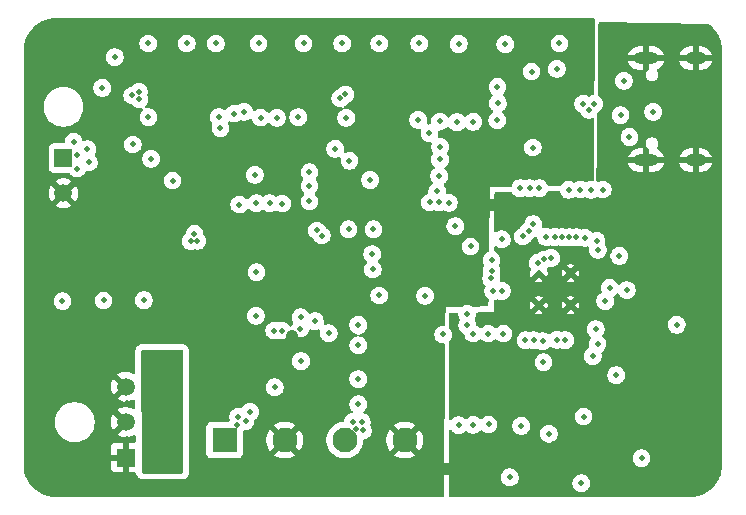
<source format=gbr>
%TF.GenerationSoftware,KiCad,Pcbnew,8.99.0-3334-g98ae574c78*%
%TF.CreationDate,2024-12-15T17:17:25-05:00*%
%TF.ProjectId,SmartPowerBoard,536d6172-7450-46f7-9765-72426f617264,rev?*%
%TF.SameCoordinates,Original*%
%TF.FileFunction,Copper,L2,Inr*%
%TF.FilePolarity,Positive*%
%FSLAX46Y46*%
G04 Gerber Fmt 4.6, Leading zero omitted, Abs format (unit mm)*
G04 Created by KiCad (PCBNEW 8.99.0-3334-g98ae574c78) date 2024-12-15 17:17:25*
%MOMM*%
%LPD*%
G01*
G04 APERTURE LIST*
%TA.AperFunction,ComponentPad*%
%ADD10R,1.520000X1.520000*%
%TD*%
%TA.AperFunction,ComponentPad*%
%ADD11C,1.520000*%
%TD*%
%TA.AperFunction,ComponentPad*%
%ADD12R,2.100000X2.100000*%
%TD*%
%TA.AperFunction,ComponentPad*%
%ADD13C,2.100000*%
%TD*%
%TA.AperFunction,HeatsinkPad*%
%ADD14C,0.500000*%
%TD*%
%TA.AperFunction,ComponentPad*%
%ADD15O,2.100000X1.000000*%
%TD*%
%TA.AperFunction,ComponentPad*%
%ADD16O,1.800000X1.000000*%
%TD*%
%TA.AperFunction,ViaPad*%
%ADD17C,0.500000*%
%TD*%
%TA.AperFunction,Conductor*%
%ADD18C,1.000000*%
%TD*%
G04 APERTURE END LIST*
D10*
%TO.N,GND*%
%TO.C,J6*%
X142375000Y-105675000D03*
D11*
X142375000Y-102675000D03*
X142375000Y-99675000D03*
%TO.N,/Connectors/12V_{OUT}*%
X145375000Y-105675000D03*
X145375000Y-102675000D03*
X145375000Y-99675000D03*
%TD*%
D12*
%TO.N,/Connectors/3.3V_{OUT}*%
%TO.C,J7*%
X150760000Y-104200000D03*
D13*
%TO.N,GND*%
X155840000Y-104200000D03*
%TO.N,/Connectors/5V_{OUT}*%
X160920000Y-104200000D03*
%TO.N,GND*%
X166000000Y-104200000D03*
%TD*%
D10*
%TO.N,/12V_{IN}*%
%TO.C,J1*%
X137110352Y-80300000D03*
D11*
%TO.N,GND*%
X137110352Y-83299999D03*
%TD*%
D14*
%TO.N,GND*%
%TO.C,U6*%
X177350000Y-90075000D03*
X177350000Y-92775000D03*
X180050000Y-90075000D03*
X180050000Y-92775000D03*
%TD*%
D15*
%TO.N,GND*%
%TO.C,J2*%
X186448750Y-80492500D03*
D16*
X190628750Y-80492500D03*
D15*
X186448750Y-71852500D03*
D16*
X190628750Y-71852500D03*
%TD*%
D17*
%TO.N,GND*%
X179250000Y-97875000D03*
X190700000Y-95550000D03*
X189130000Y-95710000D03*
X183800000Y-79475000D03*
X160960000Y-73360000D03*
X142400000Y-106825000D03*
X158425000Y-104150000D03*
X160775000Y-81850000D03*
X189100000Y-98490000D03*
X164390000Y-105190000D03*
X158350000Y-105180000D03*
X181850000Y-98450000D03*
X144170000Y-83280000D03*
X181740000Y-84680000D03*
X176050000Y-98900000D03*
X137225000Y-72775000D03*
X138425000Y-72775000D03*
X166300000Y-74250000D03*
X168975000Y-92875000D03*
X154380000Y-73160000D03*
X178150000Y-99325000D03*
X173820000Y-85840000D03*
X134360000Y-73590000D03*
X156500000Y-95400000D03*
X140325000Y-106300000D03*
X134360000Y-74690000D03*
X165400000Y-101250000D03*
X151160000Y-73180000D03*
X165825000Y-80725000D03*
X134510000Y-84180000D03*
X187550000Y-105700000D03*
X143475000Y-73250000D03*
X154340000Y-105500000D03*
X184150000Y-95550000D03*
X190700000Y-97700000D03*
X142500000Y-98050000D03*
X190273750Y-77132500D03*
X174000000Y-94200000D03*
X134425000Y-78325000D03*
X190750000Y-88500000D03*
X190700000Y-91400000D03*
X165120000Y-79140000D03*
X149400000Y-82050000D03*
X134510000Y-81210000D03*
X190700000Y-96600000D03*
X184300000Y-79150000D03*
X140325000Y-103850000D03*
X148190000Y-74180000D03*
X183750000Y-83425000D03*
X175825000Y-78825000D03*
X142525000Y-101075000D03*
X190700000Y-92450000D03*
X174150000Y-84250000D03*
X158250000Y-102675000D03*
X189200000Y-92350000D03*
X142475000Y-104125000D03*
X183660000Y-87070000D03*
X175850000Y-105600000D03*
X167750000Y-101200000D03*
X146765000Y-77770000D03*
X134490000Y-80240000D03*
X169000000Y-91825000D03*
X180800000Y-105900000D03*
X161400000Y-78950000D03*
X190250000Y-104500000D03*
X148320000Y-79130000D03*
X134475000Y-79205000D03*
X147130000Y-73260000D03*
X140275000Y-101775000D03*
X189160000Y-88900000D03*
X155700000Y-96750000D03*
X183375000Y-75600000D03*
X164840000Y-86870000D03*
X157450000Y-89900000D03*
X136125000Y-72775000D03*
X184998750Y-81807500D03*
X190750000Y-87450000D03*
X180325000Y-74650000D03*
X190273750Y-74982500D03*
X188990000Y-84010000D03*
X190750000Y-89600000D03*
X134475000Y-82175000D03*
X140300000Y-100575000D03*
X183875000Y-80950000D03*
X172830000Y-84250000D03*
X178875000Y-84575000D03*
X177710000Y-94060000D03*
X165175000Y-106000000D03*
X170400000Y-106650000D03*
X134360000Y-72390000D03*
X157250000Y-105540000D03*
X167700000Y-80750000D03*
X143110000Y-107310000D03*
X163634663Y-77806885D03*
X144570000Y-78710000D03*
X140300000Y-105050000D03*
X177970000Y-83730000D03*
X150520000Y-81150000D03*
X134425000Y-76025000D03*
X140250000Y-99425000D03*
X140225000Y-102750000D03*
X163800000Y-105825000D03*
X152130000Y-93650000D03*
X170150000Y-72775000D03*
X164680000Y-102460000D03*
X166450000Y-101300000D03*
X176040000Y-74910000D03*
X184170000Y-87620000D03*
X190273750Y-76032500D03*
X189160000Y-87440000D03*
X182920000Y-77340000D03*
X190700000Y-93550000D03*
X165000000Y-91680000D03*
X150650000Y-83275000D03*
X177850000Y-84550000D03*
X164850000Y-73380000D03*
X134490000Y-83210000D03*
X134425000Y-77225000D03*
X168050000Y-106550000D03*
%TO.N,/OLED Display/RES#*%
X189025000Y-94425000D03*
X137025000Y-92425000D03*
%TO.N,/Buck Converter 5V/SW*%
X170430000Y-77280000D03*
X173850000Y-74290000D03*
X171810000Y-77240000D03*
X161050000Y-76900000D03*
X173890000Y-75670000D03*
X168980000Y-77220000D03*
X173830000Y-77120000D03*
X167150000Y-77075000D03*
%TO.N,/MCU/1.1V*%
X177975000Y-87000000D03*
X180525000Y-87025000D03*
X179575000Y-95725000D03*
%TO.N,/Buck Converter 3.3V/SW*%
X153800000Y-76890000D03*
X152400000Y-76400000D03*
X150275000Y-76850000D03*
X144300000Y-76850000D03*
X155180000Y-76900000D03*
X156990000Y-76850000D03*
X151575000Y-76550000D03*
%TO.N,/MCU/USB_P*%
X184273750Y-76682500D03*
X180873750Y-82982500D03*
%TO.N,/MCU/USB_M*%
X182773750Y-82982500D03*
X187048750Y-76407500D03*
%TO.N,/Buck Converter 5V/EN*%
X163075000Y-82175000D03*
X174225000Y-91575000D03*
%TO.N,/Buck Converter 5V/V_{CC}*%
X168100000Y-78225000D03*
X160125000Y-79525000D03*
%TO.N,/MCU/QSPI_CS*%
X174350000Y-95175000D03*
X176000000Y-86950000D03*
%TO.N,/Buck Converter 3.3V/EN*%
X146350000Y-82225000D03*
X173325000Y-90500000D03*
%TO.N,/MCU/CRIT*%
X176225000Y-95750000D03*
X157200000Y-93800000D03*
%TO.N,/MCU/WARN*%
X176925000Y-95750000D03*
X157175000Y-94750000D03*
%TO.N,/MCU/SDA*%
X173350000Y-89850000D03*
X182180000Y-94800000D03*
X155600000Y-94925000D03*
X183350000Y-91300000D03*
%TO.N,/MCU/SCL*%
X154950000Y-94925000D03*
X173350000Y-88950000D03*
X182360000Y-88080000D03*
X184800000Y-91500000D03*
%TO.N,Net-(U6-USB_DP)*%
X179325000Y-87025000D03*
X179873750Y-83007500D03*
%TO.N,Net-(U6-USB_DM)*%
X181798750Y-83007500D03*
X179925000Y-87025000D03*
%TO.N,/MCU/QSPI_SD1*%
X173070000Y-95175000D03*
X176500155Y-86456031D03*
%TO.N,/MCU/QSPI_SD3*%
X173100000Y-102875000D03*
X178400000Y-88775000D03*
%TO.N,/MCU/QSPI_SCLK*%
X171800000Y-102900000D03*
X177775000Y-88900000D03*
%TO.N,/MCU/QSPI_SD2*%
X171795000Y-95175000D03*
X176875000Y-85925000D03*
%TO.N,/MCU/QSPI_SD0*%
X170575000Y-102925000D03*
X177250000Y-89200000D03*
%TO.N,/Connectors/12V_{OUT}*%
X146750000Y-105725000D03*
X146025000Y-101050000D03*
X146725000Y-102550000D03*
X145825000Y-104200000D03*
X145000000Y-97300000D03*
X144925000Y-104250000D03*
X144825000Y-101075000D03*
X146625000Y-99175000D03*
X146725000Y-103600000D03*
X146775000Y-98425000D03*
X146000000Y-98500000D03*
X146750000Y-106600000D03*
X146750000Y-104900000D03*
X145900000Y-97250000D03*
X146725000Y-101725000D03*
%TO.N,/Connectors/5V_{OUT}*%
X162072500Y-96160000D03*
X161620000Y-102650000D03*
X162072500Y-99030000D03*
X162460000Y-103370000D03*
X161885000Y-103235000D03*
X162380000Y-102680000D03*
X162072500Y-94450000D03*
X162072500Y-101160000D03*
%TO.N,/Connectors/3.3V_{OUT}*%
X151842500Y-102882500D03*
X159577500Y-95147500D03*
X157222500Y-97502500D03*
X158550000Y-86450000D03*
X151910000Y-102220000D03*
X154997500Y-99727500D03*
X152530000Y-102590000D03*
X158975000Y-86875000D03*
X152912500Y-101812500D03*
%TO.N,/Inner Buck Converter 4V/SW*%
X171575000Y-87800000D03*
X167725000Y-91975000D03*
%TO.N,/Inner Buck Converter 4V/4V_{CC}*%
X163250000Y-88450000D03*
X169250000Y-95250000D03*
X163850000Y-91950000D03*
X181150000Y-102200000D03*
%TO.N,/MCU/USB_BOOT*%
X171300000Y-93500000D03*
X143925000Y-92350000D03*
%TO.N,/MCU/RUN*%
X174900000Y-107350000D03*
X182325000Y-96050000D03*
X140500000Y-92375000D03*
X178200000Y-103650000D03*
%TO.N,/Buck Converter 5V/5V_{OUT}*%
X185023750Y-78532500D03*
X169725000Y-84100000D03*
X168930000Y-81840000D03*
X161250000Y-86350000D03*
X184547500Y-73772500D03*
X168900000Y-84075000D03*
X168125000Y-84075000D03*
X163300000Y-89750000D03*
X168750000Y-83125000D03*
X168990000Y-80430000D03*
X169000000Y-79370000D03*
X163350000Y-86350000D03*
X170290000Y-86080000D03*
%TO.N,/12V_{IN}*%
X147875000Y-87350000D03*
X174520000Y-70680000D03*
X143540000Y-75350000D03*
X137970000Y-78920000D03*
X160550000Y-75250000D03*
X157440000Y-70610000D03*
X179100000Y-70610000D03*
X163850000Y-70610000D03*
X160975000Y-74925000D03*
X138250000Y-80050000D03*
X142940000Y-75020000D03*
X153630000Y-70610000D03*
X150020000Y-70610000D03*
X148450000Y-87325000D03*
X140400000Y-74380000D03*
X182050000Y-75725000D03*
X148200000Y-86725000D03*
X141450000Y-71770000D03*
X147540000Y-70610000D03*
X160700000Y-70610000D03*
X161325000Y-80550000D03*
X144290000Y-70610000D03*
X167230000Y-70610000D03*
X138260000Y-81210000D03*
X139250000Y-80680000D03*
X181125000Y-75725000D03*
X170570000Y-70660000D03*
X181600000Y-76225000D03*
X176740000Y-72990000D03*
X139140000Y-79580000D03*
X143500000Y-74700000D03*
X144525000Y-80375000D03*
%TO.N,/Buck Converter 3.3V/3.3V_{OUT}*%
X157940000Y-82660000D03*
X153425000Y-84150000D03*
X157940000Y-81520000D03*
X153310000Y-81740000D03*
X157940000Y-83980000D03*
X154575000Y-84150000D03*
X152000000Y-84250000D03*
X155625000Y-84175000D03*
%TO.N,/Buck Converter 3.3V/V_{CC}*%
X142980000Y-79160000D03*
X150400000Y-77775000D03*
%TO.N,/MCU/3.3V_{CC}*%
X176850000Y-79425000D03*
X176575000Y-82875000D03*
X177750000Y-97600000D03*
X178725000Y-87000000D03*
X178900000Y-95700000D03*
X171300000Y-94475000D03*
X182975000Y-92425000D03*
X158400000Y-94125000D03*
X182250000Y-87325000D03*
X153400000Y-93675000D03*
X181925000Y-97075000D03*
X175775000Y-82875000D03*
X175875000Y-103000000D03*
X181250000Y-87075000D03*
X173500000Y-91575000D03*
X184175000Y-88600000D03*
X174225000Y-87200000D03*
X153450000Y-89975000D03*
X178880000Y-72770000D03*
X177400000Y-82875000D03*
%TO.N,Net-(Q1-Pad1)*%
X186050000Y-105725000D03*
X183900000Y-98700000D03*
%TO.N,/MCU/GPIO15*%
X180950000Y-107850000D03*
X177690000Y-95820000D03*
%TD*%
D18*
%TO.N,GND*%
X155700000Y-96750000D02*
X156500000Y-95950000D01*
X168150000Y-106650000D02*
X168050000Y-106550000D01*
X170400000Y-106650000D02*
X168150000Y-106650000D01*
X150300000Y-81150000D02*
X150520000Y-81150000D01*
X149400000Y-82050000D02*
X150300000Y-81150000D01*
X142800000Y-86000000D02*
X142850000Y-86050000D01*
X165850000Y-80750000D02*
X165825000Y-80725000D01*
X156500000Y-95950000D02*
X156500000Y-95400000D01*
X172830000Y-84250000D02*
X174150000Y-84250000D01*
X167700000Y-80750000D02*
X165850000Y-80750000D01*
%TD*%
%TA.AperFunction,Conductor*%
%TO.N,GND*%
G36*
X191646515Y-68925734D02*
G01*
X191665571Y-68931561D01*
X191685484Y-68932476D01*
X191710407Y-68945271D01*
X191713328Y-68946165D01*
X191716882Y-68948596D01*
X191867430Y-69055416D01*
X191878302Y-69064085D01*
X192093642Y-69256524D01*
X192103475Y-69266357D01*
X192295914Y-69481697D01*
X192304584Y-69492569D01*
X192471702Y-69728100D01*
X192479100Y-69739874D01*
X192618797Y-69992637D01*
X192624830Y-70005165D01*
X192735346Y-70271975D01*
X192739939Y-70285100D01*
X192819890Y-70562615D01*
X192822984Y-70576172D01*
X192871359Y-70860885D01*
X192872916Y-70874703D01*
X192889305Y-71166527D01*
X192889500Y-71173480D01*
X192889500Y-106296519D01*
X192889305Y-106303472D01*
X192872916Y-106595296D01*
X192871359Y-106609114D01*
X192822984Y-106893827D01*
X192819890Y-106907384D01*
X192739939Y-107184899D01*
X192735346Y-107198024D01*
X192624830Y-107464834D01*
X192618797Y-107477362D01*
X192479100Y-107730125D01*
X192471702Y-107741899D01*
X192304584Y-107977430D01*
X192295914Y-107988302D01*
X192103475Y-108203642D01*
X192093642Y-108213475D01*
X191878302Y-108405914D01*
X191867430Y-108414584D01*
X191631899Y-108581702D01*
X191620125Y-108589100D01*
X191367362Y-108728797D01*
X191354834Y-108734830D01*
X191088024Y-108845346D01*
X191074899Y-108849939D01*
X190797384Y-108929890D01*
X190783827Y-108932984D01*
X190499114Y-108981359D01*
X190485296Y-108982916D01*
X190193472Y-108999305D01*
X190186519Y-108999500D01*
X169874000Y-108999500D01*
X169806961Y-108979815D01*
X169761206Y-108927011D01*
X169750000Y-108875500D01*
X169750000Y-107423920D01*
X174149499Y-107423920D01*
X174178340Y-107568907D01*
X174178343Y-107568917D01*
X174234912Y-107705488D01*
X174234919Y-107705501D01*
X174317048Y-107828415D01*
X174317051Y-107828419D01*
X174421580Y-107932948D01*
X174421584Y-107932951D01*
X174544498Y-108015080D01*
X174544511Y-108015087D01*
X174681082Y-108071656D01*
X174681087Y-108071658D01*
X174681091Y-108071658D01*
X174681092Y-108071659D01*
X174826079Y-108100500D01*
X174826082Y-108100500D01*
X174973920Y-108100500D01*
X175071462Y-108081096D01*
X175118913Y-108071658D01*
X175255495Y-108015084D01*
X175378416Y-107932951D01*
X175387447Y-107923920D01*
X180199499Y-107923920D01*
X180228340Y-108068907D01*
X180228343Y-108068917D01*
X180284912Y-108205488D01*
X180284919Y-108205501D01*
X180367048Y-108328415D01*
X180367051Y-108328419D01*
X180471580Y-108432948D01*
X180471584Y-108432951D01*
X180594498Y-108515080D01*
X180594511Y-108515087D01*
X180731082Y-108571656D01*
X180731087Y-108571658D01*
X180731091Y-108571658D01*
X180731092Y-108571659D01*
X180876079Y-108600500D01*
X180876082Y-108600500D01*
X181023920Y-108600500D01*
X181121462Y-108581096D01*
X181168913Y-108571658D01*
X181305495Y-108515084D01*
X181428416Y-108432951D01*
X181532951Y-108328416D01*
X181615084Y-108205495D01*
X181671658Y-108068913D01*
X181687693Y-107988302D01*
X181700500Y-107923920D01*
X181700500Y-107776079D01*
X181671659Y-107631092D01*
X181671658Y-107631091D01*
X181671658Y-107631087D01*
X181671656Y-107631082D01*
X181615087Y-107494511D01*
X181615080Y-107494498D01*
X181532951Y-107371584D01*
X181532948Y-107371580D01*
X181428419Y-107267051D01*
X181428415Y-107267048D01*
X181305501Y-107184919D01*
X181305488Y-107184912D01*
X181168917Y-107128343D01*
X181168907Y-107128340D01*
X181023920Y-107099500D01*
X181023918Y-107099500D01*
X180876082Y-107099500D01*
X180876080Y-107099500D01*
X180731092Y-107128340D01*
X180731082Y-107128343D01*
X180594511Y-107184912D01*
X180594498Y-107184919D01*
X180471584Y-107267048D01*
X180471580Y-107267051D01*
X180367051Y-107371580D01*
X180367048Y-107371584D01*
X180284919Y-107494498D01*
X180284912Y-107494511D01*
X180228343Y-107631082D01*
X180228340Y-107631092D01*
X180199500Y-107776079D01*
X180199500Y-107776082D01*
X180199500Y-107923918D01*
X180199500Y-107923920D01*
X180199499Y-107923920D01*
X175387447Y-107923920D01*
X175482951Y-107828416D01*
X175565084Y-107705495D01*
X175621658Y-107568913D01*
X175636459Y-107494505D01*
X175650500Y-107423920D01*
X175650500Y-107276079D01*
X175621659Y-107131092D01*
X175621658Y-107131091D01*
X175621658Y-107131087D01*
X175608574Y-107099500D01*
X175565087Y-106994511D01*
X175565080Y-106994498D01*
X175482951Y-106871584D01*
X175482948Y-106871580D01*
X175378419Y-106767051D01*
X175378415Y-106767048D01*
X175255501Y-106684919D01*
X175255488Y-106684912D01*
X175118917Y-106628343D01*
X175118907Y-106628340D01*
X174973920Y-106599500D01*
X174973918Y-106599500D01*
X174826082Y-106599500D01*
X174826080Y-106599500D01*
X174681092Y-106628340D01*
X174681082Y-106628343D01*
X174544511Y-106684912D01*
X174544498Y-106684919D01*
X174421584Y-106767048D01*
X174421580Y-106767051D01*
X174317051Y-106871580D01*
X174317048Y-106871584D01*
X174234919Y-106994498D01*
X174234912Y-106994511D01*
X174178343Y-107131082D01*
X174178340Y-107131092D01*
X174149500Y-107276079D01*
X174149500Y-107276082D01*
X174149500Y-107423918D01*
X174149500Y-107423920D01*
X174149499Y-107423920D01*
X169750000Y-107423920D01*
X169750000Y-105798920D01*
X185299499Y-105798920D01*
X185328340Y-105943907D01*
X185328343Y-105943917D01*
X185384912Y-106080488D01*
X185384919Y-106080501D01*
X185467048Y-106203415D01*
X185467051Y-106203419D01*
X185571580Y-106307948D01*
X185571584Y-106307951D01*
X185694498Y-106390080D01*
X185694511Y-106390087D01*
X185831082Y-106446656D01*
X185831087Y-106446658D01*
X185831091Y-106446658D01*
X185831092Y-106446659D01*
X185976079Y-106475500D01*
X185976082Y-106475500D01*
X186123920Y-106475500D01*
X186221462Y-106456096D01*
X186268913Y-106446658D01*
X186405495Y-106390084D01*
X186528416Y-106307951D01*
X186632951Y-106203416D01*
X186715084Y-106080495D01*
X186771658Y-105943913D01*
X186800500Y-105798918D01*
X186800500Y-105651082D01*
X186800500Y-105651079D01*
X186771659Y-105506092D01*
X186771658Y-105506091D01*
X186771658Y-105506087D01*
X186771656Y-105506082D01*
X186715087Y-105369511D01*
X186715080Y-105369498D01*
X186632951Y-105246584D01*
X186632948Y-105246580D01*
X186528419Y-105142051D01*
X186528415Y-105142048D01*
X186405501Y-105059919D01*
X186405488Y-105059912D01*
X186268917Y-105003343D01*
X186268907Y-105003340D01*
X186123920Y-104974500D01*
X186123918Y-104974500D01*
X185976082Y-104974500D01*
X185976080Y-104974500D01*
X185831092Y-105003340D01*
X185831082Y-105003343D01*
X185694511Y-105059912D01*
X185694498Y-105059919D01*
X185571584Y-105142048D01*
X185571580Y-105142051D01*
X185467051Y-105246580D01*
X185467048Y-105246584D01*
X185384919Y-105369498D01*
X185384912Y-105369511D01*
X185328343Y-105506082D01*
X185328340Y-105506092D01*
X185299500Y-105651079D01*
X185299500Y-105651082D01*
X185299500Y-105798918D01*
X185299500Y-105798920D01*
X185299499Y-105798920D01*
X169750000Y-105798920D01*
X169750000Y-103449937D01*
X169769685Y-103382898D01*
X169822489Y-103337143D01*
X169891647Y-103327199D01*
X169955203Y-103356224D01*
X169977103Y-103381048D01*
X169992047Y-103403414D01*
X169992051Y-103403419D01*
X170096580Y-103507948D01*
X170096584Y-103507951D01*
X170219498Y-103590080D01*
X170219511Y-103590087D01*
X170356082Y-103646656D01*
X170356087Y-103646658D01*
X170356091Y-103646658D01*
X170356092Y-103646659D01*
X170501079Y-103675500D01*
X170501082Y-103675500D01*
X170648920Y-103675500D01*
X170774598Y-103650500D01*
X170793913Y-103646658D01*
X170930495Y-103590084D01*
X171053416Y-103507951D01*
X171079058Y-103482309D01*
X171112319Y-103449049D01*
X171173642Y-103415564D01*
X171243334Y-103420548D01*
X171287681Y-103449049D01*
X171321580Y-103482948D01*
X171321584Y-103482951D01*
X171444498Y-103565080D01*
X171444511Y-103565087D01*
X171581082Y-103621656D01*
X171581087Y-103621658D01*
X171581091Y-103621658D01*
X171581092Y-103621659D01*
X171726079Y-103650500D01*
X171726082Y-103650500D01*
X171873920Y-103650500D01*
X171999598Y-103625500D01*
X172018913Y-103621658D01*
X172155495Y-103565084D01*
X172278416Y-103482951D01*
X172312318Y-103449049D01*
X172374819Y-103386549D01*
X172436142Y-103353064D01*
X172505834Y-103358048D01*
X172550181Y-103386549D01*
X172621580Y-103457948D01*
X172621584Y-103457951D01*
X172744498Y-103540080D01*
X172744511Y-103540087D01*
X172847988Y-103582948D01*
X172881087Y-103596658D01*
X172881091Y-103596658D01*
X172881092Y-103596659D01*
X173026079Y-103625500D01*
X173026082Y-103625500D01*
X173173920Y-103625500D01*
X173271462Y-103606096D01*
X173318913Y-103596658D01*
X173455495Y-103540084D01*
X173578416Y-103457951D01*
X173682951Y-103353416D01*
X173765084Y-103230495D01*
X173821658Y-103093913D01*
X173825635Y-103073920D01*
X175124499Y-103073920D01*
X175153340Y-103218907D01*
X175153343Y-103218917D01*
X175209912Y-103355488D01*
X175209919Y-103355501D01*
X175292048Y-103478415D01*
X175292051Y-103478419D01*
X175396580Y-103582948D01*
X175396584Y-103582951D01*
X175519498Y-103665080D01*
X175519511Y-103665087D01*
X175656082Y-103721656D01*
X175656087Y-103721658D01*
X175656091Y-103721658D01*
X175656092Y-103721659D01*
X175801079Y-103750500D01*
X175801082Y-103750500D01*
X175948920Y-103750500D01*
X176082541Y-103723920D01*
X177449499Y-103723920D01*
X177478340Y-103868907D01*
X177478343Y-103868917D01*
X177534912Y-104005488D01*
X177534919Y-104005501D01*
X177617048Y-104128415D01*
X177617051Y-104128419D01*
X177721580Y-104232948D01*
X177721584Y-104232951D01*
X177844498Y-104315080D01*
X177844511Y-104315087D01*
X177981082Y-104371656D01*
X177981087Y-104371658D01*
X177981091Y-104371658D01*
X177981092Y-104371659D01*
X178126079Y-104400500D01*
X178126082Y-104400500D01*
X178273920Y-104400500D01*
X178371462Y-104381096D01*
X178418913Y-104371658D01*
X178555495Y-104315084D01*
X178678416Y-104232951D01*
X178782951Y-104128416D01*
X178865084Y-104005495D01*
X178921658Y-103868913D01*
X178931096Y-103821462D01*
X178950500Y-103723920D01*
X178950500Y-103576079D01*
X178921659Y-103431092D01*
X178921658Y-103431091D01*
X178921658Y-103431087D01*
X178910196Y-103403416D01*
X178865087Y-103294511D01*
X178865080Y-103294498D01*
X178782951Y-103171584D01*
X178782948Y-103171580D01*
X178678419Y-103067051D01*
X178678415Y-103067048D01*
X178555501Y-102984919D01*
X178555488Y-102984912D01*
X178418917Y-102928343D01*
X178418907Y-102928340D01*
X178273920Y-102899500D01*
X178273918Y-102899500D01*
X178126082Y-102899500D01*
X178126080Y-102899500D01*
X177981092Y-102928340D01*
X177981082Y-102928343D01*
X177844511Y-102984912D01*
X177844498Y-102984919D01*
X177721584Y-103067048D01*
X177721580Y-103067051D01*
X177617051Y-103171580D01*
X177617048Y-103171584D01*
X177534919Y-103294498D01*
X177534912Y-103294511D01*
X177478343Y-103431082D01*
X177478340Y-103431092D01*
X177449500Y-103576079D01*
X177449500Y-103576082D01*
X177449500Y-103723918D01*
X177449500Y-103723920D01*
X177449499Y-103723920D01*
X176082541Y-103723920D01*
X176082551Y-103723918D01*
X176093913Y-103721658D01*
X176199547Y-103677902D01*
X176230488Y-103665087D01*
X176230488Y-103665086D01*
X176230495Y-103665084D01*
X176353416Y-103582951D01*
X176396287Y-103540080D01*
X176454059Y-103482309D01*
X176457948Y-103478419D01*
X176457951Y-103478416D01*
X176540084Y-103355495D01*
X176596658Y-103218913D01*
X176625500Y-103073918D01*
X176625500Y-102926082D01*
X176625500Y-102926079D01*
X176596659Y-102781092D01*
X176596658Y-102781091D01*
X176596658Y-102781087D01*
X176554132Y-102678419D01*
X176540087Y-102644511D01*
X176540080Y-102644498D01*
X176457951Y-102521584D01*
X176457948Y-102521580D01*
X176353419Y-102417051D01*
X176353415Y-102417048D01*
X176230501Y-102334919D01*
X176230488Y-102334912D01*
X176093917Y-102278343D01*
X176093907Y-102278340D01*
X176071686Y-102273920D01*
X180399499Y-102273920D01*
X180428340Y-102418907D01*
X180428343Y-102418917D01*
X180484912Y-102555488D01*
X180484919Y-102555501D01*
X180567048Y-102678415D01*
X180567051Y-102678419D01*
X180671580Y-102782948D01*
X180671584Y-102782951D01*
X180794498Y-102865080D01*
X180794511Y-102865087D01*
X180931082Y-102921656D01*
X180931087Y-102921658D01*
X180931091Y-102921658D01*
X180931092Y-102921659D01*
X181076079Y-102950500D01*
X181076082Y-102950500D01*
X181223920Y-102950500D01*
X181335321Y-102928340D01*
X181368913Y-102921658D01*
X181505495Y-102865084D01*
X181628416Y-102782951D01*
X181732951Y-102678416D01*
X181815084Y-102555495D01*
X181871658Y-102418913D01*
X181888366Y-102334919D01*
X181900500Y-102273920D01*
X181900500Y-102126079D01*
X181871659Y-101981092D01*
X181871658Y-101981091D01*
X181871658Y-101981087D01*
X181871656Y-101981082D01*
X181815087Y-101844511D01*
X181815080Y-101844498D01*
X181732951Y-101721584D01*
X181732948Y-101721580D01*
X181628419Y-101617051D01*
X181628415Y-101617048D01*
X181505501Y-101534919D01*
X181505488Y-101534912D01*
X181368917Y-101478343D01*
X181368907Y-101478340D01*
X181223920Y-101449500D01*
X181223918Y-101449500D01*
X181076082Y-101449500D01*
X181076080Y-101449500D01*
X180931092Y-101478340D01*
X180931082Y-101478343D01*
X180794511Y-101534912D01*
X180794498Y-101534919D01*
X180671584Y-101617048D01*
X180671580Y-101617051D01*
X180567051Y-101721580D01*
X180567048Y-101721584D01*
X180484919Y-101844498D01*
X180484912Y-101844511D01*
X180428343Y-101981082D01*
X180428340Y-101981092D01*
X180399500Y-102126079D01*
X180399500Y-102126082D01*
X180399500Y-102273918D01*
X180399500Y-102273920D01*
X180399499Y-102273920D01*
X176071686Y-102273920D01*
X175948920Y-102249500D01*
X175948918Y-102249500D01*
X175801082Y-102249500D01*
X175801080Y-102249500D01*
X175656092Y-102278340D01*
X175656082Y-102278343D01*
X175519511Y-102334912D01*
X175519498Y-102334919D01*
X175396584Y-102417048D01*
X175396580Y-102417051D01*
X175292051Y-102521580D01*
X175292048Y-102521584D01*
X175209919Y-102644498D01*
X175209912Y-102644511D01*
X175153343Y-102781082D01*
X175153340Y-102781092D01*
X175124500Y-102926079D01*
X175124500Y-102926082D01*
X175124500Y-103073918D01*
X175124500Y-103073920D01*
X175124499Y-103073920D01*
X173825635Y-103073920D01*
X173843339Y-102984919D01*
X173850500Y-102948920D01*
X173850500Y-102801079D01*
X173821659Y-102656092D01*
X173821658Y-102656091D01*
X173821658Y-102656087D01*
X173779989Y-102555488D01*
X173765087Y-102519511D01*
X173765080Y-102519498D01*
X173682951Y-102396584D01*
X173682948Y-102396580D01*
X173578419Y-102292051D01*
X173578415Y-102292048D01*
X173475215Y-102223092D01*
X173455500Y-102209919D01*
X173455488Y-102209912D01*
X173318917Y-102153343D01*
X173318907Y-102153340D01*
X173173920Y-102124500D01*
X173173918Y-102124500D01*
X173026082Y-102124500D01*
X173026080Y-102124500D01*
X172881092Y-102153340D01*
X172881082Y-102153343D01*
X172744511Y-102209912D01*
X172744498Y-102209919D01*
X172621584Y-102292048D01*
X172621580Y-102292051D01*
X172525181Y-102388451D01*
X172463858Y-102421936D01*
X172394166Y-102416952D01*
X172349819Y-102388451D01*
X172278419Y-102317051D01*
X172278415Y-102317048D01*
X172155501Y-102234919D01*
X172155488Y-102234912D01*
X172018917Y-102178343D01*
X172018907Y-102178340D01*
X171873920Y-102149500D01*
X171873918Y-102149500D01*
X171726082Y-102149500D01*
X171726080Y-102149500D01*
X171581092Y-102178340D01*
X171581082Y-102178343D01*
X171444511Y-102234912D01*
X171444498Y-102234919D01*
X171321584Y-102317048D01*
X171262680Y-102375952D01*
X171201356Y-102409436D01*
X171131665Y-102404451D01*
X171087317Y-102375950D01*
X171053419Y-102342051D01*
X171053415Y-102342048D01*
X170930501Y-102259919D01*
X170930488Y-102259912D01*
X170793917Y-102203343D01*
X170793907Y-102203340D01*
X170648920Y-102174500D01*
X170648918Y-102174500D01*
X170501082Y-102174500D01*
X170501080Y-102174500D01*
X170356092Y-102203340D01*
X170356082Y-102203343D01*
X170219511Y-102259912D01*
X170219498Y-102259919D01*
X170096584Y-102342048D01*
X170096580Y-102342051D01*
X169992051Y-102446580D01*
X169992048Y-102446584D01*
X169977102Y-102468953D01*
X169923489Y-102513758D01*
X169854164Y-102522465D01*
X169791137Y-102492310D01*
X169754418Y-102432867D01*
X169750000Y-102400062D01*
X169750000Y-98773920D01*
X183149499Y-98773920D01*
X183178340Y-98918907D01*
X183178343Y-98918917D01*
X183234912Y-99055488D01*
X183234919Y-99055501D01*
X183317048Y-99178415D01*
X183317051Y-99178419D01*
X183421580Y-99282948D01*
X183421584Y-99282951D01*
X183544498Y-99365080D01*
X183544511Y-99365087D01*
X183681082Y-99421656D01*
X183681087Y-99421658D01*
X183681091Y-99421658D01*
X183681092Y-99421659D01*
X183826079Y-99450500D01*
X183826082Y-99450500D01*
X183973920Y-99450500D01*
X184071462Y-99431096D01*
X184118913Y-99421658D01*
X184255495Y-99365084D01*
X184378416Y-99282951D01*
X184482951Y-99178416D01*
X184565084Y-99055495D01*
X184621658Y-98918913D01*
X184650500Y-98773918D01*
X184650500Y-98626082D01*
X184650500Y-98626079D01*
X184621659Y-98481092D01*
X184621658Y-98481091D01*
X184621658Y-98481087D01*
X184621656Y-98481082D01*
X184565087Y-98344511D01*
X184565080Y-98344498D01*
X184482951Y-98221584D01*
X184482948Y-98221580D01*
X184378419Y-98117051D01*
X184378415Y-98117048D01*
X184255501Y-98034919D01*
X184255488Y-98034912D01*
X184118917Y-97978343D01*
X184118907Y-97978340D01*
X183973920Y-97949500D01*
X183973918Y-97949500D01*
X183826082Y-97949500D01*
X183826080Y-97949500D01*
X183681092Y-97978340D01*
X183681082Y-97978343D01*
X183544511Y-98034912D01*
X183544498Y-98034919D01*
X183421584Y-98117048D01*
X183421580Y-98117051D01*
X183317051Y-98221580D01*
X183317048Y-98221584D01*
X183234919Y-98344498D01*
X183234912Y-98344511D01*
X183178343Y-98481082D01*
X183178340Y-98481092D01*
X183149500Y-98626079D01*
X183149500Y-98626082D01*
X183149500Y-98773918D01*
X183149500Y-98773920D01*
X183149499Y-98773920D01*
X169750000Y-98773920D01*
X169750000Y-97673920D01*
X176999499Y-97673920D01*
X177028340Y-97818907D01*
X177028343Y-97818917D01*
X177084912Y-97955488D01*
X177084919Y-97955501D01*
X177167048Y-98078415D01*
X177167051Y-98078419D01*
X177271580Y-98182948D01*
X177271584Y-98182951D01*
X177394498Y-98265080D01*
X177394511Y-98265087D01*
X177531082Y-98321656D01*
X177531087Y-98321658D01*
X177531091Y-98321658D01*
X177531092Y-98321659D01*
X177676079Y-98350500D01*
X177676082Y-98350500D01*
X177823920Y-98350500D01*
X177921462Y-98331096D01*
X177968913Y-98321658D01*
X178105495Y-98265084D01*
X178228416Y-98182951D01*
X178332951Y-98078416D01*
X178415084Y-97955495D01*
X178471658Y-97818913D01*
X178487338Y-97740087D01*
X178500500Y-97673920D01*
X178500500Y-97526079D01*
X178471659Y-97381092D01*
X178471658Y-97381091D01*
X178471658Y-97381087D01*
X178435551Y-97293917D01*
X178415087Y-97244511D01*
X178415080Y-97244498D01*
X178351216Y-97148920D01*
X181174499Y-97148920D01*
X181203340Y-97293907D01*
X181203343Y-97293917D01*
X181259912Y-97430488D01*
X181259919Y-97430501D01*
X181342048Y-97553415D01*
X181342051Y-97553419D01*
X181446580Y-97657948D01*
X181446584Y-97657951D01*
X181569498Y-97740080D01*
X181569511Y-97740087D01*
X181706082Y-97796656D01*
X181706087Y-97796658D01*
X181706091Y-97796658D01*
X181706092Y-97796659D01*
X181851079Y-97825500D01*
X181851082Y-97825500D01*
X181998920Y-97825500D01*
X182096462Y-97806096D01*
X182143913Y-97796658D01*
X182280495Y-97740084D01*
X182403416Y-97657951D01*
X182507951Y-97553416D01*
X182590084Y-97430495D01*
X182646658Y-97293913D01*
X182656486Y-97244505D01*
X182675500Y-97148920D01*
X182675500Y-97001079D01*
X182646659Y-96856092D01*
X182646658Y-96856091D01*
X182646658Y-96856087D01*
X182646656Y-96856082D01*
X182644890Y-96850260D01*
X182646379Y-96849808D01*
X182639721Y-96787913D01*
X182670992Y-96725432D01*
X182692852Y-96706826D01*
X182803416Y-96632951D01*
X182907951Y-96528416D01*
X182990084Y-96405495D01*
X183046658Y-96268913D01*
X183059686Y-96203419D01*
X183075500Y-96123920D01*
X183075500Y-95976079D01*
X183046659Y-95831092D01*
X183046658Y-95831091D01*
X183046658Y-95831087D01*
X183004132Y-95728419D01*
X182990087Y-95694511D01*
X182990080Y-95694498D01*
X182907951Y-95571584D01*
X182907948Y-95571580D01*
X182803419Y-95467051D01*
X182803415Y-95467048D01*
X182791056Y-95458790D01*
X182746251Y-95405178D01*
X182737544Y-95335853D01*
X182760808Y-95284310D01*
X182759567Y-95283481D01*
X182845080Y-95155501D01*
X182845080Y-95155500D01*
X182845084Y-95155495D01*
X182845326Y-95154912D01*
X182865952Y-95105115D01*
X182901658Y-95018913D01*
X182914686Y-94953419D01*
X182930500Y-94873920D01*
X182930500Y-94726079D01*
X182901659Y-94581092D01*
X182901658Y-94581091D01*
X182901658Y-94581087D01*
X182888333Y-94548918D01*
X182867624Y-94498920D01*
X188274499Y-94498920D01*
X188303340Y-94643907D01*
X188303343Y-94643917D01*
X188359912Y-94780488D01*
X188359919Y-94780501D01*
X188442048Y-94903415D01*
X188442051Y-94903419D01*
X188546580Y-95007948D01*
X188546584Y-95007951D01*
X188669498Y-95090080D01*
X188669511Y-95090087D01*
X188806082Y-95146656D01*
X188806087Y-95146658D01*
X188806091Y-95146658D01*
X188806092Y-95146659D01*
X188951079Y-95175500D01*
X188951082Y-95175500D01*
X189098920Y-95175500D01*
X189202418Y-95154912D01*
X189243913Y-95146658D01*
X189380495Y-95090084D01*
X189503416Y-95007951D01*
X189607951Y-94903416D01*
X189690084Y-94780495D01*
X189746658Y-94643913D01*
X189773312Y-94509919D01*
X189775500Y-94498920D01*
X189775500Y-94351079D01*
X189746659Y-94206092D01*
X189746658Y-94206091D01*
X189746658Y-94206087D01*
X189746656Y-94206082D01*
X189690087Y-94069511D01*
X189690080Y-94069498D01*
X189607951Y-93946584D01*
X189607948Y-93946580D01*
X189503419Y-93842051D01*
X189503415Y-93842048D01*
X189380501Y-93759919D01*
X189380488Y-93759912D01*
X189243917Y-93703343D01*
X189243907Y-93703340D01*
X189098920Y-93674500D01*
X189098918Y-93674500D01*
X188951082Y-93674500D01*
X188951080Y-93674500D01*
X188806092Y-93703340D01*
X188806082Y-93703343D01*
X188669511Y-93759912D01*
X188669498Y-93759919D01*
X188546584Y-93842048D01*
X188546580Y-93842051D01*
X188442051Y-93946580D01*
X188442048Y-93946584D01*
X188359919Y-94069498D01*
X188359912Y-94069511D01*
X188303343Y-94206082D01*
X188303340Y-94206092D01*
X188274500Y-94351079D01*
X188274500Y-94351082D01*
X188274500Y-94498918D01*
X188274500Y-94498920D01*
X188274499Y-94498920D01*
X182867624Y-94498920D01*
X182845087Y-94444511D01*
X182845085Y-94444507D01*
X182845084Y-94444505D01*
X182782659Y-94351079D01*
X182762951Y-94321583D01*
X182658419Y-94217051D01*
X182658415Y-94217048D01*
X182535501Y-94134919D01*
X182535488Y-94134912D01*
X182398917Y-94078343D01*
X182398907Y-94078340D01*
X182253920Y-94049500D01*
X182253918Y-94049500D01*
X182106082Y-94049500D01*
X182106080Y-94049500D01*
X181961092Y-94078340D01*
X181961082Y-94078343D01*
X181824511Y-94134912D01*
X181824498Y-94134919D01*
X181701584Y-94217048D01*
X181701580Y-94217051D01*
X181597051Y-94321580D01*
X181597048Y-94321584D01*
X181514919Y-94444498D01*
X181514912Y-94444511D01*
X181458343Y-94581082D01*
X181458340Y-94581092D01*
X181429500Y-94726079D01*
X181429500Y-94726082D01*
X181429500Y-94873918D01*
X181429500Y-94873920D01*
X181429499Y-94873920D01*
X181458340Y-95018907D01*
X181458343Y-95018917D01*
X181514912Y-95155488D01*
X181514919Y-95155501D01*
X181597048Y-95278415D01*
X181597051Y-95278419D01*
X181701580Y-95382948D01*
X181701585Y-95382952D01*
X181713941Y-95391208D01*
X181758747Y-95444819D01*
X181767456Y-95514144D01*
X181744198Y-95565693D01*
X181745433Y-95566519D01*
X181659919Y-95694498D01*
X181659912Y-95694511D01*
X181603343Y-95831082D01*
X181603340Y-95831092D01*
X181574500Y-95976079D01*
X181574500Y-95976082D01*
X181574500Y-96123918D01*
X181574500Y-96123920D01*
X181574499Y-96123920D01*
X181603340Y-96268906D01*
X181605109Y-96274736D01*
X181603623Y-96275186D01*
X181610276Y-96337099D01*
X181578997Y-96399577D01*
X181557138Y-96418178D01*
X181446584Y-96492048D01*
X181446580Y-96492051D01*
X181342051Y-96596580D01*
X181342048Y-96596584D01*
X181259919Y-96719498D01*
X181259912Y-96719511D01*
X181203343Y-96856082D01*
X181203340Y-96856092D01*
X181174500Y-97001079D01*
X181174500Y-97001082D01*
X181174500Y-97148918D01*
X181174500Y-97148920D01*
X181174499Y-97148920D01*
X178351216Y-97148920D01*
X178332951Y-97121584D01*
X178332948Y-97121580D01*
X178228419Y-97017051D01*
X178228415Y-97017048D01*
X178105501Y-96934919D01*
X178105488Y-96934912D01*
X177968917Y-96878343D01*
X177968907Y-96878340D01*
X177823920Y-96849500D01*
X177823918Y-96849500D01*
X177676082Y-96849500D01*
X177676080Y-96849500D01*
X177531092Y-96878340D01*
X177531082Y-96878343D01*
X177394511Y-96934912D01*
X177394498Y-96934919D01*
X177271584Y-97017048D01*
X177271580Y-97017051D01*
X177167051Y-97121580D01*
X177167048Y-97121584D01*
X177084919Y-97244498D01*
X177084912Y-97244511D01*
X177028343Y-97381082D01*
X177028340Y-97381092D01*
X176999500Y-97526079D01*
X176999500Y-97526082D01*
X176999500Y-97673918D01*
X176999500Y-97673920D01*
X176999499Y-97673920D01*
X169750000Y-97673920D01*
X169750000Y-95862729D01*
X169769685Y-95795690D01*
X169786320Y-95775047D01*
X169832948Y-95728419D01*
X169832951Y-95728416D01*
X169915084Y-95605495D01*
X169916905Y-95601100D01*
X169971656Y-95468917D01*
X169971658Y-95468913D01*
X169986459Y-95394505D01*
X170000500Y-95323920D01*
X170000500Y-95176079D01*
X169971659Y-95031092D01*
X169971658Y-95031091D01*
X169971658Y-95031087D01*
X169949811Y-94978343D01*
X169915087Y-94894511D01*
X169915080Y-94894498D01*
X169832951Y-94771584D01*
X169832948Y-94771580D01*
X169786319Y-94724951D01*
X169752834Y-94663628D01*
X169750000Y-94637270D01*
X169750000Y-93523401D01*
X169769685Y-93456362D01*
X169822489Y-93410607D01*
X169873181Y-93399404D01*
X170424688Y-93395776D01*
X170491852Y-93415018D01*
X170537953Y-93467519D01*
X170549500Y-93519772D01*
X170549500Y-93573918D01*
X170549500Y-93573920D01*
X170549499Y-93573920D01*
X170578340Y-93718907D01*
X170578343Y-93718917D01*
X170634912Y-93855488D01*
X170634918Y-93855499D01*
X170677087Y-93918610D01*
X170697964Y-93985288D01*
X170679479Y-94052668D01*
X170677087Y-94056390D01*
X170634918Y-94119500D01*
X170634912Y-94119511D01*
X170578343Y-94256082D01*
X170578340Y-94256092D01*
X170549500Y-94401079D01*
X170549500Y-94401082D01*
X170549500Y-94548918D01*
X170549500Y-94548920D01*
X170549499Y-94548920D01*
X170578340Y-94693907D01*
X170578343Y-94693917D01*
X170634912Y-94830488D01*
X170634919Y-94830501D01*
X170717048Y-94953415D01*
X170717051Y-94953419D01*
X170821580Y-95057948D01*
X170821588Y-95057954D01*
X170944503Y-95140083D01*
X170944504Y-95140083D01*
X170944505Y-95140084D01*
X170968910Y-95150192D01*
X171023313Y-95194031D01*
X171041450Y-95243313D01*
X171043311Y-95242943D01*
X171073340Y-95393907D01*
X171073343Y-95393917D01*
X171129912Y-95530488D01*
X171129919Y-95530501D01*
X171212048Y-95653415D01*
X171212051Y-95653419D01*
X171316580Y-95757948D01*
X171316584Y-95757951D01*
X171439498Y-95840080D01*
X171439511Y-95840087D01*
X171576082Y-95896656D01*
X171576087Y-95896658D01*
X171576091Y-95896658D01*
X171576092Y-95896659D01*
X171721079Y-95925500D01*
X171721082Y-95925500D01*
X171868920Y-95925500D01*
X171966462Y-95906096D01*
X172013913Y-95896658D01*
X172150495Y-95840084D01*
X172273416Y-95757951D01*
X172302952Y-95728415D01*
X172344819Y-95686549D01*
X172406142Y-95653064D01*
X172475834Y-95658048D01*
X172520181Y-95686549D01*
X172591580Y-95757948D01*
X172591584Y-95757951D01*
X172714498Y-95840080D01*
X172714511Y-95840087D01*
X172851082Y-95896656D01*
X172851087Y-95896658D01*
X172851091Y-95896658D01*
X172851092Y-95896659D01*
X172996079Y-95925500D01*
X172996082Y-95925500D01*
X173143920Y-95925500D01*
X173241462Y-95906096D01*
X173288913Y-95896658D01*
X173425495Y-95840084D01*
X173548416Y-95757951D01*
X173577952Y-95728415D01*
X173622319Y-95684049D01*
X173683642Y-95650564D01*
X173753334Y-95655548D01*
X173797681Y-95684049D01*
X173871580Y-95757948D01*
X173871584Y-95757951D01*
X173994498Y-95840080D01*
X173994511Y-95840087D01*
X174131082Y-95896656D01*
X174131087Y-95896658D01*
X174131091Y-95896658D01*
X174131092Y-95896659D01*
X174276079Y-95925500D01*
X174276082Y-95925500D01*
X174423920Y-95925500D01*
X174521462Y-95906096D01*
X174568913Y-95896658D01*
X174705495Y-95840084D01*
X174729686Y-95823920D01*
X175474499Y-95823920D01*
X175503340Y-95968907D01*
X175503343Y-95968917D01*
X175559912Y-96105488D01*
X175559919Y-96105501D01*
X175642048Y-96228415D01*
X175642051Y-96228419D01*
X175746580Y-96332948D01*
X175746584Y-96332951D01*
X175869498Y-96415080D01*
X175869511Y-96415087D01*
X175989733Y-96464884D01*
X176006087Y-96471658D01*
X176006091Y-96471658D01*
X176006092Y-96471659D01*
X176151079Y-96500500D01*
X176151082Y-96500500D01*
X176298920Y-96500500D01*
X176424598Y-96475500D01*
X176443913Y-96471658D01*
X176527549Y-96437014D01*
X176597016Y-96429546D01*
X176622447Y-96437013D01*
X176706087Y-96471658D01*
X176706091Y-96471658D01*
X176706092Y-96471659D01*
X176851079Y-96500500D01*
X176851082Y-96500500D01*
X176998920Y-96500500D01*
X177124598Y-96475500D01*
X177143913Y-96471658D01*
X177187928Y-96453425D01*
X177257397Y-96445956D01*
X177304273Y-96464884D01*
X177334499Y-96485080D01*
X177334505Y-96485084D01*
X177334507Y-96485085D01*
X177334511Y-96485087D01*
X177439125Y-96528419D01*
X177471087Y-96541658D01*
X177471091Y-96541658D01*
X177471092Y-96541659D01*
X177616079Y-96570500D01*
X177616082Y-96570500D01*
X177763920Y-96570500D01*
X177861462Y-96551096D01*
X177908913Y-96541658D01*
X178045495Y-96485084D01*
X178168416Y-96402951D01*
X178269798Y-96301568D01*
X178331119Y-96268085D01*
X178400811Y-96273069D01*
X178426369Y-96286149D01*
X178544498Y-96365080D01*
X178544511Y-96365087D01*
X178681082Y-96421656D01*
X178681087Y-96421658D01*
X178681091Y-96421658D01*
X178681092Y-96421659D01*
X178826079Y-96450500D01*
X178826082Y-96450500D01*
X178973920Y-96450500D01*
X179118908Y-96421659D01*
X179118908Y-96421658D01*
X179118913Y-96421658D01*
X179159866Y-96404693D01*
X179229335Y-96397224D01*
X179254773Y-96404693D01*
X179354392Y-96445956D01*
X179356087Y-96446658D01*
X179356091Y-96446658D01*
X179356092Y-96446659D01*
X179501079Y-96475500D01*
X179501082Y-96475500D01*
X179648920Y-96475500D01*
X179774598Y-96450500D01*
X179793913Y-96446658D01*
X179907577Y-96399577D01*
X179930488Y-96390087D01*
X179930488Y-96390086D01*
X179930495Y-96390084D01*
X180053416Y-96307951D01*
X180157951Y-96203416D01*
X180240084Y-96080495D01*
X180296658Y-95943913D01*
X180317311Y-95840087D01*
X180325500Y-95798920D01*
X180325500Y-95651079D01*
X180296659Y-95506092D01*
X180296658Y-95506091D01*
X180296658Y-95506087D01*
X180271280Y-95444819D01*
X180240087Y-95369511D01*
X180240080Y-95369498D01*
X180157951Y-95246584D01*
X180157948Y-95246580D01*
X180053419Y-95142051D01*
X180053415Y-95142048D01*
X179930501Y-95059919D01*
X179930488Y-95059912D01*
X179793917Y-95003343D01*
X179793907Y-95003340D01*
X179648920Y-94974500D01*
X179648918Y-94974500D01*
X179501082Y-94974500D01*
X179501080Y-94974500D01*
X179356093Y-95003340D01*
X179356086Y-95003342D01*
X179315128Y-95020307D01*
X179245659Y-95027774D01*
X179220226Y-95020306D01*
X179118917Y-94978343D01*
X179118907Y-94978340D01*
X178973920Y-94949500D01*
X178973918Y-94949500D01*
X178826082Y-94949500D01*
X178826080Y-94949500D01*
X178681092Y-94978340D01*
X178681082Y-94978343D01*
X178544511Y-95034912D01*
X178544498Y-95034919D01*
X178421584Y-95117048D01*
X178320202Y-95218430D01*
X178258879Y-95251914D01*
X178189187Y-95246930D01*
X178163631Y-95233850D01*
X178045506Y-95154922D01*
X178045488Y-95154912D01*
X177908917Y-95098343D01*
X177908907Y-95098340D01*
X177763920Y-95069500D01*
X177763918Y-95069500D01*
X177616082Y-95069500D01*
X177616080Y-95069500D01*
X177471093Y-95098340D01*
X177471085Y-95098342D01*
X177427066Y-95116575D01*
X177357596Y-95124042D01*
X177310725Y-95105115D01*
X177300588Y-95098342D01*
X177280495Y-95084916D01*
X177280494Y-95084915D01*
X177280492Y-95084914D01*
X177143917Y-95028343D01*
X177143907Y-95028340D01*
X176998920Y-94999500D01*
X176998918Y-94999500D01*
X176851082Y-94999500D01*
X176851080Y-94999500D01*
X176706093Y-95028340D01*
X176706085Y-95028342D01*
X176622452Y-95062984D01*
X176552982Y-95070453D01*
X176527548Y-95062984D01*
X176443914Y-95028342D01*
X176443906Y-95028340D01*
X176298920Y-94999500D01*
X176298918Y-94999500D01*
X176151082Y-94999500D01*
X176151080Y-94999500D01*
X176006092Y-95028340D01*
X176006082Y-95028343D01*
X175869511Y-95084912D01*
X175869498Y-95084919D01*
X175746584Y-95167048D01*
X175746580Y-95167051D01*
X175642051Y-95271580D01*
X175642048Y-95271584D01*
X175559919Y-95394498D01*
X175559912Y-95394511D01*
X175503343Y-95531082D01*
X175503340Y-95531092D01*
X175474500Y-95676079D01*
X175474500Y-95676082D01*
X175474500Y-95823918D01*
X175474500Y-95823920D01*
X175474499Y-95823920D01*
X174729686Y-95823920D01*
X174828416Y-95757951D01*
X174932951Y-95653416D01*
X175015084Y-95530495D01*
X175071658Y-95393913D01*
X175094632Y-95278419D01*
X175100500Y-95248920D01*
X175100500Y-95101079D01*
X175071659Y-94956092D01*
X175071658Y-94956091D01*
X175071658Y-94956087D01*
X175049841Y-94903415D01*
X175015087Y-94819511D01*
X175015080Y-94819498D01*
X174932951Y-94696584D01*
X174932948Y-94696580D01*
X174828419Y-94592051D01*
X174828415Y-94592048D01*
X174705501Y-94509919D01*
X174705488Y-94509912D01*
X174568917Y-94453343D01*
X174568907Y-94453340D01*
X174423920Y-94424500D01*
X174423918Y-94424500D01*
X174276082Y-94424500D01*
X174276080Y-94424500D01*
X174131092Y-94453340D01*
X174131082Y-94453343D01*
X173994511Y-94509912D01*
X173994498Y-94509919D01*
X173871584Y-94592048D01*
X173871580Y-94592051D01*
X173797681Y-94665951D01*
X173736358Y-94699436D01*
X173666666Y-94694452D01*
X173622319Y-94665951D01*
X173548419Y-94592051D01*
X173548415Y-94592048D01*
X173425501Y-94509919D01*
X173425488Y-94509912D01*
X173288917Y-94453343D01*
X173288907Y-94453340D01*
X173143920Y-94424500D01*
X173143918Y-94424500D01*
X172996082Y-94424500D01*
X172996080Y-94424500D01*
X172851092Y-94453340D01*
X172851082Y-94453343D01*
X172714511Y-94509912D01*
X172714498Y-94509919D01*
X172591584Y-94592048D01*
X172591580Y-94592051D01*
X172520181Y-94663451D01*
X172458858Y-94696936D01*
X172389166Y-94691952D01*
X172344819Y-94663451D01*
X172273419Y-94592051D01*
X172273415Y-94592048D01*
X172150501Y-94509919D01*
X172150489Y-94509913D01*
X172126085Y-94499804D01*
X172071682Y-94455962D01*
X172053557Y-94406685D01*
X172051689Y-94407057D01*
X172021659Y-94256092D01*
X172021658Y-94256091D01*
X172021658Y-94256087D01*
X172005488Y-94217048D01*
X171965087Y-94119511D01*
X171965080Y-94119498D01*
X171922913Y-94056391D01*
X171902035Y-93989714D01*
X171920519Y-93922333D01*
X171922913Y-93918609D01*
X171965080Y-93855501D01*
X171965081Y-93855499D01*
X171965084Y-93855495D01*
X172021658Y-93718913D01*
X172050500Y-93573918D01*
X172050500Y-93508266D01*
X172066852Y-93452577D01*
X177025975Y-93452577D01*
X177131236Y-93496178D01*
X177131240Y-93496179D01*
X177276126Y-93524999D01*
X177276129Y-93525000D01*
X177423871Y-93525000D01*
X177423873Y-93524999D01*
X177568760Y-93496179D01*
X177568775Y-93496175D01*
X177674024Y-93452578D01*
X177674024Y-93452577D01*
X179725975Y-93452577D01*
X179831236Y-93496178D01*
X179831240Y-93496179D01*
X179976126Y-93524999D01*
X179976129Y-93525000D01*
X180123871Y-93525000D01*
X180123873Y-93524999D01*
X180268760Y-93496179D01*
X180268775Y-93496175D01*
X180374024Y-93452578D01*
X180374024Y-93452577D01*
X180050001Y-93128554D01*
X180050000Y-93128554D01*
X179725975Y-93452577D01*
X177674024Y-93452577D01*
X177350001Y-93128554D01*
X177350000Y-93128554D01*
X177025975Y-93452577D01*
X172066852Y-93452577D01*
X172070185Y-93441227D01*
X172122989Y-93395472D01*
X172173680Y-93384269D01*
X173550000Y-93375215D01*
X173553320Y-92701126D01*
X176600000Y-92701126D01*
X176600000Y-92848873D01*
X176628820Y-92993759D01*
X176628822Y-92993767D01*
X176672421Y-93099024D01*
X176996446Y-92775000D01*
X176996446Y-92774999D01*
X176976556Y-92755109D01*
X177250000Y-92755109D01*
X177250000Y-92794891D01*
X177265224Y-92831645D01*
X177293355Y-92859776D01*
X177330109Y-92875000D01*
X177369891Y-92875000D01*
X177406645Y-92859776D01*
X177434776Y-92831645D01*
X177450000Y-92794891D01*
X177450000Y-92774999D01*
X177703554Y-92774999D01*
X177703554Y-92775001D01*
X178027577Y-93099024D01*
X178027578Y-93099024D01*
X178071175Y-92993775D01*
X178071179Y-92993760D01*
X178099999Y-92848873D01*
X178100000Y-92848871D01*
X178100000Y-92701128D01*
X178099999Y-92701126D01*
X179300000Y-92701126D01*
X179300000Y-92848873D01*
X179328820Y-92993759D01*
X179328822Y-92993767D01*
X179372421Y-93099024D01*
X179696446Y-92775000D01*
X179696446Y-92774999D01*
X179676556Y-92755109D01*
X179950000Y-92755109D01*
X179950000Y-92794891D01*
X179965224Y-92831645D01*
X179993355Y-92859776D01*
X180030109Y-92875000D01*
X180069891Y-92875000D01*
X180106645Y-92859776D01*
X180134776Y-92831645D01*
X180150000Y-92794891D01*
X180150000Y-92774999D01*
X180403554Y-92774999D01*
X180403554Y-92775001D01*
X180727577Y-93099024D01*
X180727578Y-93099024D01*
X180771175Y-92993775D01*
X180771179Y-92993760D01*
X180799999Y-92848873D01*
X180800000Y-92848871D01*
X180800000Y-92701128D01*
X180799999Y-92701126D01*
X180771179Y-92556240D01*
X180771178Y-92556236D01*
X180747437Y-92498920D01*
X182224499Y-92498920D01*
X182253340Y-92643907D01*
X182253343Y-92643917D01*
X182309912Y-92780488D01*
X182309919Y-92780501D01*
X182392048Y-92903415D01*
X182392051Y-92903419D01*
X182496580Y-93007948D01*
X182496584Y-93007951D01*
X182619498Y-93090080D01*
X182619511Y-93090087D01*
X182750889Y-93144505D01*
X182756087Y-93146658D01*
X182756091Y-93146658D01*
X182756092Y-93146659D01*
X182901079Y-93175500D01*
X182901082Y-93175500D01*
X183048920Y-93175500D01*
X183146462Y-93156096D01*
X183193913Y-93146658D01*
X183330495Y-93090084D01*
X183453416Y-93007951D01*
X183557951Y-92903416D01*
X183640084Y-92780495D01*
X183696658Y-92643913D01*
X183714098Y-92556240D01*
X183725500Y-92498920D01*
X183725500Y-92351079D01*
X183696659Y-92206092D01*
X183696658Y-92206091D01*
X183696658Y-92206087D01*
X183696656Y-92206082D01*
X183659330Y-92115968D01*
X183651861Y-92046499D01*
X183683136Y-91984020D01*
X183705001Y-91965413D01*
X183705490Y-91965085D01*
X183705495Y-91965084D01*
X183828416Y-91882951D01*
X183921962Y-91789404D01*
X183983283Y-91755921D01*
X184052975Y-91760905D01*
X184108909Y-91802776D01*
X184124202Y-91829632D01*
X184134913Y-91855489D01*
X184134919Y-91855501D01*
X184217048Y-91978415D01*
X184217051Y-91978419D01*
X184321580Y-92082948D01*
X184321584Y-92082951D01*
X184444498Y-92165080D01*
X184444511Y-92165087D01*
X184543483Y-92206082D01*
X184581087Y-92221658D01*
X184581091Y-92221658D01*
X184581092Y-92221659D01*
X184726079Y-92250500D01*
X184726082Y-92250500D01*
X184873920Y-92250500D01*
X184971462Y-92231096D01*
X185018913Y-92221658D01*
X185155495Y-92165084D01*
X185278416Y-92082951D01*
X185382951Y-91978416D01*
X185465084Y-91855495D01*
X185521658Y-91718913D01*
X185550500Y-91573918D01*
X185550500Y-91426082D01*
X185550500Y-91426079D01*
X185521659Y-91281092D01*
X185521658Y-91281091D01*
X185521658Y-91281087D01*
X185498873Y-91226079D01*
X185465087Y-91144511D01*
X185465080Y-91144498D01*
X185382951Y-91021584D01*
X185382948Y-91021580D01*
X185278419Y-90917051D01*
X185278415Y-90917048D01*
X185155501Y-90834919D01*
X185155488Y-90834912D01*
X185018917Y-90778343D01*
X185018907Y-90778340D01*
X184873920Y-90749500D01*
X184873918Y-90749500D01*
X184726082Y-90749500D01*
X184726080Y-90749500D01*
X184581092Y-90778340D01*
X184581082Y-90778343D01*
X184444511Y-90834912D01*
X184444498Y-90834919D01*
X184321584Y-90917048D01*
X184228038Y-91010594D01*
X184166714Y-91044078D01*
X184097023Y-91039094D01*
X184041090Y-90997222D01*
X184025796Y-90970366D01*
X184015086Y-90944511D01*
X184015084Y-90944505D01*
X184015082Y-90944502D01*
X184015080Y-90944498D01*
X183932951Y-90821584D01*
X183932948Y-90821580D01*
X183828419Y-90717051D01*
X183828415Y-90717048D01*
X183705501Y-90634919D01*
X183705488Y-90634912D01*
X183568917Y-90578343D01*
X183568907Y-90578340D01*
X183423920Y-90549500D01*
X183423918Y-90549500D01*
X183276082Y-90549500D01*
X183276080Y-90549500D01*
X183131092Y-90578340D01*
X183131082Y-90578343D01*
X182994511Y-90634912D01*
X182994498Y-90634919D01*
X182871584Y-90717048D01*
X182871580Y-90717051D01*
X182767051Y-90821580D01*
X182767048Y-90821584D01*
X182684919Y-90944498D01*
X182684912Y-90944511D01*
X182628343Y-91081082D01*
X182628340Y-91081092D01*
X182599500Y-91226079D01*
X182599500Y-91226082D01*
X182599500Y-91373918D01*
X182599500Y-91373920D01*
X182599499Y-91373920D01*
X182628340Y-91518907D01*
X182628343Y-91518917D01*
X182665669Y-91609030D01*
X182673138Y-91678499D01*
X182641863Y-91740978D01*
X182619999Y-91759584D01*
X182496584Y-91842048D01*
X182496580Y-91842051D01*
X182392051Y-91946580D01*
X182392048Y-91946584D01*
X182309919Y-92069498D01*
X182309912Y-92069511D01*
X182253343Y-92206082D01*
X182253340Y-92206092D01*
X182224500Y-92351079D01*
X182224500Y-92351082D01*
X182224500Y-92498918D01*
X182224500Y-92498920D01*
X182224499Y-92498920D01*
X180747437Y-92498920D01*
X180727577Y-92450975D01*
X180403554Y-92774999D01*
X180150000Y-92774999D01*
X180150000Y-92755109D01*
X180134776Y-92718355D01*
X180106645Y-92690224D01*
X180069891Y-92675000D01*
X180030109Y-92675000D01*
X179993355Y-92690224D01*
X179965224Y-92718355D01*
X179950000Y-92755109D01*
X179676556Y-92755109D01*
X179372421Y-92450974D01*
X179372420Y-92450974D01*
X179328823Y-92556228D01*
X179328820Y-92556240D01*
X179300000Y-92701126D01*
X178099999Y-92701126D01*
X178071179Y-92556240D01*
X178071178Y-92556236D01*
X178027577Y-92450975D01*
X177703554Y-92774999D01*
X177450000Y-92774999D01*
X177450000Y-92755109D01*
X177434776Y-92718355D01*
X177406645Y-92690224D01*
X177369891Y-92675000D01*
X177330109Y-92675000D01*
X177293355Y-92690224D01*
X177265224Y-92718355D01*
X177250000Y-92755109D01*
X176976556Y-92755109D01*
X176672421Y-92450974D01*
X176672420Y-92450974D01*
X176628823Y-92556228D01*
X176628820Y-92556240D01*
X176600000Y-92701126D01*
X173553320Y-92701126D01*
X173554653Y-92430482D01*
X173561651Y-92407078D01*
X173564441Y-92382805D01*
X173571481Y-92374197D01*
X173574667Y-92363544D01*
X173593208Y-92347636D01*
X173608679Y-92328724D01*
X173621569Y-92323305D01*
X173627696Y-92318049D01*
X173640355Y-92313158D01*
X173647298Y-92310903D01*
X173718913Y-92296658D01*
X173819568Y-92254965D01*
X173824204Y-92253460D01*
X173854435Y-92252602D01*
X173884516Y-92249368D01*
X173891908Y-92251538D01*
X173894046Y-92251478D01*
X173896268Y-92252818D01*
X173909941Y-92256833D01*
X174006087Y-92296658D01*
X174006091Y-92296658D01*
X174006092Y-92296659D01*
X174151079Y-92325500D01*
X174151082Y-92325500D01*
X174298920Y-92325500D01*
X174396462Y-92306096D01*
X174443913Y-92296658D01*
X174552987Y-92251478D01*
X174580488Y-92240087D01*
X174580488Y-92240086D01*
X174580495Y-92240084D01*
X174703416Y-92157951D01*
X174763947Y-92097420D01*
X177025974Y-92097420D01*
X177025974Y-92097421D01*
X177350000Y-92421446D01*
X177350001Y-92421446D01*
X177674024Y-92097421D01*
X177674022Y-92097420D01*
X179725974Y-92097420D01*
X179725974Y-92097421D01*
X180050000Y-92421446D01*
X180050001Y-92421446D01*
X180374024Y-92097421D01*
X180268767Y-92053822D01*
X180268759Y-92053820D01*
X180123872Y-92025000D01*
X179976128Y-92025000D01*
X179831240Y-92053820D01*
X179831228Y-92053823D01*
X179725974Y-92097420D01*
X177674022Y-92097420D01*
X177568767Y-92053822D01*
X177568759Y-92053820D01*
X177423872Y-92025000D01*
X177276128Y-92025000D01*
X177131240Y-92053820D01*
X177131228Y-92053823D01*
X177025974Y-92097420D01*
X174763947Y-92097420D01*
X174807951Y-92053416D01*
X174890084Y-91930495D01*
X174946658Y-91793913D01*
X174975500Y-91648918D01*
X174975500Y-91501082D01*
X174975500Y-91501079D01*
X174946659Y-91356092D01*
X174946658Y-91356091D01*
X174946658Y-91356087D01*
X174893434Y-91227592D01*
X174890087Y-91219511D01*
X174890080Y-91219498D01*
X174807951Y-91096584D01*
X174807948Y-91096580D01*
X174703419Y-90992051D01*
X174703415Y-90992048D01*
X174580501Y-90909919D01*
X174580488Y-90909912D01*
X174443917Y-90853343D01*
X174443907Y-90853340D01*
X174351935Y-90835045D01*
X174351927Y-90835044D01*
X174298918Y-90824500D01*
X174173097Y-90824500D01*
X174169451Y-90824285D01*
X174139864Y-90813669D01*
X174109711Y-90804815D01*
X174107239Y-90801963D01*
X174103686Y-90800688D01*
X174084532Y-90775757D01*
X174064446Y-90752577D01*
X177025975Y-90752577D01*
X177131236Y-90796178D01*
X177131240Y-90796179D01*
X177276126Y-90824999D01*
X177276129Y-90825000D01*
X177423871Y-90825000D01*
X177423873Y-90824999D01*
X177568760Y-90796179D01*
X177568775Y-90796175D01*
X177674024Y-90752578D01*
X177674024Y-90752577D01*
X179725975Y-90752577D01*
X179831236Y-90796178D01*
X179831240Y-90796179D01*
X179976126Y-90824999D01*
X179976129Y-90825000D01*
X180123871Y-90825000D01*
X180123873Y-90824999D01*
X180268760Y-90796179D01*
X180268775Y-90796175D01*
X180374024Y-90752578D01*
X180374024Y-90752577D01*
X180050001Y-90428554D01*
X180050000Y-90428554D01*
X179725975Y-90752577D01*
X177674024Y-90752577D01*
X177350001Y-90428554D01*
X177350000Y-90428554D01*
X177025975Y-90752577D01*
X174064446Y-90752577D01*
X174063956Y-90752011D01*
X174063418Y-90748275D01*
X174061119Y-90745282D01*
X174058485Y-90713963D01*
X174054012Y-90682853D01*
X174055133Y-90676308D01*
X174075500Y-90573920D01*
X174075500Y-90426079D01*
X174046659Y-90281092D01*
X174046656Y-90281081D01*
X174034871Y-90252631D01*
X174027401Y-90183162D01*
X174034866Y-90157733D01*
X174071658Y-90068913D01*
X174091297Y-89970185D01*
X174100500Y-89923920D01*
X174100500Y-89776079D01*
X174071659Y-89631092D01*
X174071658Y-89631091D01*
X174071658Y-89631087D01*
X174015084Y-89494505D01*
X173997967Y-89468889D01*
X173977090Y-89402216D01*
X173995573Y-89334835D01*
X173997933Y-89331161D01*
X174015084Y-89305495D01*
X174028163Y-89273920D01*
X176499499Y-89273920D01*
X176528340Y-89418907D01*
X176528343Y-89418917D01*
X176584912Y-89555488D01*
X176584922Y-89555506D01*
X176652095Y-89656038D01*
X176672973Y-89722715D01*
X176663554Y-89772380D01*
X176628823Y-89856228D01*
X176628820Y-89856240D01*
X176600000Y-90001126D01*
X176600000Y-90148873D01*
X176628820Y-90293759D01*
X176628822Y-90293767D01*
X176672421Y-90399024D01*
X177084626Y-89986819D01*
X177111553Y-89972115D01*
X177137372Y-89955523D01*
X177143572Y-89954631D01*
X177145949Y-89953334D01*
X177172307Y-89950500D01*
X177174138Y-89950500D01*
X177241177Y-89970185D01*
X177261819Y-89986819D01*
X177279289Y-90004289D01*
X177265224Y-90018355D01*
X177250000Y-90055109D01*
X177250000Y-90094891D01*
X177265224Y-90131645D01*
X177293355Y-90159776D01*
X177330109Y-90175000D01*
X177369891Y-90175000D01*
X177406645Y-90159776D01*
X177434776Y-90131645D01*
X177450000Y-90094891D01*
X177450000Y-90055109D01*
X177434776Y-90018355D01*
X177420709Y-90004288D01*
X177439094Y-89985904D01*
X177500417Y-89952419D01*
X177570109Y-89957403D01*
X177614457Y-89985904D01*
X178027577Y-90399024D01*
X178027578Y-90399024D01*
X178071175Y-90293775D01*
X178071179Y-90293760D01*
X178099999Y-90148873D01*
X178100000Y-90148871D01*
X178100000Y-90001128D01*
X178099999Y-90001126D01*
X179300000Y-90001126D01*
X179300000Y-90148873D01*
X179328820Y-90293759D01*
X179328822Y-90293767D01*
X179372421Y-90399024D01*
X179696446Y-90075000D01*
X179696446Y-90074999D01*
X179676556Y-90055109D01*
X179950000Y-90055109D01*
X179950000Y-90094891D01*
X179965224Y-90131645D01*
X179993355Y-90159776D01*
X180030109Y-90175000D01*
X180069891Y-90175000D01*
X180106645Y-90159776D01*
X180134776Y-90131645D01*
X180150000Y-90094891D01*
X180150000Y-90074999D01*
X180403554Y-90074999D01*
X180403554Y-90075001D01*
X180727577Y-90399024D01*
X180727578Y-90399024D01*
X180771175Y-90293775D01*
X180771179Y-90293760D01*
X180799999Y-90148873D01*
X180800000Y-90148871D01*
X180800000Y-90001128D01*
X180799999Y-90001126D01*
X180771179Y-89856240D01*
X180771178Y-89856236D01*
X180727577Y-89750975D01*
X180403554Y-90074999D01*
X180150000Y-90074999D01*
X180150000Y-90055109D01*
X180134776Y-90018355D01*
X180106645Y-89990224D01*
X180069891Y-89975000D01*
X180030109Y-89975000D01*
X179993355Y-89990224D01*
X179965224Y-90018355D01*
X179950000Y-90055109D01*
X179676556Y-90055109D01*
X179372421Y-89750974D01*
X179372420Y-89750974D01*
X179328823Y-89856228D01*
X179328820Y-89856240D01*
X179300000Y-90001126D01*
X178099999Y-90001126D01*
X178071179Y-89856240D01*
X178071177Y-89856232D01*
X178024380Y-89743254D01*
X178024156Y-89741176D01*
X178022898Y-89739506D01*
X178020438Y-89706591D01*
X178016911Y-89673785D01*
X178017846Y-89671915D01*
X178017691Y-89669831D01*
X178033410Y-89640823D01*
X178048186Y-89611305D01*
X178050298Y-89609658D01*
X178050980Y-89608401D01*
X178057648Y-89603929D01*
X178079166Y-89587159D01*
X178085150Y-89583866D01*
X178130495Y-89565084D01*
X178182758Y-89530162D01*
X178187423Y-89527596D01*
X178216538Y-89521164D01*
X178244984Y-89512258D01*
X178253436Y-89513014D01*
X178255648Y-89512526D01*
X178258100Y-89513431D01*
X178271390Y-89514621D01*
X178326080Y-89525500D01*
X178326082Y-89525500D01*
X178473920Y-89525500D01*
X178578987Y-89504600D01*
X178618913Y-89496658D01*
X178755495Y-89440084D01*
X178819346Y-89397420D01*
X179725974Y-89397420D01*
X179725974Y-89397421D01*
X180050000Y-89721446D01*
X180050001Y-89721446D01*
X180374024Y-89397421D01*
X180268767Y-89353822D01*
X180268759Y-89353820D01*
X180123872Y-89325000D01*
X179976128Y-89325000D01*
X179831240Y-89353820D01*
X179831228Y-89353823D01*
X179725974Y-89397420D01*
X178819346Y-89397420D01*
X178878416Y-89357951D01*
X178878419Y-89357948D01*
X178885813Y-89350555D01*
X178982948Y-89253419D01*
X178982951Y-89253416D01*
X179065084Y-89130495D01*
X179121658Y-88993913D01*
X179150500Y-88848918D01*
X179150500Y-88701082D01*
X179150500Y-88701079D01*
X179121659Y-88556092D01*
X179121658Y-88556091D01*
X179121658Y-88556087D01*
X179107397Y-88521658D01*
X179065087Y-88419511D01*
X179065080Y-88419498D01*
X178982951Y-88296584D01*
X178982948Y-88296580D01*
X178878419Y-88192051D01*
X178878415Y-88192048D01*
X178755501Y-88109919D01*
X178755488Y-88109912D01*
X178618917Y-88053343D01*
X178618907Y-88053340D01*
X178473920Y-88024500D01*
X178473918Y-88024500D01*
X178326082Y-88024500D01*
X178326080Y-88024500D01*
X178181092Y-88053340D01*
X178181086Y-88053342D01*
X178044508Y-88109914D01*
X178044496Y-88109921D01*
X177996689Y-88141864D01*
X177930011Y-88162741D01*
X177903609Y-88160378D01*
X177848922Y-88149500D01*
X177848918Y-88149500D01*
X177701082Y-88149500D01*
X177701080Y-88149500D01*
X177556092Y-88178340D01*
X177556082Y-88178343D01*
X177419511Y-88234912D01*
X177419498Y-88234919D01*
X177296584Y-88317048D01*
X177296580Y-88317051D01*
X177187763Y-88425869D01*
X177126440Y-88459354D01*
X177124274Y-88459805D01*
X177031092Y-88478340D01*
X177031082Y-88478343D01*
X176894511Y-88534912D01*
X176894498Y-88534919D01*
X176771584Y-88617048D01*
X176771580Y-88617051D01*
X176667051Y-88721580D01*
X176667048Y-88721584D01*
X176584919Y-88844498D01*
X176584912Y-88844511D01*
X176528343Y-88981082D01*
X176528340Y-88981092D01*
X176499500Y-89126079D01*
X176499500Y-89126082D01*
X176499500Y-89273918D01*
X176499500Y-89273920D01*
X176499499Y-89273920D01*
X174028163Y-89273920D01*
X174071658Y-89168913D01*
X174089659Y-89078419D01*
X174100500Y-89023920D01*
X174100500Y-88876079D01*
X174071659Y-88731092D01*
X174071658Y-88731091D01*
X174071658Y-88731087D01*
X174024422Y-88617048D01*
X174015087Y-88594511D01*
X174015080Y-88594498D01*
X173932951Y-88471584D01*
X173932948Y-88471580D01*
X173828419Y-88367051D01*
X173828415Y-88367048D01*
X173705501Y-88284919D01*
X173705496Y-88284917D01*
X173705495Y-88284916D01*
X173680565Y-88274589D01*
X173652294Y-88262879D01*
X173636495Y-88250147D01*
X173618085Y-88241630D01*
X173609847Y-88228672D01*
X173597891Y-88219037D01*
X173591484Y-88199786D01*
X173580600Y-88182666D01*
X173576893Y-88155946D01*
X173575827Y-88152743D01*
X173575750Y-88147769D01*
X173576966Y-87900985D01*
X173596979Y-87834050D01*
X173650008Y-87788555D01*
X173719214Y-87778953D01*
X173769854Y-87798500D01*
X173869498Y-87865080D01*
X173869511Y-87865087D01*
X174006082Y-87921656D01*
X174006087Y-87921658D01*
X174006091Y-87921658D01*
X174006092Y-87921659D01*
X174151079Y-87950500D01*
X174151082Y-87950500D01*
X174298920Y-87950500D01*
X174396462Y-87931096D01*
X174443913Y-87921658D01*
X174580495Y-87865084D01*
X174703416Y-87782951D01*
X174807951Y-87678416D01*
X174890084Y-87555495D01*
X174946658Y-87418913D01*
X174959274Y-87355488D01*
X174975500Y-87273920D01*
X174975500Y-87126079D01*
X174955178Y-87023920D01*
X175249499Y-87023920D01*
X175278340Y-87168907D01*
X175278343Y-87168917D01*
X175334912Y-87305488D01*
X175334919Y-87305501D01*
X175417048Y-87428415D01*
X175417051Y-87428419D01*
X175521580Y-87532948D01*
X175521584Y-87532951D01*
X175644498Y-87615080D01*
X175644511Y-87615087D01*
X175765206Y-87665080D01*
X175781087Y-87671658D01*
X175781091Y-87671658D01*
X175781092Y-87671659D01*
X175926079Y-87700500D01*
X175926082Y-87700500D01*
X176073920Y-87700500D01*
X176184944Y-87678415D01*
X176218913Y-87671658D01*
X176355495Y-87615084D01*
X176478416Y-87532951D01*
X176582951Y-87428416D01*
X176665084Y-87305495D01*
X176698151Y-87225663D01*
X176741990Y-87171262D01*
X176765259Y-87158556D01*
X176855643Y-87121118D01*
X176855643Y-87121117D01*
X176855650Y-87121115D01*
X176978571Y-87038982D01*
X177013930Y-87003623D01*
X177075252Y-86970137D01*
X177144944Y-86975121D01*
X177200878Y-87016991D01*
X177220854Y-87068431D01*
X177223311Y-87067943D01*
X177253340Y-87218907D01*
X177253343Y-87218917D01*
X177309912Y-87355488D01*
X177309919Y-87355501D01*
X177392048Y-87478415D01*
X177392051Y-87478419D01*
X177496580Y-87582948D01*
X177496584Y-87582951D01*
X177619498Y-87665080D01*
X177619511Y-87665087D01*
X177752630Y-87720226D01*
X177756087Y-87721658D01*
X177756091Y-87721658D01*
X177756092Y-87721659D01*
X177901079Y-87750500D01*
X177901082Y-87750500D01*
X178048920Y-87750500D01*
X178146949Y-87731000D01*
X178193913Y-87721658D01*
X178302548Y-87676659D01*
X178372016Y-87669191D01*
X178397449Y-87676658D01*
X178506087Y-87721658D01*
X178506091Y-87721658D01*
X178506092Y-87721659D01*
X178651079Y-87750500D01*
X178651082Y-87750500D01*
X178798920Y-87750500D01*
X178943908Y-87721659D01*
X178943908Y-87721658D01*
X178943913Y-87721658D01*
X178947363Y-87720228D01*
X178949316Y-87720018D01*
X178949741Y-87719890D01*
X178949765Y-87719970D01*
X179016831Y-87712756D01*
X179042275Y-87720226D01*
X179045730Y-87721657D01*
X179106087Y-87746658D01*
X179106091Y-87746658D01*
X179106092Y-87746659D01*
X179251079Y-87775500D01*
X179251082Y-87775500D01*
X179398920Y-87775500D01*
X179524598Y-87750500D01*
X179543913Y-87746658D01*
X179577547Y-87732725D01*
X179647016Y-87725257D01*
X179672452Y-87732725D01*
X179706087Y-87746658D01*
X179706091Y-87746658D01*
X179706092Y-87746659D01*
X179851079Y-87775500D01*
X179851082Y-87775500D01*
X179998920Y-87775500D01*
X180124598Y-87750500D01*
X180143913Y-87746658D01*
X180177547Y-87732725D01*
X180247016Y-87725257D01*
X180272452Y-87732725D01*
X180306087Y-87746658D01*
X180306091Y-87746658D01*
X180306092Y-87746659D01*
X180451079Y-87775500D01*
X180451082Y-87775500D01*
X180598920Y-87775500D01*
X180743908Y-87746659D01*
X180743908Y-87746658D01*
X180743913Y-87746658D01*
X180781714Y-87730999D01*
X180851182Y-87723530D01*
X180888414Y-87738567D01*
X180889138Y-87737215D01*
X180894509Y-87740086D01*
X181028219Y-87795470D01*
X181031087Y-87796658D01*
X181031091Y-87796658D01*
X181031092Y-87796659D01*
X181176079Y-87825500D01*
X181176082Y-87825500D01*
X181323920Y-87825500D01*
X181474887Y-87795470D01*
X181475348Y-87797790D01*
X181534730Y-87797249D01*
X181593850Y-87834487D01*
X181623453Y-87897775D01*
X181622499Y-87940731D01*
X181609500Y-88006082D01*
X181609500Y-88153918D01*
X181609500Y-88153920D01*
X181609499Y-88153920D01*
X181638340Y-88298907D01*
X181638343Y-88298917D01*
X181694912Y-88435488D01*
X181694919Y-88435501D01*
X181777048Y-88558415D01*
X181777051Y-88558419D01*
X181881580Y-88662948D01*
X181881584Y-88662951D01*
X182004498Y-88745080D01*
X182004511Y-88745087D01*
X182141082Y-88801656D01*
X182141087Y-88801658D01*
X182141091Y-88801658D01*
X182141092Y-88801659D01*
X182286079Y-88830500D01*
X182286082Y-88830500D01*
X182433920Y-88830500D01*
X182531462Y-88811096D01*
X182578913Y-88801658D01*
X182715495Y-88745084D01*
X182822000Y-88673920D01*
X183424499Y-88673920D01*
X183453340Y-88818907D01*
X183453343Y-88818917D01*
X183509912Y-88955488D01*
X183509919Y-88955501D01*
X183592048Y-89078415D01*
X183592051Y-89078419D01*
X183696580Y-89182948D01*
X183696584Y-89182951D01*
X183819498Y-89265080D01*
X183819511Y-89265087D01*
X183917066Y-89305495D01*
X183956087Y-89321658D01*
X183956091Y-89321658D01*
X183956092Y-89321659D01*
X184101079Y-89350500D01*
X184101082Y-89350500D01*
X184248920Y-89350500D01*
X184346462Y-89331096D01*
X184393913Y-89321658D01*
X184530495Y-89265084D01*
X184653416Y-89182951D01*
X184757951Y-89078416D01*
X184840084Y-88955495D01*
X184896658Y-88818913D01*
X184914129Y-88731082D01*
X184925500Y-88673920D01*
X184925500Y-88526079D01*
X184896659Y-88381092D01*
X184896658Y-88381091D01*
X184896658Y-88381087D01*
X184890843Y-88367048D01*
X184840087Y-88244511D01*
X184840080Y-88244498D01*
X184757951Y-88121584D01*
X184757948Y-88121580D01*
X184653419Y-88017051D01*
X184653415Y-88017048D01*
X184530501Y-87934919D01*
X184530488Y-87934912D01*
X184393917Y-87878343D01*
X184393907Y-87878340D01*
X184248920Y-87849500D01*
X184248918Y-87849500D01*
X184101082Y-87849500D01*
X184101080Y-87849500D01*
X183956092Y-87878340D01*
X183956082Y-87878343D01*
X183819511Y-87934912D01*
X183819498Y-87934919D01*
X183696584Y-88017048D01*
X183696580Y-88017051D01*
X183592051Y-88121580D01*
X183592048Y-88121584D01*
X183509919Y-88244498D01*
X183509912Y-88244511D01*
X183453343Y-88381082D01*
X183453340Y-88381092D01*
X183424500Y-88526079D01*
X183424500Y-88526082D01*
X183424500Y-88673918D01*
X183424500Y-88673920D01*
X183424499Y-88673920D01*
X182822000Y-88673920D01*
X182838416Y-88662951D01*
X182942951Y-88558416D01*
X183000973Y-88471580D01*
X183014658Y-88451099D01*
X183014658Y-88451098D01*
X183015315Y-88450116D01*
X183025084Y-88435495D01*
X183081658Y-88298913D01*
X183091358Y-88250147D01*
X183110500Y-88153920D01*
X183110500Y-88006079D01*
X183081659Y-87861092D01*
X183081658Y-87861091D01*
X183081658Y-87861087D01*
X183070459Y-87834050D01*
X183025086Y-87724509D01*
X183025085Y-87724508D01*
X183025084Y-87724505D01*
X182982747Y-87661144D01*
X182961870Y-87594469D01*
X182970329Y-87549874D01*
X182969890Y-87549741D01*
X182971131Y-87545648D01*
X182971294Y-87544791D01*
X182971658Y-87543913D01*
X182994632Y-87428419D01*
X183000500Y-87398920D01*
X183000500Y-87251079D01*
X182971659Y-87106092D01*
X182971658Y-87106091D01*
X182971658Y-87106087D01*
X182958333Y-87073918D01*
X182915087Y-86969511D01*
X182915080Y-86969498D01*
X182832951Y-86846584D01*
X182832948Y-86846580D01*
X182728419Y-86742051D01*
X182728415Y-86742048D01*
X182605501Y-86659919D01*
X182605488Y-86659912D01*
X182468917Y-86603343D01*
X182468907Y-86603340D01*
X182323920Y-86574500D01*
X182323918Y-86574500D01*
X182176082Y-86574500D01*
X182176080Y-86574500D01*
X182031092Y-86603340D01*
X182031082Y-86603343D01*
X181972309Y-86627688D01*
X181902840Y-86635157D01*
X181840361Y-86603881D01*
X181837176Y-86600808D01*
X181728419Y-86492051D01*
X181728415Y-86492048D01*
X181605501Y-86409919D01*
X181605488Y-86409912D01*
X181468917Y-86353343D01*
X181468907Y-86353340D01*
X181323920Y-86324500D01*
X181323918Y-86324500D01*
X181176082Y-86324500D01*
X181176080Y-86324500D01*
X181031093Y-86353340D01*
X181031090Y-86353341D01*
X181031088Y-86353341D01*
X181031087Y-86353342D01*
X180993282Y-86369001D01*
X180923814Y-86376468D01*
X180886593Y-86361434D01*
X180885870Y-86362789D01*
X180880488Y-86359912D01*
X180743917Y-86303343D01*
X180743907Y-86303340D01*
X180598920Y-86274500D01*
X180598918Y-86274500D01*
X180451082Y-86274500D01*
X180451080Y-86274500D01*
X180306092Y-86303340D01*
X180306086Y-86303342D01*
X180272451Y-86317274D01*
X180202981Y-86324741D01*
X180177549Y-86317274D01*
X180143913Y-86303342D01*
X180143907Y-86303340D01*
X179998920Y-86274500D01*
X179998918Y-86274500D01*
X179851082Y-86274500D01*
X179851080Y-86274500D01*
X179706092Y-86303340D01*
X179706086Y-86303342D01*
X179672451Y-86317274D01*
X179602981Y-86324741D01*
X179577549Y-86317274D01*
X179543913Y-86303342D01*
X179543907Y-86303340D01*
X179398920Y-86274500D01*
X179398918Y-86274500D01*
X179251082Y-86274500D01*
X179251080Y-86274500D01*
X179106088Y-86303341D01*
X179106075Y-86303345D01*
X179102618Y-86304777D01*
X179100662Y-86304987D01*
X179100254Y-86305111D01*
X179100230Y-86305033D01*
X179033148Y-86312240D01*
X179007723Y-86304773D01*
X179004263Y-86303340D01*
X178943913Y-86278342D01*
X178943907Y-86278340D01*
X178798920Y-86249500D01*
X178798918Y-86249500D01*
X178651082Y-86249500D01*
X178651080Y-86249500D01*
X178506092Y-86278340D01*
X178506082Y-86278343D01*
X178397452Y-86323339D01*
X178327983Y-86330808D01*
X178302548Y-86323339D01*
X178193917Y-86278343D01*
X178193907Y-86278340D01*
X178048920Y-86249500D01*
X178048918Y-86249500D01*
X177901082Y-86249500D01*
X177901080Y-86249500D01*
X177756078Y-86278343D01*
X177755918Y-86278392D01*
X177755830Y-86278392D01*
X177750113Y-86279530D01*
X177749897Y-86278444D01*
X177686051Y-86279005D01*
X177626944Y-86241747D01*
X177597363Y-86178449D01*
X177598323Y-86135538D01*
X177625500Y-85998918D01*
X177625500Y-85851082D01*
X177625500Y-85851079D01*
X177596659Y-85706092D01*
X177596658Y-85706091D01*
X177596658Y-85706087D01*
X177553372Y-85601584D01*
X177540087Y-85569511D01*
X177540080Y-85569498D01*
X177457951Y-85446584D01*
X177457948Y-85446580D01*
X177353419Y-85342051D01*
X177353415Y-85342048D01*
X177230501Y-85259919D01*
X177230488Y-85259912D01*
X177093917Y-85203343D01*
X177093907Y-85203340D01*
X176948920Y-85174500D01*
X176948918Y-85174500D01*
X176801082Y-85174500D01*
X176801080Y-85174500D01*
X176656092Y-85203340D01*
X176656082Y-85203343D01*
X176519511Y-85259912D01*
X176519498Y-85259919D01*
X176396584Y-85342048D01*
X176396580Y-85342051D01*
X176292051Y-85446580D01*
X176292048Y-85446584D01*
X176209919Y-85569498D01*
X176209912Y-85569511D01*
X176153342Y-85706084D01*
X176153340Y-85706092D01*
X176145225Y-85746889D01*
X176112839Y-85808800D01*
X176092499Y-85825799D01*
X176021739Y-85873079D01*
X176021735Y-85873082D01*
X175917206Y-85977611D01*
X175917203Y-85977615D01*
X175835074Y-86100529D01*
X175835068Y-86100541D01*
X175802001Y-86180369D01*
X175758159Y-86234771D01*
X175734894Y-86247475D01*
X175644508Y-86284914D01*
X175644498Y-86284919D01*
X175521584Y-86367048D01*
X175521580Y-86367051D01*
X175417051Y-86471580D01*
X175417048Y-86471584D01*
X175334919Y-86594498D01*
X175334912Y-86594511D01*
X175278343Y-86731082D01*
X175278340Y-86731092D01*
X175249500Y-86876079D01*
X175249500Y-86876082D01*
X175249500Y-87023918D01*
X175249500Y-87023920D01*
X175249499Y-87023920D01*
X174955178Y-87023920D01*
X174946659Y-86981092D01*
X174946658Y-86981091D01*
X174946658Y-86981087D01*
X174944187Y-86975121D01*
X174920296Y-86917442D01*
X174890085Y-86844507D01*
X174890080Y-86844498D01*
X174807951Y-86721584D01*
X174807948Y-86721580D01*
X174703419Y-86617051D01*
X174703415Y-86617048D01*
X174580501Y-86534919D01*
X174580488Y-86534912D01*
X174443917Y-86478343D01*
X174443907Y-86478340D01*
X174298920Y-86449500D01*
X174298918Y-86449500D01*
X174151082Y-86449500D01*
X174151080Y-86449500D01*
X174006092Y-86478340D01*
X174006082Y-86478343D01*
X173869511Y-86534912D01*
X173869493Y-86534922D01*
X173776789Y-86596865D01*
X173710112Y-86617743D01*
X173642732Y-86599258D01*
X173596042Y-86547279D01*
X173583901Y-86493155D01*
X173599409Y-83345176D01*
X173619423Y-83278235D01*
X173672452Y-83232741D01*
X173719914Y-83221837D01*
X175010048Y-83185495D01*
X175077610Y-83203283D01*
X175116637Y-83240554D01*
X175192048Y-83353416D01*
X175296580Y-83457948D01*
X175296584Y-83457951D01*
X175419498Y-83540080D01*
X175419511Y-83540087D01*
X175541102Y-83590451D01*
X175556087Y-83596658D01*
X175556091Y-83596658D01*
X175556092Y-83596659D01*
X175701079Y-83625500D01*
X175701082Y-83625500D01*
X175848920Y-83625500D01*
X175946462Y-83606096D01*
X175993913Y-83596658D01*
X176127547Y-83541304D01*
X176197017Y-83533836D01*
X176222452Y-83541304D01*
X176356087Y-83596658D01*
X176356091Y-83596658D01*
X176356092Y-83596659D01*
X176501079Y-83625500D01*
X176501082Y-83625500D01*
X176648920Y-83625500D01*
X176746462Y-83606096D01*
X176793913Y-83596658D01*
X176869261Y-83565448D01*
X176936124Y-83537753D01*
X176936747Y-83539257D01*
X176997435Y-83526615D01*
X177038495Y-83538670D01*
X177038876Y-83537753D01*
X177166102Y-83590451D01*
X177181087Y-83596658D01*
X177181091Y-83596658D01*
X177181092Y-83596659D01*
X177326079Y-83625500D01*
X177326082Y-83625500D01*
X177473920Y-83625500D01*
X177571462Y-83606096D01*
X177618913Y-83596658D01*
X177755495Y-83540084D01*
X177878416Y-83457951D01*
X177982951Y-83353416D01*
X178065084Y-83230495D01*
X178089262Y-83172122D01*
X178133099Y-83117723D01*
X178199393Y-83095657D01*
X178199948Y-83095639D01*
X179016242Y-83072645D01*
X179083807Y-83090433D01*
X179131030Y-83141928D01*
X179141348Y-83172403D01*
X179152090Y-83226407D01*
X179152093Y-83226417D01*
X179208662Y-83362988D01*
X179208669Y-83363001D01*
X179290798Y-83485915D01*
X179290801Y-83485919D01*
X179395330Y-83590448D01*
X179395334Y-83590451D01*
X179518248Y-83672580D01*
X179518261Y-83672587D01*
X179654832Y-83729156D01*
X179654837Y-83729158D01*
X179654841Y-83729158D01*
X179654842Y-83729159D01*
X179799829Y-83758000D01*
X179799832Y-83758000D01*
X179947670Y-83758000D01*
X180073348Y-83733000D01*
X180092663Y-83729158D01*
X180229245Y-83672584D01*
X180323569Y-83609558D01*
X180390243Y-83588682D01*
X180457623Y-83607166D01*
X180461346Y-83609558D01*
X180518255Y-83647584D01*
X180518257Y-83647585D01*
X180518261Y-83647587D01*
X180654832Y-83704156D01*
X180654837Y-83704158D01*
X180654841Y-83704158D01*
X180654842Y-83704159D01*
X180799829Y-83733000D01*
X180799832Y-83733000D01*
X180947670Y-83733000D01*
X181045212Y-83713596D01*
X181092663Y-83704158D01*
X181229245Y-83647584D01*
X181248651Y-83634617D01*
X181315325Y-83613739D01*
X181382706Y-83632222D01*
X181386431Y-83634617D01*
X181443243Y-83672577D01*
X181443252Y-83672582D01*
X181443255Y-83672584D01*
X181443257Y-83672584D01*
X181443261Y-83672587D01*
X181579832Y-83729156D01*
X181579837Y-83729158D01*
X181579841Y-83729158D01*
X181579842Y-83729159D01*
X181724829Y-83758000D01*
X181724832Y-83758000D01*
X181872670Y-83758000D01*
X181998348Y-83733000D01*
X182017663Y-83729158D01*
X182154245Y-83672584D01*
X182236066Y-83617912D01*
X182302743Y-83597035D01*
X182370123Y-83615519D01*
X182373848Y-83617913D01*
X182418248Y-83647580D01*
X182418261Y-83647587D01*
X182554832Y-83704156D01*
X182554837Y-83704158D01*
X182554841Y-83704158D01*
X182554842Y-83704159D01*
X182699829Y-83733000D01*
X182699832Y-83733000D01*
X182847670Y-83733000D01*
X182945212Y-83713596D01*
X182992663Y-83704158D01*
X183129245Y-83647584D01*
X183252166Y-83565451D01*
X183356701Y-83460916D01*
X183438834Y-83337995D01*
X183495408Y-83201413D01*
X183507241Y-83141928D01*
X183524250Y-83056420D01*
X183524250Y-82908579D01*
X183495409Y-82763592D01*
X183495408Y-82763591D01*
X183495408Y-82763587D01*
X183495406Y-82763582D01*
X183438837Y-82627011D01*
X183438830Y-82626998D01*
X183356701Y-82504084D01*
X183356698Y-82504080D01*
X183252169Y-82399551D01*
X183252165Y-82399548D01*
X183129251Y-82317419D01*
X183129238Y-82317412D01*
X182992667Y-82260843D01*
X182992657Y-82260840D01*
X182847670Y-82232000D01*
X182847668Y-82232000D01*
X182699832Y-82232000D01*
X182699830Y-82232000D01*
X182554842Y-82260840D01*
X182554832Y-82260843D01*
X182412626Y-82319747D01*
X182411961Y-82318143D01*
X182351626Y-82330694D01*
X182286387Y-82305682D01*
X182245027Y-82249369D01*
X182237609Y-82205572D01*
X182261887Y-80242500D01*
X184928888Y-80242500D01*
X185731762Y-80242500D01*
X185714545Y-80252440D01*
X185658690Y-80308295D01*
X185619194Y-80376704D01*
X185598750Y-80453004D01*
X185598750Y-80531996D01*
X185619194Y-80608296D01*
X185658690Y-80676705D01*
X185714545Y-80732560D01*
X185731762Y-80742500D01*
X184928888Y-80742500D01*
X184937180Y-80784190D01*
X184937180Y-80784192D01*
X185012557Y-80966171D01*
X185012564Y-80966184D01*
X185121998Y-81129962D01*
X185122001Y-81129966D01*
X185261283Y-81269248D01*
X185261287Y-81269251D01*
X185425065Y-81378685D01*
X185425078Y-81378692D01*
X185607056Y-81454069D01*
X185607068Y-81454072D01*
X185800254Y-81492499D01*
X185800258Y-81492500D01*
X186198750Y-81492500D01*
X186198750Y-80792500D01*
X186698750Y-80792500D01*
X186698750Y-81492500D01*
X187097242Y-81492500D01*
X187097245Y-81492499D01*
X187290431Y-81454072D01*
X187290443Y-81454069D01*
X187472421Y-81378692D01*
X187472434Y-81378685D01*
X187636212Y-81269251D01*
X187636216Y-81269248D01*
X187775498Y-81129966D01*
X187775501Y-81129962D01*
X187884935Y-80966184D01*
X187884942Y-80966171D01*
X187960319Y-80784192D01*
X187960319Y-80784190D01*
X187968612Y-80742500D01*
X187165738Y-80742500D01*
X187182955Y-80732560D01*
X187238810Y-80676705D01*
X187278306Y-80608296D01*
X187298750Y-80531996D01*
X187298750Y-80453004D01*
X187278306Y-80376704D01*
X187238810Y-80308295D01*
X187182955Y-80252440D01*
X187165738Y-80242500D01*
X187968612Y-80242500D01*
X189258888Y-80242500D01*
X190061762Y-80242500D01*
X190044545Y-80252440D01*
X189988690Y-80308295D01*
X189949194Y-80376704D01*
X189928750Y-80453004D01*
X189928750Y-80531996D01*
X189949194Y-80608296D01*
X189988690Y-80676705D01*
X190044545Y-80732560D01*
X190061762Y-80742500D01*
X189258888Y-80742500D01*
X189267180Y-80784190D01*
X189267180Y-80784192D01*
X189342557Y-80966171D01*
X189342564Y-80966184D01*
X189451998Y-81129962D01*
X189452001Y-81129966D01*
X189591283Y-81269248D01*
X189591287Y-81269251D01*
X189755065Y-81378685D01*
X189755078Y-81378692D01*
X189937056Y-81454069D01*
X189937068Y-81454072D01*
X190130254Y-81492499D01*
X190130258Y-81492500D01*
X190378750Y-81492500D01*
X190378750Y-80792500D01*
X190878750Y-80792500D01*
X190878750Y-81492500D01*
X191127242Y-81492500D01*
X191127245Y-81492499D01*
X191320431Y-81454072D01*
X191320443Y-81454069D01*
X191502421Y-81378692D01*
X191502434Y-81378685D01*
X191666212Y-81269251D01*
X191666216Y-81269248D01*
X191805498Y-81129966D01*
X191805501Y-81129962D01*
X191914935Y-80966184D01*
X191914942Y-80966171D01*
X191990319Y-80784192D01*
X191990319Y-80784190D01*
X191998612Y-80742500D01*
X191195738Y-80742500D01*
X191212955Y-80732560D01*
X191268810Y-80676705D01*
X191308306Y-80608296D01*
X191328750Y-80531996D01*
X191328750Y-80453004D01*
X191308306Y-80376704D01*
X191268810Y-80308295D01*
X191212955Y-80252440D01*
X191195738Y-80242500D01*
X191998612Y-80242500D01*
X191990319Y-80200809D01*
X191990319Y-80200807D01*
X191914942Y-80018828D01*
X191914935Y-80018815D01*
X191805501Y-79855037D01*
X191805498Y-79855033D01*
X191666216Y-79715751D01*
X191666212Y-79715748D01*
X191502434Y-79606314D01*
X191502421Y-79606307D01*
X191320443Y-79530930D01*
X191320431Y-79530927D01*
X191127245Y-79492500D01*
X190878750Y-79492500D01*
X190878750Y-80192500D01*
X190378750Y-80192500D01*
X190378750Y-79492500D01*
X190130254Y-79492500D01*
X189937068Y-79530927D01*
X189937056Y-79530930D01*
X189755078Y-79606307D01*
X189755065Y-79606314D01*
X189591287Y-79715748D01*
X189591283Y-79715751D01*
X189452001Y-79855033D01*
X189451998Y-79855037D01*
X189342564Y-80018815D01*
X189342557Y-80018828D01*
X189267180Y-80200807D01*
X189267180Y-80200809D01*
X189258888Y-80242500D01*
X187968612Y-80242500D01*
X187960319Y-80200809D01*
X187960319Y-80200807D01*
X187884942Y-80018828D01*
X187884935Y-80018815D01*
X187775501Y-79855037D01*
X187775498Y-79855033D01*
X187636216Y-79715751D01*
X187636212Y-79715748D01*
X187472434Y-79606314D01*
X187472425Y-79606309D01*
X187404550Y-79578195D01*
X187350147Y-79534354D01*
X187328082Y-79468060D01*
X187345361Y-79400361D01*
X187356696Y-79385770D01*
X187356305Y-79385470D01*
X187361247Y-79379028D01*
X187361252Y-79379024D01*
X187429119Y-79261475D01*
X187464250Y-79130367D01*
X187464250Y-78994633D01*
X187429119Y-78863525D01*
X187369300Y-78759916D01*
X187361254Y-78745979D01*
X187361249Y-78745973D01*
X187265276Y-78650000D01*
X187265270Y-78649995D01*
X187147728Y-78582132D01*
X187147729Y-78582132D01*
X187132234Y-78577980D01*
X187016617Y-78547000D01*
X186880883Y-78547000D01*
X186765265Y-78577980D01*
X186749771Y-78582132D01*
X186632229Y-78649995D01*
X186632223Y-78650000D01*
X186536250Y-78745973D01*
X186536245Y-78745979D01*
X186468382Y-78863521D01*
X186468381Y-78863525D01*
X186433250Y-78994633D01*
X186433250Y-79130367D01*
X186466421Y-79254159D01*
X186468382Y-79261478D01*
X186536245Y-79379020D01*
X186536247Y-79379022D01*
X186536248Y-79379024D01*
X186632226Y-79475002D01*
X186632227Y-79475003D01*
X186632229Y-79475004D01*
X186636748Y-79477613D01*
X186684964Y-79528179D01*
X186698750Y-79585001D01*
X186698750Y-80192500D01*
X186198750Y-80192500D01*
X186198750Y-79492500D01*
X185800254Y-79492500D01*
X185607068Y-79530927D01*
X185607056Y-79530930D01*
X185425078Y-79606307D01*
X185425065Y-79606314D01*
X185261287Y-79715748D01*
X185261283Y-79715751D01*
X185122001Y-79855033D01*
X185121998Y-79855037D01*
X185012564Y-80018815D01*
X185012557Y-80018828D01*
X184937180Y-80200807D01*
X184937180Y-80200809D01*
X184928888Y-80242500D01*
X182261887Y-80242500D01*
X182282121Y-78606420D01*
X184273249Y-78606420D01*
X184302090Y-78751407D01*
X184302093Y-78751417D01*
X184358662Y-78887988D01*
X184358669Y-78888001D01*
X184440798Y-79010915D01*
X184440801Y-79010919D01*
X184545330Y-79115448D01*
X184545334Y-79115451D01*
X184668248Y-79197580D01*
X184668261Y-79197587D01*
X184804832Y-79254156D01*
X184804837Y-79254158D01*
X184804841Y-79254158D01*
X184804842Y-79254159D01*
X184949829Y-79283000D01*
X184949832Y-79283000D01*
X185097670Y-79283000D01*
X185205879Y-79261475D01*
X185242663Y-79254158D01*
X185379245Y-79197584D01*
X185502166Y-79115451D01*
X185606701Y-79010916D01*
X185649686Y-78946584D01*
X185669044Y-78917614D01*
X185669045Y-78917612D01*
X185688827Y-78888006D01*
X185688830Y-78888001D01*
X185688834Y-78887995D01*
X185745408Y-78751413D01*
X185774250Y-78606418D01*
X185774250Y-78458582D01*
X185774250Y-78458579D01*
X185745409Y-78313592D01*
X185745408Y-78313591D01*
X185745408Y-78313587D01*
X185745406Y-78313582D01*
X185688837Y-78177011D01*
X185688830Y-78176998D01*
X185606701Y-78054084D01*
X185606698Y-78054080D01*
X185502169Y-77949551D01*
X185502165Y-77949548D01*
X185379251Y-77867419D01*
X185379238Y-77867412D01*
X185242667Y-77810843D01*
X185242657Y-77810840D01*
X185097670Y-77782000D01*
X185097668Y-77782000D01*
X184949832Y-77782000D01*
X184949830Y-77782000D01*
X184804842Y-77810840D01*
X184804832Y-77810843D01*
X184668261Y-77867412D01*
X184668248Y-77867419D01*
X184545334Y-77949548D01*
X184545330Y-77949551D01*
X184440801Y-78054080D01*
X184440798Y-78054084D01*
X184358669Y-78176998D01*
X184358662Y-78177011D01*
X184302093Y-78313582D01*
X184302090Y-78313592D01*
X184273250Y-78458579D01*
X184273250Y-78458582D01*
X184273250Y-78606418D01*
X184273250Y-78606420D01*
X184273249Y-78606420D01*
X182282121Y-78606420D01*
X182305001Y-76756420D01*
X183523249Y-76756420D01*
X183552090Y-76901407D01*
X183552093Y-76901417D01*
X183608662Y-77037988D01*
X183608669Y-77038001D01*
X183690798Y-77160915D01*
X183690801Y-77160919D01*
X183795330Y-77265448D01*
X183795334Y-77265451D01*
X183918248Y-77347580D01*
X183918261Y-77347587D01*
X184054832Y-77404156D01*
X184054837Y-77404158D01*
X184054841Y-77404158D01*
X184054842Y-77404159D01*
X184199829Y-77433000D01*
X184199832Y-77433000D01*
X184347670Y-77433000D01*
X184445212Y-77413596D01*
X184492663Y-77404158D01*
X184629245Y-77347584D01*
X184752166Y-77265451D01*
X184856701Y-77160916D01*
X184938834Y-77037995D01*
X184995408Y-76901413D01*
X185015266Y-76801584D01*
X185024250Y-76756420D01*
X185024250Y-76608579D01*
X184998955Y-76481420D01*
X186298249Y-76481420D01*
X186327090Y-76626407D01*
X186327093Y-76626417D01*
X186383662Y-76762988D01*
X186383669Y-76763001D01*
X186465798Y-76885915D01*
X186465801Y-76885919D01*
X186570330Y-76990448D01*
X186570334Y-76990451D01*
X186693248Y-77072580D01*
X186693261Y-77072587D01*
X186829832Y-77129156D01*
X186829837Y-77129158D01*
X186829841Y-77129158D01*
X186829842Y-77129159D01*
X186974829Y-77158000D01*
X186974832Y-77158000D01*
X187122670Y-77158000D01*
X187220212Y-77138596D01*
X187267663Y-77129158D01*
X187404245Y-77072584D01*
X187527166Y-76990451D01*
X187631701Y-76885916D01*
X187713834Y-76762995D01*
X187714419Y-76761584D01*
X187770406Y-76626417D01*
X187770408Y-76626413D01*
X187780652Y-76574916D01*
X187799250Y-76481420D01*
X187799250Y-76333579D01*
X187770409Y-76188592D01*
X187770408Y-76188591D01*
X187770408Y-76188587D01*
X187753769Y-76148416D01*
X187713837Y-76052011D01*
X187713830Y-76051998D01*
X187631701Y-75929084D01*
X187631698Y-75929080D01*
X187527169Y-75824551D01*
X187527165Y-75824548D01*
X187404251Y-75742419D01*
X187404238Y-75742412D01*
X187267667Y-75685843D01*
X187267657Y-75685840D01*
X187122670Y-75657000D01*
X187122668Y-75657000D01*
X186974832Y-75657000D01*
X186974830Y-75657000D01*
X186829842Y-75685840D01*
X186829832Y-75685843D01*
X186693261Y-75742412D01*
X186693248Y-75742419D01*
X186570334Y-75824548D01*
X186570330Y-75824551D01*
X186465801Y-75929080D01*
X186465798Y-75929084D01*
X186383669Y-76051998D01*
X186383662Y-76052011D01*
X186327093Y-76188582D01*
X186327090Y-76188592D01*
X186298250Y-76333579D01*
X186298250Y-76333582D01*
X186298250Y-76481418D01*
X186298250Y-76481420D01*
X186298249Y-76481420D01*
X184998955Y-76481420D01*
X184995409Y-76463592D01*
X184995408Y-76463591D01*
X184995408Y-76463587D01*
X184995406Y-76463582D01*
X184958691Y-76374942D01*
X184938835Y-76327008D01*
X184938834Y-76327005D01*
X184938832Y-76327002D01*
X184938830Y-76326998D01*
X184856701Y-76204084D01*
X184856698Y-76204080D01*
X184752169Y-76099551D01*
X184752165Y-76099548D01*
X184629251Y-76017419D01*
X184629238Y-76017412D01*
X184492667Y-75960843D01*
X184492657Y-75960840D01*
X184347670Y-75932000D01*
X184347668Y-75932000D01*
X184199832Y-75932000D01*
X184199830Y-75932000D01*
X184054842Y-75960840D01*
X184054832Y-75960843D01*
X183918261Y-76017412D01*
X183918248Y-76017419D01*
X183795334Y-76099548D01*
X183795330Y-76099551D01*
X183690801Y-76204080D01*
X183690798Y-76204084D01*
X183608669Y-76326998D01*
X183608662Y-76327011D01*
X183552093Y-76463582D01*
X183552090Y-76463592D01*
X183523250Y-76608579D01*
X183523250Y-76608582D01*
X183523250Y-76756418D01*
X183523250Y-76756420D01*
X183523249Y-76756420D01*
X182305001Y-76756420D01*
X182308027Y-76511778D01*
X182328540Y-76444990D01*
X182381906Y-76399891D01*
X182384568Y-76398752D01*
X182385558Y-76398342D01*
X182405495Y-76390084D01*
X182528416Y-76307951D01*
X182632951Y-76203416D01*
X182715084Y-76080495D01*
X182771658Y-75943913D01*
X182800500Y-75798918D01*
X182800500Y-75651082D01*
X182800500Y-75651079D01*
X182771659Y-75506092D01*
X182771658Y-75506091D01*
X182771658Y-75506087D01*
X182771656Y-75506082D01*
X182715087Y-75369511D01*
X182715080Y-75369498D01*
X182632951Y-75246584D01*
X182632948Y-75246580D01*
X182528419Y-75142051D01*
X182528411Y-75142045D01*
X182405496Y-75059916D01*
X182405490Y-75059913D01*
X182403955Y-75059277D01*
X182403274Y-75058728D01*
X182400121Y-75057043D01*
X182400440Y-75056444D01*
X182349555Y-75015432D01*
X182327496Y-74949136D01*
X182327426Y-74943228D01*
X182340991Y-73846420D01*
X183796999Y-73846420D01*
X183825840Y-73991407D01*
X183825843Y-73991417D01*
X183882412Y-74127988D01*
X183882419Y-74128001D01*
X183964548Y-74250915D01*
X183964551Y-74250919D01*
X184069080Y-74355448D01*
X184069084Y-74355451D01*
X184191998Y-74437580D01*
X184192011Y-74437587D01*
X184328582Y-74494156D01*
X184328587Y-74494158D01*
X184328591Y-74494158D01*
X184328592Y-74494159D01*
X184473579Y-74523000D01*
X184473582Y-74523000D01*
X184621420Y-74523000D01*
X184718962Y-74503596D01*
X184766413Y-74494158D01*
X184902995Y-74437584D01*
X185025916Y-74355451D01*
X185130451Y-74250916D01*
X185212584Y-74127995D01*
X185269158Y-73991413D01*
X185298000Y-73846418D01*
X185298000Y-73698582D01*
X185298000Y-73698579D01*
X185269159Y-73553592D01*
X185269158Y-73553591D01*
X185269158Y-73553587D01*
X185239290Y-73481478D01*
X185212587Y-73417011D01*
X185212580Y-73416998D01*
X185130451Y-73294084D01*
X185130448Y-73294080D01*
X185025919Y-73189551D01*
X185025915Y-73189548D01*
X184903001Y-73107419D01*
X184902988Y-73107412D01*
X184766417Y-73050843D01*
X184766407Y-73050840D01*
X184621420Y-73022000D01*
X184621418Y-73022000D01*
X184473582Y-73022000D01*
X184473580Y-73022000D01*
X184328592Y-73050840D01*
X184328582Y-73050843D01*
X184192011Y-73107412D01*
X184191998Y-73107419D01*
X184069084Y-73189548D01*
X184069080Y-73189551D01*
X183964551Y-73294080D01*
X183964548Y-73294084D01*
X183882419Y-73416998D01*
X183882412Y-73417011D01*
X183825843Y-73553582D01*
X183825840Y-73553592D01*
X183797000Y-73698579D01*
X183797000Y-73698582D01*
X183797000Y-73846418D01*
X183797000Y-73846420D01*
X183796999Y-73846420D01*
X182340991Y-73846420D01*
X182368743Y-71602500D01*
X184928888Y-71602500D01*
X185731762Y-71602500D01*
X185714545Y-71612440D01*
X185658690Y-71668295D01*
X185619194Y-71736704D01*
X185598750Y-71813004D01*
X185598750Y-71891996D01*
X185619194Y-71968296D01*
X185658690Y-72036705D01*
X185714545Y-72092560D01*
X185731762Y-72102500D01*
X184928888Y-72102500D01*
X184937180Y-72144190D01*
X184937180Y-72144192D01*
X185012557Y-72326171D01*
X185012564Y-72326184D01*
X185121998Y-72489962D01*
X185122001Y-72489966D01*
X185261283Y-72629248D01*
X185261287Y-72629251D01*
X185425065Y-72738685D01*
X185425078Y-72738692D01*
X185607056Y-72814069D01*
X185607068Y-72814072D01*
X185800254Y-72852499D01*
X185800258Y-72852500D01*
X186198750Y-72852500D01*
X186198750Y-72152500D01*
X186698750Y-72152500D01*
X186698750Y-72759999D01*
X186679065Y-72827038D01*
X186636752Y-72867384D01*
X186632226Y-72869998D01*
X186632223Y-72870000D01*
X186536250Y-72965973D01*
X186536245Y-72965979D01*
X186468382Y-73083521D01*
X186468381Y-73083525D01*
X186433250Y-73214633D01*
X186433250Y-73350367D01*
X186464882Y-73468416D01*
X186468382Y-73481478D01*
X186536245Y-73599020D01*
X186536247Y-73599022D01*
X186536248Y-73599024D01*
X186632226Y-73695002D01*
X186632227Y-73695003D01*
X186632229Y-73695004D01*
X186749771Y-73762867D01*
X186749772Y-73762867D01*
X186749775Y-73762869D01*
X186880883Y-73798000D01*
X186880885Y-73798000D01*
X187016615Y-73798000D01*
X187016617Y-73798000D01*
X187147725Y-73762869D01*
X187265274Y-73695002D01*
X187361252Y-73599024D01*
X187429119Y-73481475D01*
X187464250Y-73350367D01*
X187464250Y-73214633D01*
X187429119Y-73083525D01*
X187410249Y-73050842D01*
X187361254Y-72965979D01*
X187356305Y-72959530D01*
X187358292Y-72958004D01*
X187330837Y-72907723D01*
X187335821Y-72838031D01*
X187377693Y-72782098D01*
X187404552Y-72766803D01*
X187472427Y-72738689D01*
X187472434Y-72738685D01*
X187636212Y-72629251D01*
X187636216Y-72629248D01*
X187775498Y-72489966D01*
X187775501Y-72489962D01*
X187884935Y-72326184D01*
X187884942Y-72326171D01*
X187960319Y-72144192D01*
X187960319Y-72144190D01*
X187968612Y-72102500D01*
X187165738Y-72102500D01*
X187182955Y-72092560D01*
X187238810Y-72036705D01*
X187278306Y-71968296D01*
X187298750Y-71891996D01*
X187298750Y-71813004D01*
X187278306Y-71736704D01*
X187238810Y-71668295D01*
X187182955Y-71612440D01*
X187165738Y-71602500D01*
X187968612Y-71602500D01*
X189258888Y-71602500D01*
X190061762Y-71602500D01*
X190044545Y-71612440D01*
X189988690Y-71668295D01*
X189949194Y-71736704D01*
X189928750Y-71813004D01*
X189928750Y-71891996D01*
X189949194Y-71968296D01*
X189988690Y-72036705D01*
X190044545Y-72092560D01*
X190061762Y-72102500D01*
X189258888Y-72102500D01*
X189267180Y-72144190D01*
X189267180Y-72144192D01*
X189342557Y-72326171D01*
X189342564Y-72326184D01*
X189451998Y-72489962D01*
X189452001Y-72489966D01*
X189591283Y-72629248D01*
X189591287Y-72629251D01*
X189755065Y-72738685D01*
X189755078Y-72738692D01*
X189937056Y-72814069D01*
X189937068Y-72814072D01*
X190130254Y-72852499D01*
X190130258Y-72852500D01*
X190378750Y-72852500D01*
X190378750Y-72152500D01*
X190878750Y-72152500D01*
X190878750Y-72852500D01*
X191127242Y-72852500D01*
X191127245Y-72852499D01*
X191320431Y-72814072D01*
X191320443Y-72814069D01*
X191502421Y-72738692D01*
X191502434Y-72738685D01*
X191666212Y-72629251D01*
X191666216Y-72629248D01*
X191805498Y-72489966D01*
X191805501Y-72489962D01*
X191914935Y-72326184D01*
X191914942Y-72326171D01*
X191990319Y-72144192D01*
X191990319Y-72144190D01*
X191998612Y-72102500D01*
X191195738Y-72102500D01*
X191212955Y-72092560D01*
X191268810Y-72036705D01*
X191308306Y-71968296D01*
X191328750Y-71891996D01*
X191328750Y-71813004D01*
X191308306Y-71736704D01*
X191268810Y-71668295D01*
X191212955Y-71612440D01*
X191195738Y-71602500D01*
X191998612Y-71602500D01*
X191990319Y-71560809D01*
X191990319Y-71560807D01*
X191914942Y-71378828D01*
X191914935Y-71378815D01*
X191805501Y-71215037D01*
X191805498Y-71215033D01*
X191666216Y-71075751D01*
X191666212Y-71075748D01*
X191502434Y-70966314D01*
X191502421Y-70966307D01*
X191320443Y-70890930D01*
X191320431Y-70890927D01*
X191127245Y-70852500D01*
X190878750Y-70852500D01*
X190878750Y-71552500D01*
X190378750Y-71552500D01*
X190378750Y-70852500D01*
X190130254Y-70852500D01*
X189937068Y-70890927D01*
X189937056Y-70890930D01*
X189755078Y-70966307D01*
X189755065Y-70966314D01*
X189591287Y-71075748D01*
X189591283Y-71075751D01*
X189452001Y-71215033D01*
X189451998Y-71215037D01*
X189342564Y-71378815D01*
X189342557Y-71378828D01*
X189267180Y-71560807D01*
X189267180Y-71560809D01*
X189258888Y-71602500D01*
X187968612Y-71602500D01*
X187960319Y-71560809D01*
X187960319Y-71560807D01*
X187884942Y-71378828D01*
X187884935Y-71378815D01*
X187775501Y-71215037D01*
X187775498Y-71215033D01*
X187636216Y-71075751D01*
X187636212Y-71075748D01*
X187472434Y-70966314D01*
X187472421Y-70966307D01*
X187290443Y-70890930D01*
X187290431Y-70890927D01*
X187097245Y-70852500D01*
X186698750Y-70852500D01*
X186698750Y-71552500D01*
X186198750Y-71552500D01*
X186198750Y-70852500D01*
X185800254Y-70852500D01*
X185607068Y-70890927D01*
X185607056Y-70890930D01*
X185425078Y-70966307D01*
X185425065Y-70966314D01*
X185261287Y-71075748D01*
X185261283Y-71075751D01*
X185122001Y-71215033D01*
X185121998Y-71215037D01*
X185012564Y-71378815D01*
X185012557Y-71378828D01*
X184937180Y-71560807D01*
X184937180Y-71560809D01*
X184928888Y-71602500D01*
X182368743Y-71602500D01*
X182401593Y-68946297D01*
X182422106Y-68879508D01*
X182475471Y-68834409D01*
X182526965Y-68823840D01*
X191646515Y-68925734D01*
G37*
%TD.AperFunction*%
%TD*%
%TA.AperFunction,Conductor*%
%TO.N,/Connectors/12V_{OUT}*%
G36*
X147166862Y-96545505D02*
G01*
X147213356Y-96597659D01*
X147225298Y-96650459D01*
X147249704Y-106900705D01*
X147230179Y-106967791D01*
X147177484Y-107013671D01*
X147125704Y-107025000D01*
X143887087Y-107025000D01*
X143876949Y-107022023D01*
X143866456Y-107023272D01*
X143844001Y-107012348D01*
X143820048Y-107005315D01*
X143811464Y-106996520D01*
X143803626Y-106992707D01*
X143787368Y-106971830D01*
X143781170Y-106965479D01*
X143776349Y-106957561D01*
X143775084Y-106954505D01*
X143768397Y-106944497D01*
X143767029Y-106942250D01*
X143758656Y-106910932D01*
X143748966Y-106879985D01*
X143748950Y-106878788D01*
X143675883Y-96698140D01*
X143695086Y-96630964D01*
X143747560Y-96584831D01*
X143798130Y-96573265D01*
X147099554Y-96526766D01*
X147166862Y-96545505D01*
G37*
%TD.AperFunction*%
%TD*%
%TA.AperFunction,Conductor*%
%TO.N,GND*%
G36*
X149700000Y-82300000D02*
G01*
X147150000Y-82250000D01*
X147150000Y-78523780D01*
X149650000Y-78523780D01*
X149700000Y-82300000D01*
G37*
%TD.AperFunction*%
%TD*%
%TA.AperFunction,Conductor*%
%TO.N,GND*%
G36*
X166650000Y-78800000D02*
G01*
X166650000Y-82450000D01*
X164000000Y-82450000D01*
X164050000Y-78750000D01*
X166650000Y-78800000D01*
G37*
%TD.AperFunction*%
%TD*%
%TA.AperFunction,Conductor*%
%TO.N,GND*%
G36*
X156492580Y-95101409D02*
G01*
X156532409Y-95139160D01*
X156592048Y-95228415D01*
X156592051Y-95228419D01*
X156696580Y-95332948D01*
X156696584Y-95332951D01*
X156819498Y-95415080D01*
X156819511Y-95415087D01*
X156956082Y-95471656D01*
X156956087Y-95471658D01*
X156956091Y-95471658D01*
X156956092Y-95471659D01*
X157101079Y-95500500D01*
X157101082Y-95500500D01*
X157248920Y-95500500D01*
X157346462Y-95481096D01*
X157393913Y-95471658D01*
X157530495Y-95415084D01*
X157653416Y-95332951D01*
X157691579Y-95294787D01*
X157700000Y-95800000D01*
X154650000Y-95750000D01*
X154647662Y-95612102D01*
X154731087Y-95646658D01*
X154731091Y-95646658D01*
X154731092Y-95646659D01*
X154876079Y-95675500D01*
X154876082Y-95675500D01*
X155023920Y-95675500D01*
X155121462Y-95656096D01*
X155168913Y-95646658D01*
X155227550Y-95622369D01*
X155297015Y-95614901D01*
X155322443Y-95622366D01*
X155381087Y-95646658D01*
X155381091Y-95646658D01*
X155381092Y-95646659D01*
X155526079Y-95675500D01*
X155526082Y-95675500D01*
X155673920Y-95675500D01*
X155771462Y-95656096D01*
X155818913Y-95646658D01*
X155955495Y-95590084D01*
X156078416Y-95507951D01*
X156182951Y-95403416D01*
X156265084Y-95280495D01*
X156265085Y-95280492D01*
X156265087Y-95280489D01*
X156314746Y-95160599D01*
X156358586Y-95106195D01*
X156424880Y-95084130D01*
X156492580Y-95101409D01*
G37*
%TD.AperFunction*%
%TA.AperFunction,Conductor*%
G36*
X157656709Y-93202544D02*
G01*
X157555501Y-93134919D01*
X157555488Y-93134912D01*
X157418917Y-93078343D01*
X157418907Y-93078340D01*
X157273920Y-93049500D01*
X157273918Y-93049500D01*
X157126082Y-93049500D01*
X157126080Y-93049500D01*
X156981092Y-93078340D01*
X156981082Y-93078343D01*
X156844511Y-93134912D01*
X156844498Y-93134919D01*
X156721584Y-93217048D01*
X156721580Y-93217051D01*
X156617051Y-93321580D01*
X156617048Y-93321584D01*
X156534919Y-93444498D01*
X156534912Y-93444511D01*
X156478343Y-93581082D01*
X156478340Y-93581092D01*
X156449500Y-93726079D01*
X156449500Y-93726082D01*
X156449500Y-93873918D01*
X156449500Y-93873920D01*
X156449499Y-93873920D01*
X156478340Y-94018907D01*
X156478343Y-94018917D01*
X156534914Y-94155493D01*
X156534915Y-94155495D01*
X156556235Y-94187403D01*
X156560069Y-94199650D01*
X156568047Y-94209704D01*
X156570309Y-94232355D01*
X156577112Y-94254081D01*
X156573878Y-94268084D01*
X156574992Y-94279228D01*
X156566505Y-94300018D01*
X156563594Y-94312631D01*
X156560277Y-94319133D01*
X156509916Y-94394505D01*
X156458383Y-94518915D01*
X156456154Y-94523287D01*
X156435383Y-94545261D01*
X156416412Y-94568804D01*
X156411626Y-94570396D01*
X156408160Y-94574064D01*
X156378804Y-94581320D01*
X156350118Y-94590869D01*
X156345229Y-94589621D01*
X156340332Y-94590832D01*
X156311719Y-94581068D01*
X156282418Y-94573590D01*
X156278264Y-94569652D01*
X156274206Y-94568268D01*
X156266326Y-94558337D01*
X156242590Y-94535839D01*
X156182951Y-94446584D01*
X156182948Y-94446580D01*
X156078419Y-94342051D01*
X156078415Y-94342048D01*
X155955501Y-94259919D01*
X155955488Y-94259912D01*
X155818917Y-94203343D01*
X155818907Y-94203340D01*
X155673920Y-94174500D01*
X155673918Y-94174500D01*
X155526082Y-94174500D01*
X155526080Y-94174500D01*
X155381093Y-94203340D01*
X155381085Y-94203342D01*
X155322452Y-94227629D01*
X155252982Y-94235098D01*
X155227548Y-94227629D01*
X155168914Y-94203342D01*
X155168906Y-94203340D01*
X155023920Y-94174500D01*
X155023918Y-94174500D01*
X154876082Y-94174500D01*
X154876080Y-94174500D01*
X154731092Y-94203340D01*
X154731082Y-94203343D01*
X154624533Y-94247476D01*
X154600000Y-92800000D01*
X157650000Y-92800000D01*
X157656709Y-93202544D01*
G37*
%TD.AperFunction*%
%TD*%
%TA.AperFunction,Conductor*%
%TO.N,GND*%
G36*
X182044426Y-68490185D02*
G01*
X182090181Y-68542989D01*
X182101385Y-68595174D01*
X182076310Y-73208917D01*
X182069397Y-74481082D01*
X182067363Y-74855252D01*
X182047315Y-74922183D01*
X181994263Y-74967651D01*
X181967557Y-74976195D01*
X181831092Y-75003340D01*
X181831082Y-75003343D01*
X181694507Y-75059914D01*
X181656391Y-75085383D01*
X181589713Y-75106261D01*
X181522333Y-75087776D01*
X181518609Y-75085383D01*
X181480492Y-75059914D01*
X181343917Y-75003343D01*
X181343907Y-75003340D01*
X181198920Y-74974500D01*
X181198918Y-74974500D01*
X181051082Y-74974500D01*
X181051080Y-74974500D01*
X180906092Y-75003340D01*
X180906082Y-75003343D01*
X180769511Y-75059912D01*
X180769498Y-75059919D01*
X180646584Y-75142048D01*
X180646580Y-75142051D01*
X180542051Y-75246580D01*
X180542048Y-75246584D01*
X180459919Y-75369498D01*
X180459912Y-75369511D01*
X180403343Y-75506082D01*
X180403340Y-75506092D01*
X180374500Y-75651079D01*
X180374500Y-75651082D01*
X180374500Y-75798918D01*
X180374500Y-75798920D01*
X180374499Y-75798920D01*
X180403340Y-75943907D01*
X180403343Y-75943917D01*
X180459912Y-76080488D01*
X180459919Y-76080501D01*
X180542048Y-76203415D01*
X180542051Y-76203419D01*
X180646580Y-76307948D01*
X180646584Y-76307951D01*
X180769498Y-76390080D01*
X180769505Y-76390084D01*
X180826516Y-76413698D01*
X180880918Y-76457538D01*
X180893624Y-76480807D01*
X180934912Y-76580488D01*
X180934919Y-76580501D01*
X181017048Y-76703415D01*
X181017051Y-76703419D01*
X181121580Y-76807948D01*
X181121584Y-76807951D01*
X181244498Y-76890080D01*
X181244511Y-76890087D01*
X181381082Y-76946656D01*
X181381087Y-76946658D01*
X181381091Y-76946658D01*
X181381092Y-76946659D01*
X181526079Y-76975500D01*
X181526082Y-76975500D01*
X181673920Y-76975500D01*
X181771462Y-76956096D01*
X181818913Y-76946658D01*
X181884069Y-76919669D01*
X181953533Y-76912201D01*
X182016013Y-76943475D01*
X182051666Y-77003564D01*
X182055516Y-77034905D01*
X182027785Y-82137434D01*
X182007737Y-82204365D01*
X181954685Y-82249833D01*
X181885473Y-82259400D01*
X181879599Y-82258378D01*
X181872670Y-82257000D01*
X181872668Y-82257000D01*
X181724832Y-82257000D01*
X181724830Y-82257000D01*
X181579842Y-82285840D01*
X181579832Y-82285843D01*
X181443257Y-82342414D01*
X181423844Y-82355385D01*
X181357166Y-82376260D01*
X181289786Y-82357773D01*
X181286066Y-82355382D01*
X181229251Y-82317419D01*
X181229238Y-82317412D01*
X181092667Y-82260843D01*
X181092657Y-82260840D01*
X180947670Y-82232000D01*
X180947668Y-82232000D01*
X180799832Y-82232000D01*
X180799830Y-82232000D01*
X180654842Y-82260840D01*
X180654832Y-82260843D01*
X180518261Y-82317412D01*
X180518248Y-82317419D01*
X180423933Y-82380439D01*
X180357255Y-82401317D01*
X180289875Y-82382832D01*
X180286151Y-82380439D01*
X180229251Y-82342419D01*
X180229238Y-82342412D01*
X180092667Y-82285843D01*
X180092657Y-82285840D01*
X179947670Y-82257000D01*
X179947668Y-82257000D01*
X179799832Y-82257000D01*
X179799830Y-82257000D01*
X179654842Y-82285840D01*
X179654832Y-82285843D01*
X179518261Y-82342412D01*
X179518248Y-82342419D01*
X179395334Y-82424548D01*
X179395330Y-82424551D01*
X179290801Y-82529080D01*
X179290798Y-82529084D01*
X179211429Y-82647869D01*
X179157817Y-82692674D01*
X179110580Y-82702958D01*
X178232795Y-82718909D01*
X178165409Y-82700445D01*
X178118702Y-82648481D01*
X178115981Y-82642381D01*
X178065087Y-82519511D01*
X178065080Y-82519498D01*
X177982951Y-82396584D01*
X177982948Y-82396580D01*
X177878419Y-82292051D01*
X177878415Y-82292048D01*
X177755501Y-82209919D01*
X177755488Y-82209912D01*
X177618917Y-82153343D01*
X177618907Y-82153340D01*
X177473920Y-82124500D01*
X177473918Y-82124500D01*
X177326082Y-82124500D01*
X177326080Y-82124500D01*
X177181092Y-82153340D01*
X177181082Y-82153343D01*
X177038876Y-82212247D01*
X177038254Y-82210746D01*
X176977540Y-82223382D01*
X176936502Y-82211332D01*
X176936124Y-82212247D01*
X176793917Y-82153343D01*
X176793907Y-82153340D01*
X176648920Y-82124500D01*
X176648918Y-82124500D01*
X176501082Y-82124500D01*
X176501080Y-82124500D01*
X176356092Y-82153340D01*
X176356082Y-82153343D01*
X176222452Y-82208694D01*
X176152982Y-82216163D01*
X176127548Y-82208694D01*
X175993917Y-82153343D01*
X175993907Y-82153340D01*
X175848920Y-82124500D01*
X175848918Y-82124500D01*
X175701082Y-82124500D01*
X175701080Y-82124500D01*
X175556092Y-82153340D01*
X175556082Y-82153343D01*
X175419511Y-82209912D01*
X175419498Y-82209919D01*
X175296584Y-82292048D01*
X175296580Y-82292051D01*
X175192051Y-82396580D01*
X175192048Y-82396584D01*
X175109919Y-82519498D01*
X175109912Y-82519511D01*
X175053342Y-82656084D01*
X175053339Y-82656094D01*
X175048752Y-82679153D01*
X175016364Y-82741062D01*
X174955647Y-82775634D01*
X174929389Y-82778936D01*
X173219999Y-82810000D01*
X173151138Y-88138779D01*
X173130588Y-88205559D01*
X173077198Y-88250628D01*
X173074602Y-88251738D01*
X172994505Y-88284916D01*
X172994498Y-88284919D01*
X172871584Y-88367048D01*
X172871580Y-88367051D01*
X172767051Y-88471580D01*
X172767048Y-88471584D01*
X172684919Y-88594498D01*
X172684912Y-88594511D01*
X172628343Y-88731082D01*
X172628340Y-88731092D01*
X172599500Y-88876079D01*
X172599500Y-88876082D01*
X172599500Y-89023918D01*
X172599500Y-89023920D01*
X172599499Y-89023920D01*
X172628340Y-89168907D01*
X172628343Y-89168917D01*
X172684914Y-89305493D01*
X172684915Y-89305495D01*
X172702031Y-89331111D01*
X172722908Y-89397789D01*
X172704422Y-89465169D01*
X172702031Y-89468889D01*
X172684915Y-89494504D01*
X172684914Y-89494506D01*
X172628343Y-89631082D01*
X172628340Y-89631092D01*
X172599500Y-89776079D01*
X172599500Y-89776082D01*
X172599500Y-89923918D01*
X172599500Y-89923920D01*
X172599499Y-89923920D01*
X172628340Y-90068906D01*
X172628341Y-90068910D01*
X172628342Y-90068913D01*
X172640129Y-90097370D01*
X172647598Y-90166838D01*
X172640131Y-90192268D01*
X172603342Y-90281087D01*
X172603340Y-90281093D01*
X172574500Y-90426079D01*
X172574500Y-90426082D01*
X172574500Y-90573918D01*
X172574500Y-90573920D01*
X172574499Y-90573920D01*
X172603340Y-90718907D01*
X172603343Y-90718917D01*
X172659912Y-90855488D01*
X172659919Y-90855501D01*
X172742048Y-90978415D01*
X172742051Y-90978419D01*
X172822326Y-91058694D01*
X172855811Y-91120017D01*
X172850827Y-91189709D01*
X172837754Y-91215255D01*
X172834918Y-91219499D01*
X172834914Y-91219506D01*
X172778343Y-91356082D01*
X172778340Y-91356092D01*
X172749500Y-91501079D01*
X172749500Y-91501082D01*
X172749500Y-91648918D01*
X172749500Y-91648920D01*
X172749499Y-91648920D01*
X172778340Y-91793907D01*
X172778343Y-91793917D01*
X172834912Y-91930488D01*
X172834919Y-91930501D01*
X172917048Y-92053415D01*
X172917051Y-92053419D01*
X173021579Y-92157947D01*
X173021582Y-92157949D01*
X173021584Y-92157951D01*
X173042566Y-92171971D01*
X173087371Y-92225581D01*
X173097666Y-92276675D01*
X173091547Y-92750270D01*
X173070998Y-92817050D01*
X173017607Y-92862118D01*
X172970289Y-92872638D01*
X171791231Y-92898622D01*
X171723774Y-92880419D01*
X171719609Y-92877755D01*
X171683181Y-92853415D01*
X171655495Y-92834916D01*
X171655492Y-92834914D01*
X171655491Y-92834914D01*
X171518917Y-92778343D01*
X171518907Y-92778340D01*
X171373920Y-92749500D01*
X171373918Y-92749500D01*
X171226082Y-92749500D01*
X171226080Y-92749500D01*
X171081092Y-92778340D01*
X171081082Y-92778343D01*
X170944511Y-92834912D01*
X170944498Y-92834919D01*
X170847069Y-92900020D01*
X170780910Y-92920888D01*
X169459999Y-92950000D01*
X169453599Y-94030488D01*
X169452126Y-94279228D01*
X169451551Y-94376235D01*
X169431469Y-94443156D01*
X169378395Y-94488598D01*
X169327553Y-94499500D01*
X169176080Y-94499500D01*
X169031092Y-94528340D01*
X169031082Y-94528343D01*
X168894511Y-94584912D01*
X168894498Y-94584919D01*
X168771584Y-94667048D01*
X168771580Y-94667051D01*
X168667051Y-94771580D01*
X168667048Y-94771584D01*
X168584919Y-94894498D01*
X168584912Y-94894511D01*
X168528343Y-95031082D01*
X168528340Y-95031092D01*
X168499500Y-95176079D01*
X168499500Y-95176082D01*
X168499500Y-95323918D01*
X168499500Y-95323920D01*
X168499499Y-95323920D01*
X168528340Y-95468907D01*
X168528343Y-95468917D01*
X168584912Y-95605488D01*
X168584919Y-95605501D01*
X168667048Y-95728415D01*
X168667051Y-95728419D01*
X168771580Y-95832948D01*
X168771584Y-95832951D01*
X168894498Y-95915080D01*
X168894511Y-95915087D01*
X169024460Y-95968913D01*
X169031087Y-95971658D01*
X169031091Y-95971658D01*
X169031092Y-95971659D01*
X169176079Y-96000500D01*
X169317191Y-96000500D01*
X169384230Y-96020185D01*
X169429985Y-96072989D01*
X169441189Y-96125235D01*
X169365650Y-108876235D01*
X169345568Y-108943156D01*
X169292494Y-108988598D01*
X169241652Y-108999500D01*
X136443481Y-108999500D01*
X136436528Y-108999305D01*
X136144703Y-108982916D01*
X136130885Y-108981359D01*
X135846172Y-108932984D01*
X135832615Y-108929890D01*
X135555100Y-108849939D01*
X135541975Y-108845346D01*
X135275165Y-108734830D01*
X135262637Y-108728797D01*
X135009874Y-108589100D01*
X134998100Y-108581702D01*
X134762569Y-108414584D01*
X134751697Y-108405914D01*
X134536357Y-108213475D01*
X134526524Y-108203642D01*
X134334085Y-107988302D01*
X134325415Y-107977430D01*
X134293855Y-107932951D01*
X134219684Y-107828416D01*
X134158297Y-107741899D01*
X134150899Y-107730125D01*
X134096163Y-107631087D01*
X134011198Y-107477355D01*
X134005172Y-107464841D01*
X133894653Y-107198024D01*
X133890060Y-107184899D01*
X133810109Y-106907384D01*
X133807015Y-106893827D01*
X133789746Y-106792187D01*
X133758638Y-106609103D01*
X133757084Y-106595306D01*
X133740695Y-106303472D01*
X133740500Y-106296519D01*
X133740500Y-102564205D01*
X136364500Y-102564205D01*
X136364500Y-102785794D01*
X136364501Y-102785810D01*
X136391503Y-102990916D01*
X136393425Y-103005508D01*
X136414216Y-103083102D01*
X136450780Y-103219559D01*
X136535581Y-103424286D01*
X136535585Y-103424296D01*
X136646384Y-103616206D01*
X136781286Y-103792014D01*
X136781292Y-103792021D01*
X136937978Y-103948707D01*
X136937985Y-103948713D01*
X137113793Y-104083615D01*
X137305703Y-104194414D01*
X137305704Y-104194414D01*
X137305707Y-104194416D01*
X137510441Y-104279220D01*
X137724492Y-104336575D01*
X137944199Y-104365500D01*
X137944206Y-104365500D01*
X138165794Y-104365500D01*
X138165801Y-104365500D01*
X138385508Y-104336575D01*
X138599559Y-104279220D01*
X138804293Y-104194416D01*
X138996207Y-104083615D01*
X139172016Y-103948712D01*
X139328712Y-103792016D01*
X139463615Y-103616207D01*
X139574416Y-103424293D01*
X139659220Y-103219559D01*
X139716575Y-103005508D01*
X139745500Y-102785801D01*
X139745500Y-102564199D01*
X139716575Y-102344492D01*
X139659220Y-102130441D01*
X139574416Y-101925707D01*
X139570324Y-101918620D01*
X139463615Y-101733793D01*
X139328713Y-101557985D01*
X139328707Y-101557978D01*
X139172021Y-101401292D01*
X139172014Y-101401286D01*
X138996206Y-101266384D01*
X138804296Y-101155585D01*
X138804286Y-101155581D01*
X138599559Y-101070780D01*
X138385504Y-101013424D01*
X138165810Y-100984501D01*
X138165807Y-100984500D01*
X138165801Y-100984500D01*
X137944199Y-100984500D01*
X137944193Y-100984500D01*
X137944189Y-100984501D01*
X137724495Y-101013424D01*
X137510440Y-101070780D01*
X137305713Y-101155581D01*
X137305703Y-101155585D01*
X137113793Y-101266384D01*
X136937985Y-101401286D01*
X136937978Y-101401292D01*
X136781292Y-101557978D01*
X136781286Y-101557985D01*
X136646384Y-101733793D01*
X136535585Y-101925703D01*
X136535581Y-101925713D01*
X136450780Y-102130440D01*
X136393424Y-102344495D01*
X136364501Y-102564189D01*
X136364500Y-102564205D01*
X133740500Y-102564205D01*
X133740500Y-99575836D01*
X141115000Y-99575836D01*
X141115000Y-99774163D01*
X141146026Y-99970052D01*
X141207310Y-100158669D01*
X141207311Y-100158672D01*
X141297350Y-100335380D01*
X141324161Y-100372283D01*
X141883871Y-99812574D01*
X141899755Y-99871853D01*
X141966898Y-99988147D01*
X142061853Y-100083102D01*
X142178147Y-100150245D01*
X142237423Y-100166127D01*
X141677714Y-100725837D01*
X141677715Y-100725838D01*
X141714612Y-100752645D01*
X141891327Y-100842688D01*
X141891330Y-100842689D01*
X142079947Y-100903973D01*
X142275837Y-100935000D01*
X142474163Y-100935000D01*
X142670052Y-100903973D01*
X142858669Y-100842689D01*
X142858676Y-100842686D01*
X143020018Y-100760477D01*
X143088687Y-100747580D01*
X143153428Y-100773856D01*
X143193685Y-100830962D01*
X143200311Y-100870071D01*
X143204691Y-101480380D01*
X143185488Y-101547559D01*
X143133014Y-101593692D01*
X143063928Y-101604131D01*
X143024399Y-101591755D01*
X142858672Y-101507311D01*
X142858669Y-101507310D01*
X142670052Y-101446026D01*
X142474163Y-101415000D01*
X142275837Y-101415000D01*
X142079947Y-101446026D01*
X141891330Y-101507310D01*
X141891322Y-101507313D01*
X141714615Y-101597352D01*
X141677715Y-101624160D01*
X141677715Y-101624161D01*
X142237425Y-102183871D01*
X142178147Y-102199755D01*
X142061853Y-102266898D01*
X141966898Y-102361853D01*
X141899755Y-102478147D01*
X141883871Y-102537425D01*
X141324161Y-101977715D01*
X141324160Y-101977715D01*
X141297352Y-102014615D01*
X141207313Y-102191322D01*
X141207310Y-102191330D01*
X141146026Y-102379947D01*
X141115000Y-102575836D01*
X141115000Y-102774163D01*
X141146026Y-102970052D01*
X141207310Y-103158669D01*
X141207311Y-103158672D01*
X141297350Y-103335380D01*
X141324161Y-103372283D01*
X141883871Y-102812574D01*
X141899755Y-102871853D01*
X141966898Y-102988147D01*
X142061853Y-103083102D01*
X142178147Y-103150245D01*
X142237423Y-103166127D01*
X141677714Y-103725837D01*
X141677715Y-103725838D01*
X141714612Y-103752645D01*
X141891327Y-103842688D01*
X141891330Y-103842689D01*
X142079947Y-103903973D01*
X142275837Y-103935000D01*
X142474163Y-103935000D01*
X142670052Y-103903973D01*
X142858669Y-103842689D01*
X142858672Y-103842688D01*
X143039725Y-103750436D01*
X143040559Y-103752072D01*
X143100419Y-103735879D01*
X143167022Y-103756994D01*
X143211637Y-103810765D01*
X143221763Y-103858961D01*
X143224857Y-104290110D01*
X143205654Y-104357289D01*
X143153180Y-104403422D01*
X143100860Y-104415000D01*
X142625000Y-104415000D01*
X142625000Y-105230439D01*
X142571853Y-105199755D01*
X142442143Y-105165000D01*
X142307857Y-105165000D01*
X142178147Y-105199755D01*
X142125000Y-105230439D01*
X142125000Y-104415000D01*
X141567155Y-104415000D01*
X141507627Y-104421401D01*
X141507620Y-104421403D01*
X141372913Y-104471645D01*
X141372906Y-104471649D01*
X141257812Y-104557809D01*
X141257809Y-104557812D01*
X141171649Y-104672906D01*
X141171645Y-104672913D01*
X141121403Y-104807620D01*
X141121401Y-104807627D01*
X141115000Y-104867155D01*
X141115000Y-105425000D01*
X141930440Y-105425000D01*
X141899755Y-105478147D01*
X141865000Y-105607857D01*
X141865000Y-105742143D01*
X141899755Y-105871853D01*
X141930440Y-105925000D01*
X141115000Y-105925000D01*
X141115000Y-106482844D01*
X141121401Y-106542372D01*
X141121403Y-106542379D01*
X141171645Y-106677086D01*
X141171649Y-106677093D01*
X141257809Y-106792187D01*
X141257812Y-106792190D01*
X141372906Y-106878350D01*
X141372913Y-106878354D01*
X141507620Y-106928596D01*
X141507627Y-106928598D01*
X141567155Y-106934999D01*
X141567172Y-106935000D01*
X142125000Y-106935000D01*
X142125000Y-106119560D01*
X142178147Y-106150245D01*
X142307857Y-106185000D01*
X142442143Y-106185000D01*
X142571853Y-106150245D01*
X142625000Y-106119560D01*
X142625000Y-106935000D01*
X143145755Y-106935000D01*
X143170804Y-106942355D01*
X143196664Y-106945933D01*
X143203789Y-106952041D01*
X143212794Y-106954685D01*
X143229886Y-106974411D01*
X143249712Y-106991405D01*
X143254685Y-107003030D01*
X143258549Y-107007489D01*
X143264544Y-107023431D01*
X143266254Y-107029144D01*
X143266561Y-107031034D01*
X143272505Y-107050019D01*
X143272733Y-107050780D01*
X143272733Y-107050863D01*
X143273735Y-107054315D01*
X143278680Y-107072807D01*
X143278684Y-107072822D01*
X143278686Y-107072829D01*
X143288843Y-107096583D01*
X143289667Y-107103508D01*
X143309282Y-107150896D01*
X143325121Y-107182103D01*
X143325120Y-107182103D01*
X143325905Y-107183648D01*
X143326964Y-107185734D01*
X143335254Y-107205120D01*
X143336622Y-107207367D01*
X143343086Y-107217497D01*
X143344584Y-107220448D01*
X143344734Y-107220694D01*
X143349403Y-107228363D01*
X143351833Y-107231494D01*
X143356905Y-107238523D01*
X143362465Y-107246825D01*
X143363578Y-107250367D01*
X143369860Y-107258434D01*
X143375050Y-107265614D01*
X143376182Y-107267304D01*
X143380242Y-107271766D01*
X143404792Y-107303291D01*
X143404796Y-107303296D01*
X143463381Y-107366557D01*
X143463383Y-107366558D01*
X143470799Y-107371584D01*
X143492406Y-107386226D01*
X143546758Y-107430571D01*
X143580759Y-107446098D01*
X143582491Y-107447272D01*
X143590329Y-107451085D01*
X143622863Y-107466911D01*
X143622863Y-107466912D01*
X143645318Y-107477836D01*
X143645342Y-107477847D01*
X143659061Y-107482240D01*
X143663150Y-107483878D01*
X143663710Y-107484318D01*
X143668567Y-107486198D01*
X143677632Y-107490338D01*
X143677633Y-107490338D01*
X143677637Y-107490340D01*
X143693863Y-107495104D01*
X143693864Y-107495105D01*
X143734524Y-107507043D01*
X143734524Y-107507044D01*
X143744662Y-107510021D01*
X143744671Y-107510024D01*
X143744684Y-107510025D01*
X143747853Y-107510956D01*
X143747856Y-107510958D01*
X143747882Y-107510965D01*
X143750918Y-107511857D01*
X143750864Y-107512037D01*
X143753964Y-107512633D01*
X143782367Y-107521729D01*
X143822035Y-107522693D01*
X143827629Y-107522830D01*
X143842262Y-107524055D01*
X143846904Y-107524722D01*
X143887087Y-107530500D01*
X143887088Y-107530500D01*
X147125703Y-107530500D01*
X147125704Y-107530500D01*
X147233747Y-107518819D01*
X147285527Y-107507490D01*
X147388568Y-107472990D01*
X147509422Y-107394915D01*
X147559547Y-107351271D01*
X147561758Y-107349451D01*
X147562117Y-107349035D01*
X147562119Y-107349034D01*
X147656082Y-107240073D01*
X147715540Y-107109053D01*
X147735065Y-107041967D01*
X147735065Y-107041966D01*
X147735112Y-107041628D01*
X147736275Y-107033479D01*
X147736286Y-107033327D01*
X147739938Y-107007489D01*
X147755203Y-106899501D01*
X147746161Y-103102135D01*
X149209500Y-103102135D01*
X149209500Y-105297870D01*
X149209501Y-105297876D01*
X149215908Y-105357483D01*
X149266202Y-105492328D01*
X149266206Y-105492335D01*
X149352452Y-105607544D01*
X149352455Y-105607547D01*
X149467664Y-105693793D01*
X149467671Y-105693797D01*
X149602517Y-105744091D01*
X149602516Y-105744091D01*
X149609444Y-105744835D01*
X149662127Y-105750500D01*
X151857872Y-105750499D01*
X151917483Y-105744091D01*
X152052331Y-105693796D01*
X152167546Y-105607546D01*
X152253796Y-105492331D01*
X152294702Y-105382656D01*
X152300220Y-105367862D01*
X152300220Y-105367861D01*
X152302461Y-105361853D01*
X152304091Y-105357483D01*
X152310500Y-105297873D01*
X152310499Y-104078006D01*
X154290000Y-104078006D01*
X154290000Y-104321993D01*
X154328165Y-104562959D01*
X154403560Y-104794998D01*
X154514323Y-105012380D01*
X154581543Y-105104901D01*
X154581544Y-105104902D01*
X155200689Y-104485756D01*
X155219668Y-104531574D01*
X155296274Y-104646224D01*
X155393776Y-104743726D01*
X155508426Y-104820332D01*
X155554242Y-104839309D01*
X154935096Y-105458454D01*
X154935097Y-105458456D01*
X155027619Y-105525676D01*
X155245001Y-105636439D01*
X155477040Y-105711834D01*
X155718007Y-105750000D01*
X155961993Y-105750000D01*
X156202959Y-105711834D01*
X156434998Y-105636439D01*
X156652377Y-105525678D01*
X156744901Y-105458454D01*
X156744902Y-105458454D01*
X156125757Y-104839309D01*
X156171574Y-104820332D01*
X156286224Y-104743726D01*
X156383726Y-104646224D01*
X156460332Y-104531574D01*
X156479309Y-104485757D01*
X157098454Y-105104902D01*
X157098454Y-105104901D01*
X157165678Y-105012377D01*
X157276439Y-104794998D01*
X157351834Y-104562959D01*
X157390000Y-104321993D01*
X157390000Y-104078006D01*
X157389995Y-104077973D01*
X159369500Y-104077973D01*
X159369500Y-104322026D01*
X159406844Y-104557809D01*
X159407679Y-104563076D01*
X159483096Y-104795185D01*
X159593762Y-105012380D01*
X159593896Y-105012642D01*
X159737339Y-105210076D01*
X159737343Y-105210081D01*
X159909918Y-105382656D01*
X159909923Y-105382660D01*
X160060879Y-105492335D01*
X160107361Y-105526106D01*
X160324815Y-105636904D01*
X160556924Y-105712321D01*
X160797973Y-105750500D01*
X160797974Y-105750500D01*
X161042026Y-105750500D01*
X161042027Y-105750500D01*
X161283076Y-105712321D01*
X161515185Y-105636904D01*
X161732639Y-105526106D01*
X161930083Y-105382655D01*
X162102655Y-105210083D01*
X162246106Y-105012639D01*
X162356904Y-104795185D01*
X162432321Y-104563076D01*
X162470500Y-104322027D01*
X162470500Y-104234878D01*
X162490185Y-104167839D01*
X162542989Y-104122084D01*
X162570307Y-104113261D01*
X162678913Y-104091658D01*
X162711872Y-104078006D01*
X164450000Y-104078006D01*
X164450000Y-104321993D01*
X164488165Y-104562959D01*
X164563560Y-104794998D01*
X164674323Y-105012380D01*
X164741543Y-105104901D01*
X164741544Y-105104902D01*
X165360690Y-104485756D01*
X165379668Y-104531574D01*
X165456274Y-104646224D01*
X165553776Y-104743726D01*
X165668426Y-104820332D01*
X165714242Y-104839309D01*
X165095096Y-105458454D01*
X165095097Y-105458456D01*
X165187619Y-105525676D01*
X165405001Y-105636439D01*
X165637040Y-105711834D01*
X165878007Y-105750000D01*
X166121993Y-105750000D01*
X166362959Y-105711834D01*
X166594998Y-105636439D01*
X166812377Y-105525678D01*
X166904901Y-105458454D01*
X166904902Y-105458454D01*
X166285757Y-104839309D01*
X166331574Y-104820332D01*
X166446224Y-104743726D01*
X166543726Y-104646224D01*
X166620332Y-104531574D01*
X166639309Y-104485757D01*
X167258454Y-105104902D01*
X167258454Y-105104901D01*
X167325678Y-105012377D01*
X167436439Y-104794998D01*
X167511834Y-104562959D01*
X167550000Y-104321993D01*
X167550000Y-104078006D01*
X167511834Y-103837040D01*
X167436439Y-103605001D01*
X167325676Y-103387619D01*
X167258456Y-103295097D01*
X167258454Y-103295096D01*
X166639309Y-103914241D01*
X166620332Y-103868426D01*
X166543726Y-103753776D01*
X166446224Y-103656274D01*
X166331574Y-103579668D01*
X166285756Y-103560689D01*
X166904902Y-102941544D01*
X166904901Y-102941543D01*
X166812380Y-102874323D01*
X166594998Y-102763560D01*
X166362959Y-102688165D01*
X166121993Y-102650000D01*
X165878007Y-102650000D01*
X165637040Y-102688165D01*
X165405001Y-102763560D01*
X165187626Y-102874319D01*
X165095097Y-102941544D01*
X165714243Y-103560689D01*
X165668426Y-103579668D01*
X165553776Y-103656274D01*
X165456274Y-103753776D01*
X165379668Y-103868426D01*
X165360690Y-103914243D01*
X164741544Y-103295097D01*
X164674319Y-103387626D01*
X164563560Y-103605001D01*
X164488165Y-103837040D01*
X164450000Y-104078006D01*
X162711872Y-104078006D01*
X162815495Y-104035084D01*
X162874261Y-103995818D01*
X162912844Y-103970038D01*
X162922030Y-103963899D01*
X162938416Y-103952951D01*
X163042951Y-103848416D01*
X163125084Y-103725495D01*
X163181658Y-103588913D01*
X163203638Y-103478416D01*
X163210500Y-103443920D01*
X163210500Y-103296079D01*
X163181659Y-103151092D01*
X163181658Y-103151091D01*
X163181658Y-103151087D01*
X163181309Y-103150245D01*
X163136057Y-103040994D01*
X163136052Y-103040984D01*
X163125084Y-103014505D01*
X163113512Y-102997186D01*
X163110285Y-102990916D01*
X163104975Y-102963261D01*
X163096561Y-102936391D01*
X163097929Y-102926563D01*
X163097111Y-102922299D01*
X163099274Y-102916905D01*
X163100935Y-102904980D01*
X163100470Y-102904888D01*
X163130500Y-102753920D01*
X163130500Y-102606079D01*
X163101659Y-102461092D01*
X163101658Y-102461091D01*
X163101658Y-102461087D01*
X163089230Y-102431082D01*
X163045087Y-102324511D01*
X163045080Y-102324498D01*
X162962951Y-102201584D01*
X162962948Y-102201580D01*
X162858419Y-102097051D01*
X162858415Y-102097048D01*
X162735501Y-102014919D01*
X162735488Y-102014912D01*
X162598912Y-101958341D01*
X162594234Y-101956922D01*
X162535798Y-101918620D01*
X162507346Y-101854806D01*
X162517912Y-101785739D01*
X162547286Y-101747936D01*
X162546609Y-101747259D01*
X162655448Y-101638419D01*
X162655451Y-101638416D01*
X162737584Y-101515495D01*
X162794158Y-101378913D01*
X162823000Y-101233918D01*
X162823000Y-101086082D01*
X162823000Y-101086079D01*
X162794159Y-100941092D01*
X162794158Y-100941091D01*
X162794158Y-100941087D01*
X162778785Y-100903973D01*
X162737587Y-100804511D01*
X162737580Y-100804498D01*
X162655451Y-100681584D01*
X162655448Y-100681580D01*
X162550919Y-100577051D01*
X162550915Y-100577048D01*
X162428001Y-100494919D01*
X162427988Y-100494912D01*
X162291417Y-100438343D01*
X162291407Y-100438340D01*
X162146420Y-100409500D01*
X162146418Y-100409500D01*
X161998582Y-100409500D01*
X161998580Y-100409500D01*
X161853592Y-100438340D01*
X161853582Y-100438343D01*
X161717011Y-100494912D01*
X161716998Y-100494919D01*
X161594084Y-100577048D01*
X161594080Y-100577051D01*
X161489551Y-100681580D01*
X161489548Y-100681584D01*
X161407419Y-100804498D01*
X161407412Y-100804511D01*
X161350843Y-100941082D01*
X161350840Y-100941092D01*
X161322000Y-101086079D01*
X161322000Y-101086082D01*
X161322000Y-101233918D01*
X161322000Y-101233920D01*
X161321999Y-101233920D01*
X161350840Y-101378907D01*
X161350843Y-101378917D01*
X161407412Y-101515488D01*
X161407419Y-101515501D01*
X161489548Y-101638415D01*
X161489551Y-101638419D01*
X161552655Y-101701523D01*
X161586140Y-101762846D01*
X161581156Y-101832538D01*
X161539284Y-101888471D01*
X161489166Y-101910821D01*
X161401092Y-101928340D01*
X161401082Y-101928343D01*
X161264511Y-101984912D01*
X161264498Y-101984919D01*
X161141584Y-102067048D01*
X161141580Y-102067051D01*
X161037051Y-102171580D01*
X161037048Y-102171584D01*
X160954919Y-102294498D01*
X160954912Y-102294511D01*
X160898343Y-102431082D01*
X160898341Y-102431091D01*
X160873607Y-102555430D01*
X160841221Y-102617340D01*
X160780505Y-102651914D01*
X160771388Y-102653710D01*
X160556927Y-102687678D01*
X160324812Y-102763097D01*
X160107357Y-102873896D01*
X159909923Y-103017339D01*
X159909918Y-103017343D01*
X159737343Y-103189918D01*
X159737339Y-103189923D01*
X159593896Y-103387357D01*
X159483097Y-103604812D01*
X159407678Y-103836927D01*
X159369500Y-104077973D01*
X157389995Y-104077973D01*
X157351834Y-103837040D01*
X157276439Y-103605001D01*
X157165676Y-103387619D01*
X157098456Y-103295097D01*
X157098454Y-103295096D01*
X156479309Y-103914241D01*
X156460332Y-103868426D01*
X156383726Y-103753776D01*
X156286224Y-103656274D01*
X156171574Y-103579668D01*
X156125756Y-103560689D01*
X156744902Y-102941544D01*
X156744901Y-102941543D01*
X156652380Y-102874323D01*
X156434998Y-102763560D01*
X156202959Y-102688165D01*
X155961993Y-102650000D01*
X155718007Y-102650000D01*
X155477040Y-102688165D01*
X155245001Y-102763560D01*
X155027626Y-102874319D01*
X154935097Y-102941544D01*
X155554243Y-103560689D01*
X155508426Y-103579668D01*
X155393776Y-103656274D01*
X155296274Y-103753776D01*
X155219668Y-103868426D01*
X155200690Y-103914243D01*
X154581544Y-103295097D01*
X154514319Y-103387626D01*
X154403560Y-103605001D01*
X154328165Y-103837040D01*
X154290000Y-104078006D01*
X152310499Y-104078006D01*
X152310499Y-103527229D01*
X152319143Y-103497792D01*
X152325667Y-103467802D01*
X152329422Y-103462785D01*
X152330184Y-103460191D01*
X152346813Y-103439553D01*
X152409549Y-103376818D01*
X152470873Y-103343334D01*
X152497230Y-103340500D01*
X152603920Y-103340500D01*
X152701462Y-103321096D01*
X152748913Y-103311658D01*
X152885495Y-103255084D01*
X153008416Y-103172951D01*
X153112951Y-103068416D01*
X153195084Y-102945495D01*
X153251658Y-102808913D01*
X153280500Y-102663918D01*
X153280500Y-102535507D01*
X153300185Y-102468468D01*
X153335607Y-102432406D01*
X153390916Y-102395451D01*
X153495451Y-102290916D01*
X153577584Y-102167995D01*
X153583654Y-102153342D01*
X153619397Y-102067049D01*
X153634158Y-102031413D01*
X153654430Y-101929500D01*
X153663000Y-101886420D01*
X153663000Y-101738579D01*
X153634159Y-101593592D01*
X153634158Y-101593591D01*
X153634158Y-101593587D01*
X153618140Y-101554916D01*
X153577587Y-101457011D01*
X153577580Y-101456998D01*
X153495451Y-101334084D01*
X153495448Y-101334080D01*
X153390919Y-101229551D01*
X153390915Y-101229548D01*
X153268001Y-101147419D01*
X153267988Y-101147412D01*
X153131417Y-101090843D01*
X153131407Y-101090840D01*
X152986420Y-101062000D01*
X152986418Y-101062000D01*
X152838582Y-101062000D01*
X152838580Y-101062000D01*
X152693592Y-101090840D01*
X152693582Y-101090843D01*
X152557011Y-101147412D01*
X152556998Y-101147419D01*
X152434084Y-101229548D01*
X152434080Y-101229551D01*
X152329551Y-101334080D01*
X152329548Y-101334084D01*
X152255164Y-101445408D01*
X152201552Y-101490213D01*
X152132227Y-101498920D01*
X152127870Y-101498134D01*
X151983920Y-101469500D01*
X151983918Y-101469500D01*
X151836082Y-101469500D01*
X151836080Y-101469500D01*
X151691092Y-101498340D01*
X151691082Y-101498343D01*
X151554511Y-101554912D01*
X151554498Y-101554919D01*
X151431584Y-101637048D01*
X151431580Y-101637051D01*
X151327051Y-101741580D01*
X151327048Y-101741584D01*
X151244919Y-101864498D01*
X151244912Y-101864511D01*
X151188343Y-102001082D01*
X151188340Y-102001092D01*
X151159500Y-102146079D01*
X151159500Y-102293922D01*
X151189492Y-102444701D01*
X151187757Y-102464083D01*
X151191039Y-102483267D01*
X151184041Y-102505610D01*
X151183265Y-102514292D01*
X151182000Y-102517384D01*
X151178778Y-102524965D01*
X151177416Y-102527005D01*
X151158185Y-102573430D01*
X151157947Y-102573992D01*
X151136143Y-102600550D01*
X151114541Y-102627357D01*
X151113984Y-102627542D01*
X151113613Y-102627995D01*
X151080894Y-102638555D01*
X151048247Y-102649421D01*
X151047169Y-102649440D01*
X151047121Y-102649456D01*
X151047068Y-102649442D01*
X151043822Y-102649500D01*
X149662129Y-102649500D01*
X149662123Y-102649501D01*
X149602516Y-102655908D01*
X149467671Y-102706202D01*
X149467664Y-102706206D01*
X149352455Y-102792452D01*
X149352452Y-102792455D01*
X149266206Y-102907664D01*
X149266202Y-102907671D01*
X149215908Y-103042517D01*
X149209501Y-103102116D01*
X149209500Y-103102135D01*
X147746161Y-103102135D01*
X147743167Y-101844505D01*
X147738303Y-99801420D01*
X154246999Y-99801420D01*
X154275840Y-99946407D01*
X154275843Y-99946417D01*
X154332412Y-100082988D01*
X154332419Y-100083001D01*
X154414548Y-100205915D01*
X154414551Y-100205919D01*
X154519080Y-100310448D01*
X154519084Y-100310451D01*
X154641998Y-100392580D01*
X154642011Y-100392587D01*
X154752477Y-100438343D01*
X154778587Y-100449158D01*
X154778591Y-100449158D01*
X154778592Y-100449159D01*
X154923579Y-100478000D01*
X154923582Y-100478000D01*
X155071420Y-100478000D01*
X155168962Y-100458596D01*
X155216413Y-100449158D01*
X155352995Y-100392584D01*
X155475916Y-100310451D01*
X155580451Y-100205916D01*
X155662584Y-100082995D01*
X155719158Y-99946413D01*
X155748000Y-99801418D01*
X155748000Y-99653582D01*
X155748000Y-99653579D01*
X155719159Y-99508592D01*
X155719158Y-99508591D01*
X155719158Y-99508587D01*
X155719087Y-99508415D01*
X155662587Y-99372011D01*
X155662580Y-99371998D01*
X155580451Y-99249084D01*
X155580448Y-99249080D01*
X155475919Y-99144551D01*
X155475915Y-99144548D01*
X155415111Y-99103920D01*
X161321999Y-99103920D01*
X161350840Y-99248907D01*
X161350843Y-99248917D01*
X161407412Y-99385488D01*
X161407419Y-99385501D01*
X161489548Y-99508415D01*
X161489551Y-99508419D01*
X161594080Y-99612948D01*
X161594084Y-99612951D01*
X161716998Y-99695080D01*
X161717011Y-99695087D01*
X161853582Y-99751656D01*
X161853587Y-99751658D01*
X161853591Y-99751658D01*
X161853592Y-99751659D01*
X161998579Y-99780500D01*
X161998582Y-99780500D01*
X162146420Y-99780500D01*
X162243962Y-99761096D01*
X162291413Y-99751658D01*
X162427995Y-99695084D01*
X162550916Y-99612951D01*
X162655451Y-99508416D01*
X162737584Y-99385495D01*
X162794158Y-99248913D01*
X162810850Y-99165000D01*
X162823000Y-99103920D01*
X162823000Y-98956079D01*
X162794159Y-98811092D01*
X162794158Y-98811091D01*
X162794158Y-98811087D01*
X162794156Y-98811082D01*
X162737587Y-98674511D01*
X162737580Y-98674498D01*
X162655451Y-98551584D01*
X162655448Y-98551580D01*
X162550919Y-98447051D01*
X162550915Y-98447048D01*
X162428001Y-98364919D01*
X162427988Y-98364912D01*
X162291417Y-98308343D01*
X162291407Y-98308340D01*
X162146420Y-98279500D01*
X162146418Y-98279500D01*
X161998582Y-98279500D01*
X161998580Y-98279500D01*
X161853592Y-98308340D01*
X161853582Y-98308343D01*
X161717011Y-98364912D01*
X161716998Y-98364919D01*
X161594084Y-98447048D01*
X161594080Y-98447051D01*
X161489551Y-98551580D01*
X161489548Y-98551584D01*
X161407419Y-98674498D01*
X161407412Y-98674511D01*
X161350843Y-98811082D01*
X161350840Y-98811092D01*
X161322000Y-98956079D01*
X161322000Y-98956082D01*
X161322000Y-99103918D01*
X161322000Y-99103920D01*
X161321999Y-99103920D01*
X155415111Y-99103920D01*
X155353001Y-99062419D01*
X155352988Y-99062412D01*
X155216417Y-99005843D01*
X155216407Y-99005840D01*
X155071420Y-98977000D01*
X155071418Y-98977000D01*
X154923582Y-98977000D01*
X154923580Y-98977000D01*
X154778592Y-99005840D01*
X154778582Y-99005843D01*
X154642011Y-99062412D01*
X154641998Y-99062419D01*
X154519084Y-99144548D01*
X154519080Y-99144551D01*
X154414551Y-99249080D01*
X154414548Y-99249084D01*
X154332419Y-99371998D01*
X154332412Y-99372011D01*
X154275843Y-99508582D01*
X154275840Y-99508592D01*
X154247000Y-99653579D01*
X154247000Y-99653582D01*
X154247000Y-99801418D01*
X154247000Y-99801420D01*
X154246999Y-99801420D01*
X147738303Y-99801420D01*
X147737937Y-99647785D01*
X147733005Y-97576420D01*
X156471999Y-97576420D01*
X156500840Y-97721407D01*
X156500843Y-97721417D01*
X156557412Y-97857988D01*
X156557419Y-97858001D01*
X156639548Y-97980915D01*
X156639551Y-97980919D01*
X156744080Y-98085448D01*
X156744084Y-98085451D01*
X156866998Y-98167580D01*
X156867011Y-98167587D01*
X157003582Y-98224156D01*
X157003587Y-98224158D01*
X157003591Y-98224158D01*
X157003592Y-98224159D01*
X157148579Y-98253000D01*
X157148582Y-98253000D01*
X157296420Y-98253000D01*
X157393962Y-98233596D01*
X157441413Y-98224158D01*
X157577995Y-98167584D01*
X157700916Y-98085451D01*
X157805451Y-97980916D01*
X157887584Y-97857995D01*
X157944158Y-97721413D01*
X157973000Y-97576418D01*
X157973000Y-97428582D01*
X157973000Y-97428579D01*
X157944159Y-97283592D01*
X157944158Y-97283591D01*
X157944158Y-97283587D01*
X157927970Y-97244505D01*
X157887587Y-97147011D01*
X157887580Y-97146998D01*
X157805451Y-97024084D01*
X157805448Y-97024080D01*
X157700919Y-96919551D01*
X157700915Y-96919548D01*
X157578001Y-96837419D01*
X157577988Y-96837412D01*
X157441417Y-96780843D01*
X157441407Y-96780840D01*
X157296420Y-96752000D01*
X157296418Y-96752000D01*
X157148582Y-96752000D01*
X157148580Y-96752000D01*
X157003592Y-96780840D01*
X157003582Y-96780843D01*
X156867011Y-96837412D01*
X156866998Y-96837419D01*
X156744084Y-96919548D01*
X156744080Y-96919551D01*
X156639551Y-97024080D01*
X156639548Y-97024084D01*
X156557419Y-97146998D01*
X156557412Y-97147011D01*
X156500843Y-97283582D01*
X156500840Y-97283592D01*
X156472000Y-97428579D01*
X156472000Y-97428582D01*
X156472000Y-97576418D01*
X156472000Y-97576420D01*
X156471999Y-97576420D01*
X147733005Y-97576420D01*
X147732639Y-97422785D01*
X147730797Y-96649253D01*
X147718345Y-96538952D01*
X147718343Y-96538940D01*
X147706403Y-96486150D01*
X147706401Y-96486142D01*
X147670172Y-96381213D01*
X147670171Y-96381210D01*
X147590686Y-96261278D01*
X147590684Y-96261276D01*
X147590683Y-96261274D01*
X147544200Y-96209133D01*
X147544192Y-96209124D01*
X147539521Y-96205190D01*
X147434147Y-96116449D01*
X147302443Y-96058527D01*
X147302431Y-96058523D01*
X147235479Y-96039882D01*
X147235158Y-96039791D01*
X147235118Y-96039783D01*
X147092441Y-96021316D01*
X147092435Y-96021316D01*
X146835186Y-96024939D01*
X143791011Y-96067814D01*
X143790999Y-96067815D01*
X143685437Y-96080487D01*
X143685430Y-96080488D01*
X143685426Y-96080489D01*
X143634856Y-96092055D01*
X143634853Y-96092055D01*
X143634853Y-96092056D01*
X143534268Y-96126533D01*
X143413796Y-96205184D01*
X143413788Y-96205190D01*
X143361321Y-96251317D01*
X143267884Y-96360725D01*
X143209058Y-96492015D01*
X143209051Y-96492036D01*
X143189852Y-96559196D01*
X143189850Y-96559203D01*
X143189847Y-96559226D01*
X143170396Y-96701765D01*
X143170395Y-96701770D01*
X143183081Y-98469369D01*
X143163878Y-98536548D01*
X143111404Y-98582681D01*
X143042318Y-98593120D01*
X143002789Y-98580744D01*
X142858672Y-98507311D01*
X142858669Y-98507310D01*
X142670052Y-98446026D01*
X142474163Y-98415000D01*
X142275837Y-98415000D01*
X142079947Y-98446026D01*
X141891330Y-98507310D01*
X141891322Y-98507313D01*
X141714615Y-98597352D01*
X141677715Y-98624160D01*
X141677715Y-98624161D01*
X142237425Y-99183871D01*
X142178147Y-99199755D01*
X142061853Y-99266898D01*
X141966898Y-99361853D01*
X141899755Y-99478147D01*
X141883871Y-99537425D01*
X141324161Y-98977715D01*
X141324160Y-98977715D01*
X141297352Y-99014615D01*
X141207313Y-99191322D01*
X141207310Y-99191330D01*
X141146026Y-99379947D01*
X141115000Y-99575836D01*
X133740500Y-99575836D01*
X133740500Y-94998920D01*
X154199499Y-94998920D01*
X154228340Y-95143907D01*
X154228343Y-95143917D01*
X154284912Y-95280488D01*
X154284919Y-95280501D01*
X154367048Y-95403415D01*
X154367051Y-95403419D01*
X154471580Y-95507948D01*
X154471584Y-95507951D01*
X154594498Y-95590080D01*
X154594511Y-95590087D01*
X154647662Y-95612102D01*
X154650000Y-95750000D01*
X157700000Y-95800000D01*
X157691579Y-95294787D01*
X157757951Y-95228416D01*
X157840084Y-95105495D01*
X157841777Y-95101409D01*
X157883988Y-94999500D01*
X157896658Y-94968913D01*
X157911299Y-94895308D01*
X157943683Y-94833398D01*
X158004399Y-94798824D01*
X158074169Y-94802563D01*
X158080358Y-94804934D01*
X158181087Y-94846658D01*
X158181091Y-94846658D01*
X158181092Y-94846659D01*
X158326079Y-94875500D01*
X158326082Y-94875500D01*
X158473920Y-94875500D01*
X158571462Y-94856096D01*
X158618913Y-94846658D01*
X158680549Y-94821127D01*
X158750015Y-94813659D01*
X158812494Y-94844933D01*
X158848147Y-94905022D01*
X158849616Y-94959880D01*
X158827000Y-95073577D01*
X158827000Y-95073582D01*
X158827000Y-95221418D01*
X158827000Y-95221420D01*
X158826999Y-95221420D01*
X158855840Y-95366407D01*
X158855843Y-95366417D01*
X158912412Y-95502988D01*
X158912419Y-95503001D01*
X158994548Y-95625915D01*
X158994551Y-95625919D01*
X159099080Y-95730448D01*
X159099084Y-95730451D01*
X159221998Y-95812580D01*
X159222011Y-95812587D01*
X159358582Y-95869156D01*
X159358587Y-95869158D01*
X159358591Y-95869158D01*
X159358592Y-95869159D01*
X159503579Y-95898000D01*
X159503582Y-95898000D01*
X159651420Y-95898000D01*
X159748962Y-95878596D01*
X159796413Y-95869158D01*
X159932995Y-95812584D01*
X160055916Y-95730451D01*
X160160451Y-95625916D01*
X160242584Y-95502995D01*
X160243618Y-95500500D01*
X160274221Y-95426617D01*
X160299158Y-95366413D01*
X160308596Y-95318962D01*
X160328000Y-95221420D01*
X160328000Y-95073579D01*
X160299159Y-94928592D01*
X160299158Y-94928591D01*
X160299158Y-94928587D01*
X160277169Y-94875500D01*
X160242587Y-94792011D01*
X160242580Y-94791998D01*
X160160451Y-94669084D01*
X160160448Y-94669080D01*
X160055919Y-94564551D01*
X160055915Y-94564548D01*
X159995111Y-94523920D01*
X161321999Y-94523920D01*
X161350840Y-94668907D01*
X161350843Y-94668917D01*
X161407412Y-94805488D01*
X161407419Y-94805501D01*
X161489548Y-94928415D01*
X161489551Y-94928419D01*
X161594080Y-95032948D01*
X161594084Y-95032951D01*
X161716998Y-95115080D01*
X161717011Y-95115087D01*
X161813168Y-95154916D01*
X161853587Y-95171658D01*
X161853591Y-95171658D01*
X161853592Y-95171659D01*
X161912529Y-95183383D01*
X161974440Y-95215768D01*
X162009014Y-95276484D01*
X162005273Y-95346254D01*
X161964407Y-95402925D01*
X161912529Y-95426617D01*
X161853592Y-95438340D01*
X161853582Y-95438343D01*
X161717011Y-95494912D01*
X161716998Y-95494919D01*
X161594084Y-95577048D01*
X161594080Y-95577051D01*
X161489551Y-95681580D01*
X161489548Y-95681584D01*
X161407419Y-95804498D01*
X161407412Y-95804511D01*
X161350843Y-95941082D01*
X161350840Y-95941092D01*
X161322000Y-96086079D01*
X161322000Y-96086082D01*
X161322000Y-96233918D01*
X161322000Y-96233920D01*
X161321999Y-96233920D01*
X161350840Y-96378907D01*
X161350843Y-96378917D01*
X161407412Y-96515488D01*
X161407419Y-96515501D01*
X161489548Y-96638415D01*
X161489551Y-96638419D01*
X161594080Y-96742948D01*
X161594084Y-96742951D01*
X161716998Y-96825080D01*
X161717011Y-96825087D01*
X161845581Y-96878342D01*
X161853587Y-96881658D01*
X161853591Y-96881658D01*
X161853592Y-96881659D01*
X161998579Y-96910500D01*
X161998582Y-96910500D01*
X162146420Y-96910500D01*
X162243962Y-96891096D01*
X162291413Y-96881658D01*
X162427995Y-96825084D01*
X162550916Y-96742951D01*
X162655451Y-96638416D01*
X162737584Y-96515495D01*
X162794158Y-96378913D01*
X162810170Y-96298416D01*
X162823000Y-96233920D01*
X162823000Y-96086079D01*
X162794159Y-95941092D01*
X162794158Y-95941091D01*
X162794158Y-95941087D01*
X162787702Y-95925500D01*
X162737587Y-95804511D01*
X162737580Y-95804498D01*
X162655451Y-95681584D01*
X162655448Y-95681580D01*
X162550919Y-95577051D01*
X162550915Y-95577048D01*
X162428001Y-95494919D01*
X162427988Y-95494912D01*
X162291417Y-95438343D01*
X162291407Y-95438340D01*
X162232470Y-95426617D01*
X162170559Y-95394232D01*
X162135985Y-95333516D01*
X162139725Y-95263747D01*
X162180592Y-95207075D01*
X162232470Y-95183383D01*
X162264041Y-95177102D01*
X162291413Y-95171658D01*
X162427995Y-95115084D01*
X162550916Y-95032951D01*
X162655451Y-94928416D01*
X162737584Y-94805495D01*
X162738799Y-94802563D01*
X162782696Y-94696584D01*
X162794158Y-94668913D01*
X162803596Y-94621462D01*
X162823000Y-94523920D01*
X162823000Y-94376079D01*
X162794159Y-94231092D01*
X162794158Y-94231091D01*
X162794158Y-94231087D01*
X162782665Y-94203340D01*
X162737587Y-94094511D01*
X162737580Y-94094498D01*
X162655451Y-93971584D01*
X162655448Y-93971580D01*
X162550919Y-93867051D01*
X162550915Y-93867048D01*
X162428001Y-93784919D01*
X162427988Y-93784912D01*
X162291417Y-93728343D01*
X162291407Y-93728340D01*
X162146420Y-93699500D01*
X162146418Y-93699500D01*
X161998582Y-93699500D01*
X161998580Y-93699500D01*
X161853592Y-93728340D01*
X161853582Y-93728343D01*
X161717011Y-93784912D01*
X161716998Y-93784919D01*
X161594084Y-93867048D01*
X161594080Y-93867051D01*
X161489551Y-93971580D01*
X161489548Y-93971584D01*
X161407419Y-94094498D01*
X161407412Y-94094511D01*
X161350843Y-94231082D01*
X161350840Y-94231092D01*
X161322000Y-94376079D01*
X161322000Y-94376082D01*
X161322000Y-94523918D01*
X161322000Y-94523920D01*
X161321999Y-94523920D01*
X159995111Y-94523920D01*
X159933001Y-94482419D01*
X159932988Y-94482412D01*
X159796417Y-94425843D01*
X159796407Y-94425840D01*
X159651420Y-94397000D01*
X159651418Y-94397000D01*
X159503582Y-94397000D01*
X159503580Y-94397000D01*
X159358592Y-94425840D01*
X159358591Y-94425841D01*
X159358590Y-94425841D01*
X159358587Y-94425842D01*
X159296972Y-94451363D01*
X159296952Y-94451372D01*
X159227482Y-94458840D01*
X159165003Y-94427564D01*
X159129351Y-94367475D01*
X159127883Y-94312618D01*
X159150500Y-94198920D01*
X159150500Y-94051079D01*
X159121659Y-93906092D01*
X159121658Y-93906091D01*
X159121658Y-93906087D01*
X159071469Y-93784919D01*
X159065087Y-93769511D01*
X159065080Y-93769498D01*
X158982951Y-93646584D01*
X158982948Y-93646580D01*
X158878419Y-93542051D01*
X158878415Y-93542048D01*
X158755501Y-93459919D01*
X158755488Y-93459912D01*
X158618917Y-93403343D01*
X158618907Y-93403340D01*
X158473920Y-93374500D01*
X158473918Y-93374500D01*
X158326082Y-93374500D01*
X158326080Y-93374500D01*
X158181092Y-93403340D01*
X158181082Y-93403343D01*
X158044511Y-93459912D01*
X158044493Y-93459922D01*
X158030679Y-93469152D01*
X157964001Y-93490027D01*
X157896621Y-93471539D01*
X157858692Y-93434939D01*
X157782951Y-93321584D01*
X157782949Y-93321581D01*
X157678419Y-93217051D01*
X157678415Y-93217048D01*
X157656709Y-93202544D01*
X157650000Y-92800000D01*
X154600000Y-92800000D01*
X154624533Y-94247476D01*
X154594511Y-94259912D01*
X154594498Y-94259919D01*
X154471584Y-94342048D01*
X154471580Y-94342051D01*
X154367051Y-94446580D01*
X154367048Y-94446584D01*
X154284919Y-94569498D01*
X154284912Y-94569511D01*
X154228343Y-94706082D01*
X154228340Y-94706092D01*
X154199500Y-94851079D01*
X154199500Y-94851082D01*
X154199500Y-94998918D01*
X154199500Y-94998920D01*
X154199499Y-94998920D01*
X133740500Y-94998920D01*
X133740500Y-93748920D01*
X152649499Y-93748920D01*
X152678340Y-93893907D01*
X152678343Y-93893917D01*
X152734912Y-94030488D01*
X152734919Y-94030501D01*
X152817048Y-94153415D01*
X152817051Y-94153419D01*
X152921580Y-94257948D01*
X152921584Y-94257951D01*
X153044498Y-94340080D01*
X153044511Y-94340087D01*
X153131781Y-94376235D01*
X153181087Y-94396658D01*
X153181091Y-94396658D01*
X153181092Y-94396659D01*
X153326079Y-94425500D01*
X153326082Y-94425500D01*
X153473920Y-94425500D01*
X153571462Y-94406096D01*
X153618913Y-94396658D01*
X153750751Y-94342049D01*
X153755488Y-94340087D01*
X153755488Y-94340086D01*
X153755495Y-94340084D01*
X153878416Y-94257951D01*
X153982951Y-94153416D01*
X154065084Y-94030495D01*
X154121658Y-93893913D01*
X154143339Y-93784919D01*
X154150500Y-93748920D01*
X154150500Y-93601079D01*
X154121659Y-93456092D01*
X154121658Y-93456091D01*
X154121658Y-93456087D01*
X154116858Y-93444498D01*
X154065087Y-93319511D01*
X154065080Y-93319498D01*
X153982951Y-93196584D01*
X153982948Y-93196580D01*
X153878419Y-93092051D01*
X153878415Y-93092048D01*
X153755501Y-93009919D01*
X153755488Y-93009912D01*
X153618917Y-92953343D01*
X153618907Y-92953340D01*
X153473920Y-92924500D01*
X153473918Y-92924500D01*
X153326082Y-92924500D01*
X153326080Y-92924500D01*
X153181092Y-92953340D01*
X153181082Y-92953343D01*
X153044511Y-93009912D01*
X153044498Y-93009919D01*
X152921584Y-93092048D01*
X152921580Y-93092051D01*
X152817051Y-93196580D01*
X152817048Y-93196584D01*
X152734919Y-93319498D01*
X152734912Y-93319511D01*
X152678343Y-93456082D01*
X152678340Y-93456092D01*
X152649500Y-93601079D01*
X152649500Y-93601082D01*
X152649500Y-93748918D01*
X152649500Y-93748920D01*
X152649499Y-93748920D01*
X133740500Y-93748920D01*
X133740500Y-92498920D01*
X136274499Y-92498920D01*
X136303340Y-92643907D01*
X136303343Y-92643917D01*
X136359912Y-92780488D01*
X136359919Y-92780501D01*
X136442048Y-92903415D01*
X136442051Y-92903419D01*
X136546580Y-93007948D01*
X136546584Y-93007951D01*
X136669498Y-93090080D01*
X136669511Y-93090087D01*
X136777739Y-93134916D01*
X136806087Y-93146658D01*
X136806091Y-93146658D01*
X136806092Y-93146659D01*
X136951079Y-93175500D01*
X136951082Y-93175500D01*
X137098920Y-93175500D01*
X137196462Y-93156096D01*
X137243913Y-93146658D01*
X137349547Y-93102902D01*
X137380488Y-93090087D01*
X137380488Y-93090086D01*
X137380495Y-93090084D01*
X137503416Y-93007951D01*
X137607951Y-92903416D01*
X137690084Y-92780495D01*
X137746658Y-92643913D01*
X137763758Y-92557948D01*
X137775500Y-92498920D01*
X137775500Y-92448920D01*
X139749499Y-92448920D01*
X139778340Y-92593907D01*
X139778343Y-92593917D01*
X139834912Y-92730488D01*
X139834919Y-92730501D01*
X139917048Y-92853415D01*
X139917051Y-92853419D01*
X140021580Y-92957948D01*
X140021584Y-92957951D01*
X140144498Y-93040080D01*
X140144511Y-93040087D01*
X140281082Y-93096656D01*
X140281087Y-93096658D01*
X140281091Y-93096658D01*
X140281092Y-93096659D01*
X140426079Y-93125500D01*
X140426082Y-93125500D01*
X140573920Y-93125500D01*
X140699598Y-93100500D01*
X140718913Y-93096658D01*
X140855495Y-93040084D01*
X140978416Y-92957951D01*
X141082951Y-92853416D01*
X141165084Y-92730495D01*
X141221658Y-92593913D01*
X141249605Y-92453419D01*
X141250500Y-92448920D01*
X141250500Y-92423920D01*
X143174499Y-92423920D01*
X143203340Y-92568907D01*
X143203343Y-92568917D01*
X143259912Y-92705488D01*
X143259919Y-92705501D01*
X143342048Y-92828415D01*
X143342051Y-92828419D01*
X143446580Y-92932948D01*
X143446584Y-92932951D01*
X143569498Y-93015080D01*
X143569511Y-93015087D01*
X143706082Y-93071656D01*
X143706087Y-93071658D01*
X143706091Y-93071658D01*
X143706092Y-93071659D01*
X143851079Y-93100500D01*
X143851082Y-93100500D01*
X143998920Y-93100500D01*
X144110321Y-93078340D01*
X144143913Y-93071658D01*
X144280495Y-93015084D01*
X144403416Y-92932951D01*
X144507951Y-92828416D01*
X144590084Y-92705495D01*
X144646658Y-92568913D01*
X144669632Y-92453419D01*
X144675500Y-92423920D01*
X144675500Y-92276079D01*
X144646659Y-92131092D01*
X144646658Y-92131091D01*
X144646658Y-92131087D01*
X144646656Y-92131082D01*
X144602268Y-92023920D01*
X163099499Y-92023920D01*
X163128340Y-92168907D01*
X163128343Y-92168917D01*
X163184912Y-92305488D01*
X163184919Y-92305501D01*
X163267048Y-92428415D01*
X163267051Y-92428419D01*
X163371580Y-92532948D01*
X163371584Y-92532951D01*
X163494498Y-92615080D01*
X163494511Y-92615087D01*
X163631082Y-92671656D01*
X163631087Y-92671658D01*
X163631091Y-92671658D01*
X163631092Y-92671659D01*
X163776079Y-92700500D01*
X163776082Y-92700500D01*
X163923920Y-92700500D01*
X164021462Y-92681096D01*
X164068913Y-92671658D01*
X164205495Y-92615084D01*
X164328416Y-92532951D01*
X164432951Y-92428416D01*
X164515084Y-92305495D01*
X164571658Y-92168913D01*
X164591432Y-92069505D01*
X164595527Y-92048920D01*
X166974499Y-92048920D01*
X167003340Y-92193907D01*
X167003343Y-92193917D01*
X167059912Y-92330488D01*
X167059919Y-92330501D01*
X167142048Y-92453415D01*
X167142051Y-92453419D01*
X167246580Y-92557948D01*
X167246584Y-92557951D01*
X167369498Y-92640080D01*
X167369511Y-92640087D01*
X167506082Y-92696656D01*
X167506087Y-92696658D01*
X167506091Y-92696658D01*
X167506092Y-92696659D01*
X167651079Y-92725500D01*
X167651082Y-92725500D01*
X167798920Y-92725500D01*
X167924598Y-92700500D01*
X167943913Y-92696658D01*
X168071251Y-92643913D01*
X168080488Y-92640087D01*
X168080488Y-92640086D01*
X168080495Y-92640084D01*
X168203416Y-92557951D01*
X168307951Y-92453416D01*
X168390084Y-92330495D01*
X168446658Y-92193913D01*
X168471405Y-92069505D01*
X168475500Y-92048920D01*
X168475500Y-91901079D01*
X168446659Y-91756092D01*
X168446658Y-91756091D01*
X168446658Y-91756087D01*
X168427535Y-91709919D01*
X168390087Y-91619511D01*
X168390080Y-91619498D01*
X168307951Y-91496584D01*
X168307948Y-91496580D01*
X168203419Y-91392051D01*
X168203415Y-91392048D01*
X168080501Y-91309919D01*
X168080488Y-91309912D01*
X167943917Y-91253343D01*
X167943907Y-91253340D01*
X167798920Y-91224500D01*
X167798918Y-91224500D01*
X167651082Y-91224500D01*
X167651080Y-91224500D01*
X167506092Y-91253340D01*
X167506082Y-91253343D01*
X167369511Y-91309912D01*
X167369498Y-91309919D01*
X167246584Y-91392048D01*
X167246580Y-91392051D01*
X167142051Y-91496580D01*
X167142048Y-91496584D01*
X167059919Y-91619498D01*
X167059912Y-91619511D01*
X167003343Y-91756082D01*
X167003340Y-91756092D01*
X166974500Y-91901079D01*
X166974500Y-91901082D01*
X166974500Y-92048918D01*
X166974500Y-92048920D01*
X166974499Y-92048920D01*
X164595527Y-92048920D01*
X164600500Y-92023920D01*
X164600500Y-91876079D01*
X164571659Y-91731092D01*
X164571658Y-91731091D01*
X164571658Y-91731087D01*
X164552535Y-91684919D01*
X164515087Y-91594511D01*
X164515080Y-91594498D01*
X164432951Y-91471584D01*
X164432948Y-91471580D01*
X164328419Y-91367051D01*
X164328415Y-91367048D01*
X164205501Y-91284919D01*
X164205488Y-91284912D01*
X164068917Y-91228343D01*
X164068907Y-91228340D01*
X163923920Y-91199500D01*
X163923918Y-91199500D01*
X163776082Y-91199500D01*
X163776080Y-91199500D01*
X163631092Y-91228340D01*
X163631082Y-91228343D01*
X163494511Y-91284912D01*
X163494498Y-91284919D01*
X163371584Y-91367048D01*
X163371580Y-91367051D01*
X163267051Y-91471580D01*
X163267048Y-91471584D01*
X163184919Y-91594498D01*
X163184912Y-91594511D01*
X163128343Y-91731082D01*
X163128340Y-91731092D01*
X163099500Y-91876079D01*
X163099500Y-91876082D01*
X163099500Y-92023918D01*
X163099500Y-92023920D01*
X163099499Y-92023920D01*
X144602268Y-92023920D01*
X144590087Y-91994511D01*
X144590080Y-91994498D01*
X144552918Y-91938881D01*
X144507951Y-91871584D01*
X144507948Y-91871580D01*
X144403419Y-91767051D01*
X144403415Y-91767048D01*
X144280501Y-91684919D01*
X144280488Y-91684912D01*
X144143917Y-91628343D01*
X144143907Y-91628340D01*
X143998920Y-91599500D01*
X143998918Y-91599500D01*
X143851082Y-91599500D01*
X143851080Y-91599500D01*
X143706092Y-91628340D01*
X143706082Y-91628343D01*
X143569511Y-91684912D01*
X143569498Y-91684919D01*
X143446584Y-91767048D01*
X143446580Y-91767051D01*
X143342051Y-91871580D01*
X143342048Y-91871584D01*
X143259919Y-91994498D01*
X143259912Y-91994511D01*
X143203343Y-92131082D01*
X143203340Y-92131092D01*
X143174500Y-92276079D01*
X143174500Y-92276082D01*
X143174500Y-92423918D01*
X143174500Y-92423920D01*
X143174499Y-92423920D01*
X141250500Y-92423920D01*
X141250500Y-92301079D01*
X141250499Y-92301077D01*
X141249128Y-92294181D01*
X141221659Y-92156092D01*
X141221658Y-92156091D01*
X141221658Y-92156087D01*
X141179132Y-92053419D01*
X141165087Y-92019511D01*
X141165080Y-92019498D01*
X141082951Y-91896584D01*
X141082948Y-91896580D01*
X140978419Y-91792051D01*
X140978415Y-91792048D01*
X140855501Y-91709919D01*
X140855488Y-91709912D01*
X140718917Y-91653343D01*
X140718907Y-91653340D01*
X140573920Y-91624500D01*
X140573918Y-91624500D01*
X140426082Y-91624500D01*
X140426080Y-91624500D01*
X140281092Y-91653340D01*
X140281082Y-91653343D01*
X140144511Y-91709912D01*
X140144498Y-91709919D01*
X140021584Y-91792048D01*
X140021580Y-91792051D01*
X139917051Y-91896580D01*
X139917048Y-91896584D01*
X139834919Y-92019498D01*
X139834912Y-92019511D01*
X139778343Y-92156082D01*
X139778340Y-92156092D01*
X139749500Y-92301079D01*
X139749500Y-92301082D01*
X139749500Y-92448918D01*
X139749500Y-92448920D01*
X139749499Y-92448920D01*
X137775500Y-92448920D01*
X137775500Y-92351079D01*
X137769155Y-92319182D01*
X137746659Y-92206092D01*
X137746658Y-92206091D01*
X137746658Y-92206087D01*
X137731258Y-92168907D01*
X137690087Y-92069511D01*
X137690080Y-92069498D01*
X137607951Y-91946584D01*
X137607948Y-91946580D01*
X137503419Y-91842051D01*
X137503415Y-91842048D01*
X137380501Y-91759919D01*
X137380488Y-91759912D01*
X137243917Y-91703343D01*
X137243907Y-91703340D01*
X137098920Y-91674500D01*
X137098918Y-91674500D01*
X136951082Y-91674500D01*
X136951080Y-91674500D01*
X136806092Y-91703340D01*
X136806082Y-91703343D01*
X136669511Y-91759912D01*
X136669498Y-91759919D01*
X136546584Y-91842048D01*
X136546580Y-91842051D01*
X136442051Y-91946580D01*
X136442048Y-91946584D01*
X136359919Y-92069498D01*
X136359912Y-92069511D01*
X136303343Y-92206082D01*
X136303340Y-92206092D01*
X136274500Y-92351079D01*
X136274500Y-92351082D01*
X136274500Y-92498918D01*
X136274500Y-92498920D01*
X136274499Y-92498920D01*
X133740500Y-92498920D01*
X133740500Y-90048920D01*
X152699499Y-90048920D01*
X152728340Y-90193907D01*
X152728343Y-90193917D01*
X152784912Y-90330488D01*
X152784919Y-90330501D01*
X152867048Y-90453415D01*
X152867051Y-90453419D01*
X152971580Y-90557948D01*
X152971584Y-90557951D01*
X153094498Y-90640080D01*
X153094511Y-90640087D01*
X153231082Y-90696656D01*
X153231087Y-90696658D01*
X153231091Y-90696658D01*
X153231092Y-90696659D01*
X153376079Y-90725500D01*
X153376082Y-90725500D01*
X153523920Y-90725500D01*
X153621462Y-90706096D01*
X153668913Y-90696658D01*
X153805495Y-90640084D01*
X153928416Y-90557951D01*
X154032951Y-90453416D01*
X154115084Y-90330495D01*
X154171658Y-90193913D01*
X154189247Y-90105488D01*
X154200500Y-90048920D01*
X154200500Y-89901079D01*
X154171659Y-89756092D01*
X154171658Y-89756091D01*
X154171658Y-89756087D01*
X154127667Y-89649883D01*
X154115087Y-89619511D01*
X154115080Y-89619498D01*
X154032951Y-89496584D01*
X154032948Y-89496580D01*
X153928419Y-89392051D01*
X153928415Y-89392048D01*
X153805501Y-89309919D01*
X153805488Y-89309912D01*
X153668917Y-89253343D01*
X153668907Y-89253340D01*
X153523920Y-89224500D01*
X153523918Y-89224500D01*
X153376082Y-89224500D01*
X153376080Y-89224500D01*
X153231092Y-89253340D01*
X153231082Y-89253343D01*
X153094511Y-89309912D01*
X153094498Y-89309919D01*
X152971584Y-89392048D01*
X152971580Y-89392051D01*
X152867051Y-89496580D01*
X152867048Y-89496584D01*
X152784919Y-89619498D01*
X152784912Y-89619511D01*
X152728343Y-89756082D01*
X152728340Y-89756092D01*
X152699500Y-89901079D01*
X152699500Y-89901082D01*
X152699500Y-90048918D01*
X152699500Y-90048920D01*
X152699499Y-90048920D01*
X133740500Y-90048920D01*
X133740500Y-88523920D01*
X162499499Y-88523920D01*
X162528340Y-88668907D01*
X162528343Y-88668917D01*
X162584912Y-88805488D01*
X162584919Y-88805501D01*
X162667048Y-88928415D01*
X162667051Y-88928419D01*
X162775891Y-89037259D01*
X162773955Y-89039194D01*
X162806501Y-89087595D01*
X162807952Y-89157450D01*
X162775957Y-89212675D01*
X162717048Y-89271584D01*
X162634919Y-89394498D01*
X162634912Y-89394511D01*
X162578343Y-89531082D01*
X162578340Y-89531092D01*
X162549500Y-89676079D01*
X162549500Y-89676082D01*
X162549500Y-89823918D01*
X162549500Y-89823920D01*
X162549499Y-89823920D01*
X162578340Y-89968907D01*
X162578343Y-89968917D01*
X162634912Y-90105488D01*
X162634919Y-90105501D01*
X162717048Y-90228415D01*
X162717051Y-90228419D01*
X162821580Y-90332948D01*
X162821584Y-90332951D01*
X162944498Y-90415080D01*
X162944511Y-90415087D01*
X163037054Y-90453419D01*
X163081087Y-90471658D01*
X163081091Y-90471658D01*
X163081092Y-90471659D01*
X163226079Y-90500500D01*
X163226082Y-90500500D01*
X163373920Y-90500500D01*
X163471462Y-90481096D01*
X163518913Y-90471658D01*
X163655495Y-90415084D01*
X163778416Y-90332951D01*
X163882951Y-90228416D01*
X163965084Y-90105495D01*
X164021658Y-89968913D01*
X164035151Y-89901079D01*
X164050500Y-89823920D01*
X164050500Y-89676079D01*
X164021659Y-89531092D01*
X164021658Y-89531091D01*
X164021658Y-89531087D01*
X164007397Y-89496658D01*
X163965087Y-89394511D01*
X163965080Y-89394498D01*
X163882951Y-89271584D01*
X163882948Y-89271580D01*
X163774109Y-89162741D01*
X163776141Y-89160708D01*
X163743719Y-89113097D01*
X163741857Y-89043252D01*
X163774040Y-88987326D01*
X163832951Y-88928416D01*
X163915084Y-88805495D01*
X163971658Y-88668913D01*
X163986459Y-88594505D01*
X164000500Y-88523920D01*
X164000500Y-88376079D01*
X163971659Y-88231092D01*
X163971658Y-88231091D01*
X163971658Y-88231087D01*
X163955488Y-88192049D01*
X163915087Y-88094511D01*
X163915080Y-88094498D01*
X163832951Y-87971584D01*
X163832948Y-87971580D01*
X163735288Y-87873920D01*
X170824499Y-87873920D01*
X170853340Y-88018907D01*
X170853343Y-88018917D01*
X170909912Y-88155488D01*
X170909919Y-88155501D01*
X170992048Y-88278415D01*
X170992051Y-88278419D01*
X171096580Y-88382948D01*
X171096584Y-88382951D01*
X171219498Y-88465080D01*
X171219511Y-88465087D01*
X171356082Y-88521656D01*
X171356087Y-88521658D01*
X171356091Y-88521658D01*
X171356092Y-88521659D01*
X171501079Y-88550500D01*
X171501082Y-88550500D01*
X171648920Y-88550500D01*
X171782551Y-88523918D01*
X171793913Y-88521658D01*
X171930495Y-88465084D01*
X172053416Y-88382951D01*
X172157951Y-88278416D01*
X172240084Y-88155495D01*
X172296658Y-88018913D01*
X172316004Y-87921658D01*
X172325500Y-87873920D01*
X172325500Y-87726079D01*
X172296659Y-87581092D01*
X172296658Y-87581091D01*
X172296658Y-87581087D01*
X172291613Y-87568907D01*
X172240087Y-87444511D01*
X172240080Y-87444498D01*
X172157951Y-87321584D01*
X172157948Y-87321580D01*
X172053419Y-87217051D01*
X172053415Y-87217048D01*
X171930501Y-87134919D01*
X171930488Y-87134912D01*
X171793917Y-87078343D01*
X171793907Y-87078340D01*
X171648920Y-87049500D01*
X171648918Y-87049500D01*
X171501082Y-87049500D01*
X171501080Y-87049500D01*
X171356092Y-87078340D01*
X171356082Y-87078343D01*
X171219511Y-87134912D01*
X171219498Y-87134919D01*
X171096584Y-87217048D01*
X171096580Y-87217051D01*
X170992051Y-87321580D01*
X170992048Y-87321584D01*
X170909919Y-87444498D01*
X170909912Y-87444511D01*
X170853343Y-87581082D01*
X170853340Y-87581092D01*
X170824500Y-87726079D01*
X170824500Y-87726082D01*
X170824500Y-87873918D01*
X170824500Y-87873920D01*
X170824499Y-87873920D01*
X163735288Y-87873920D01*
X163728416Y-87867048D01*
X163662630Y-87823092D01*
X163605501Y-87784919D01*
X163605488Y-87784912D01*
X163468917Y-87728343D01*
X163468907Y-87728340D01*
X163323920Y-87699500D01*
X163323918Y-87699500D01*
X163176082Y-87699500D01*
X163176080Y-87699500D01*
X163031092Y-87728340D01*
X163031082Y-87728343D01*
X162894511Y-87784912D01*
X162894498Y-87784919D01*
X162771584Y-87867048D01*
X162771580Y-87867051D01*
X162667051Y-87971580D01*
X162667048Y-87971584D01*
X162584919Y-88094498D01*
X162584912Y-88094511D01*
X162528343Y-88231082D01*
X162528340Y-88231092D01*
X162499500Y-88376079D01*
X162499500Y-88376082D01*
X162499500Y-88523918D01*
X162499500Y-88523920D01*
X162499499Y-88523920D01*
X133740500Y-88523920D01*
X133740500Y-87423920D01*
X147124499Y-87423920D01*
X147153340Y-87568907D01*
X147153343Y-87568917D01*
X147209912Y-87705488D01*
X147209919Y-87705501D01*
X147292048Y-87828415D01*
X147292051Y-87828419D01*
X147396580Y-87932948D01*
X147396584Y-87932951D01*
X147519498Y-88015080D01*
X147519511Y-88015087D01*
X147611868Y-88053342D01*
X147656087Y-88071658D01*
X147656091Y-88071658D01*
X147656092Y-88071659D01*
X147801079Y-88100500D01*
X147801082Y-88100500D01*
X147948920Y-88100500D01*
X148074598Y-88075500D01*
X148093913Y-88071658D01*
X148145750Y-88050185D01*
X148215219Y-88042716D01*
X148229200Y-88046086D01*
X148231086Y-88046658D01*
X148376079Y-88075500D01*
X148376082Y-88075500D01*
X148523920Y-88075500D01*
X148635311Y-88053342D01*
X148668913Y-88046658D01*
X148805495Y-87990084D01*
X148928416Y-87907951D01*
X149032951Y-87803416D01*
X149115084Y-87680495D01*
X149171658Y-87543913D01*
X149181096Y-87496462D01*
X149200500Y-87398920D01*
X149200500Y-87251079D01*
X149171659Y-87106092D01*
X149171658Y-87106091D01*
X149171658Y-87106087D01*
X149158333Y-87073918D01*
X149115087Y-86969511D01*
X149115080Y-86969498D01*
X149032951Y-86846584D01*
X149032948Y-86846580D01*
X148986819Y-86800451D01*
X148953334Y-86739128D01*
X148950500Y-86712770D01*
X148950500Y-86651079D01*
X148925205Y-86523920D01*
X157799499Y-86523920D01*
X157828340Y-86668907D01*
X157828343Y-86668917D01*
X157884912Y-86805488D01*
X157884919Y-86805501D01*
X157967048Y-86928415D01*
X157967051Y-86928419D01*
X158071580Y-87032948D01*
X158071584Y-87032951D01*
X158194498Y-87115080D01*
X158194511Y-87115087D01*
X158228658Y-87129231D01*
X158283062Y-87173071D01*
X158295766Y-87196337D01*
X158309913Y-87230489D01*
X158309919Y-87230501D01*
X158392048Y-87353415D01*
X158392051Y-87353419D01*
X158496580Y-87457948D01*
X158496584Y-87457951D01*
X158619498Y-87540080D01*
X158619511Y-87540087D01*
X158718483Y-87581082D01*
X158756087Y-87596658D01*
X158756091Y-87596658D01*
X158756092Y-87596659D01*
X158901079Y-87625500D01*
X158901082Y-87625500D01*
X159048920Y-87625500D01*
X159146768Y-87606036D01*
X159193913Y-87596658D01*
X159321251Y-87543913D01*
X159330488Y-87540087D01*
X159330488Y-87540086D01*
X159330495Y-87540084D01*
X159453416Y-87457951D01*
X159557951Y-87353416D01*
X159640084Y-87230495D01*
X159696658Y-87093913D01*
X159712338Y-87015087D01*
X159725500Y-86948920D01*
X159725500Y-86801079D01*
X159696659Y-86656092D01*
X159696658Y-86656091D01*
X159696658Y-86656087D01*
X159680488Y-86617049D01*
X159640087Y-86519511D01*
X159640080Y-86519498D01*
X159576216Y-86423920D01*
X160499499Y-86423920D01*
X160528340Y-86568907D01*
X160528343Y-86568917D01*
X160584912Y-86705488D01*
X160584919Y-86705501D01*
X160667048Y-86828415D01*
X160667051Y-86828419D01*
X160771580Y-86932948D01*
X160771584Y-86932951D01*
X160894498Y-87015080D01*
X160894511Y-87015087D01*
X161031082Y-87071656D01*
X161031087Y-87071658D01*
X161031091Y-87071658D01*
X161031092Y-87071659D01*
X161176079Y-87100500D01*
X161176082Y-87100500D01*
X161323920Y-87100500D01*
X161457551Y-87073918D01*
X161468913Y-87071658D01*
X161605495Y-87015084D01*
X161728416Y-86932951D01*
X161832951Y-86828416D01*
X161915084Y-86705495D01*
X161971658Y-86568913D01*
X161981486Y-86519505D01*
X162000500Y-86423920D01*
X162599499Y-86423920D01*
X162628340Y-86568907D01*
X162628343Y-86568917D01*
X162684912Y-86705488D01*
X162684919Y-86705501D01*
X162767048Y-86828415D01*
X162767051Y-86828419D01*
X162871580Y-86932948D01*
X162871584Y-86932951D01*
X162994498Y-87015080D01*
X162994511Y-87015087D01*
X163131082Y-87071656D01*
X163131087Y-87071658D01*
X163131091Y-87071658D01*
X163131092Y-87071659D01*
X163276079Y-87100500D01*
X163276082Y-87100500D01*
X163423920Y-87100500D01*
X163557551Y-87073918D01*
X163568913Y-87071658D01*
X163705495Y-87015084D01*
X163828416Y-86932951D01*
X163932951Y-86828416D01*
X164015084Y-86705495D01*
X164071658Y-86568913D01*
X164081486Y-86519505D01*
X164100500Y-86423920D01*
X164100500Y-86276079D01*
X164076200Y-86153920D01*
X169539499Y-86153920D01*
X169568340Y-86298907D01*
X169568343Y-86298917D01*
X169624912Y-86435488D01*
X169624919Y-86435501D01*
X169707048Y-86558415D01*
X169707051Y-86558419D01*
X169811580Y-86662948D01*
X169811584Y-86662951D01*
X169934498Y-86745080D01*
X169934511Y-86745087D01*
X170021424Y-86781087D01*
X170071087Y-86801658D01*
X170071091Y-86801658D01*
X170071092Y-86801659D01*
X170216079Y-86830500D01*
X170216082Y-86830500D01*
X170363920Y-86830500D01*
X170489593Y-86805501D01*
X170508913Y-86801658D01*
X170645495Y-86745084D01*
X170768416Y-86662951D01*
X170872951Y-86558416D01*
X170955084Y-86435495D01*
X171011658Y-86298913D01*
X171025741Y-86228115D01*
X171040500Y-86153920D01*
X171040500Y-86006079D01*
X171011659Y-85861092D01*
X171011658Y-85861091D01*
X171011658Y-85861087D01*
X170985222Y-85797264D01*
X170955087Y-85724511D01*
X170955080Y-85724498D01*
X170872951Y-85601584D01*
X170872948Y-85601580D01*
X170768419Y-85497051D01*
X170768415Y-85497048D01*
X170645501Y-85414919D01*
X170645488Y-85414912D01*
X170508917Y-85358343D01*
X170508907Y-85358340D01*
X170363920Y-85329500D01*
X170363918Y-85329500D01*
X170216082Y-85329500D01*
X170216080Y-85329500D01*
X170071092Y-85358340D01*
X170071082Y-85358343D01*
X169934511Y-85414912D01*
X169934498Y-85414919D01*
X169811584Y-85497048D01*
X169811580Y-85497051D01*
X169707051Y-85601580D01*
X169707048Y-85601584D01*
X169624919Y-85724498D01*
X169624912Y-85724511D01*
X169568343Y-85861082D01*
X169568340Y-85861092D01*
X169539500Y-86006079D01*
X169539500Y-86006082D01*
X169539500Y-86153918D01*
X169539500Y-86153920D01*
X169539499Y-86153920D01*
X164076200Y-86153920D01*
X164071659Y-86131092D01*
X164071658Y-86131091D01*
X164071658Y-86131087D01*
X164070652Y-86128658D01*
X164037012Y-86047442D01*
X164015085Y-85994508D01*
X164015084Y-85994505D01*
X164015082Y-85994502D01*
X164015080Y-85994498D01*
X163932951Y-85871584D01*
X163932948Y-85871580D01*
X163828419Y-85767051D01*
X163828415Y-85767048D01*
X163705501Y-85684919D01*
X163705488Y-85684912D01*
X163568917Y-85628343D01*
X163568907Y-85628340D01*
X163423920Y-85599500D01*
X163423918Y-85599500D01*
X163276082Y-85599500D01*
X163276080Y-85599500D01*
X163131092Y-85628340D01*
X163131082Y-85628343D01*
X162994511Y-85684912D01*
X162994498Y-85684919D01*
X162871584Y-85767048D01*
X162871580Y-85767051D01*
X162767051Y-85871580D01*
X162767048Y-85871584D01*
X162684919Y-85994498D01*
X162684912Y-85994511D01*
X162628343Y-86131082D01*
X162628340Y-86131092D01*
X162599500Y-86276079D01*
X162599500Y-86276082D01*
X162599500Y-86423918D01*
X162599500Y-86423920D01*
X162599499Y-86423920D01*
X162000500Y-86423920D01*
X162000500Y-86276079D01*
X161971659Y-86131092D01*
X161971658Y-86131091D01*
X161971658Y-86131087D01*
X161970652Y-86128658D01*
X161915087Y-85994511D01*
X161915080Y-85994498D01*
X161832951Y-85871584D01*
X161832948Y-85871580D01*
X161728419Y-85767051D01*
X161728415Y-85767048D01*
X161605501Y-85684919D01*
X161605488Y-85684912D01*
X161468917Y-85628343D01*
X161468907Y-85628340D01*
X161323920Y-85599500D01*
X161323918Y-85599500D01*
X161176082Y-85599500D01*
X161176080Y-85599500D01*
X161031092Y-85628340D01*
X161031082Y-85628343D01*
X160894511Y-85684912D01*
X160894498Y-85684919D01*
X160771584Y-85767048D01*
X160771580Y-85767051D01*
X160667051Y-85871580D01*
X160667048Y-85871584D01*
X160584919Y-85994498D01*
X160584912Y-85994511D01*
X160528343Y-86131082D01*
X160528340Y-86131092D01*
X160499500Y-86276079D01*
X160499500Y-86276082D01*
X160499500Y-86423918D01*
X160499500Y-86423920D01*
X160499499Y-86423920D01*
X159576216Y-86423920D01*
X159557951Y-86396584D01*
X159557948Y-86396580D01*
X159453419Y-86292051D01*
X159453415Y-86292048D01*
X159330501Y-86209919D01*
X159330489Y-86209913D01*
X159296337Y-86195766D01*
X159241934Y-86151924D01*
X159229231Y-86128658D01*
X159215087Y-86094511D01*
X159215080Y-86094498D01*
X159132951Y-85971584D01*
X159132948Y-85971580D01*
X159028419Y-85867051D01*
X159028415Y-85867048D01*
X158905501Y-85784919D01*
X158905488Y-85784912D01*
X158768917Y-85728343D01*
X158768907Y-85728340D01*
X158623920Y-85699500D01*
X158623918Y-85699500D01*
X158476082Y-85699500D01*
X158476080Y-85699500D01*
X158331092Y-85728340D01*
X158331082Y-85728343D01*
X158194511Y-85784912D01*
X158194498Y-85784919D01*
X158071584Y-85867048D01*
X158071580Y-85867051D01*
X157967051Y-85971580D01*
X157967048Y-85971584D01*
X157884919Y-86094498D01*
X157884912Y-86094511D01*
X157828343Y-86231082D01*
X157828340Y-86231092D01*
X157799500Y-86376079D01*
X157799500Y-86376082D01*
X157799500Y-86523918D01*
X157799500Y-86523920D01*
X157799499Y-86523920D01*
X148925205Y-86523920D01*
X148921659Y-86506092D01*
X148921658Y-86506091D01*
X148921658Y-86506087D01*
X148910166Y-86478342D01*
X148884941Y-86417442D01*
X148865085Y-86369508D01*
X148865084Y-86369505D01*
X148865082Y-86369502D01*
X148865080Y-86369498D01*
X148782951Y-86246584D01*
X148782948Y-86246580D01*
X148678419Y-86142051D01*
X148678415Y-86142048D01*
X148555501Y-86059919D01*
X148555488Y-86059912D01*
X148418917Y-86003343D01*
X148418907Y-86003340D01*
X148273920Y-85974500D01*
X148273918Y-85974500D01*
X148126082Y-85974500D01*
X148126080Y-85974500D01*
X147981092Y-86003340D01*
X147981082Y-86003343D01*
X147844511Y-86059912D01*
X147844498Y-86059919D01*
X147721584Y-86142048D01*
X147721580Y-86142051D01*
X147617051Y-86246580D01*
X147617048Y-86246584D01*
X147534919Y-86369498D01*
X147534912Y-86369511D01*
X147478343Y-86506082D01*
X147478340Y-86506092D01*
X147449500Y-86651079D01*
X147449500Y-86665412D01*
X147429815Y-86732451D01*
X147400530Y-86762270D01*
X147401286Y-86763191D01*
X147396577Y-86767055D01*
X147292051Y-86871580D01*
X147292048Y-86871584D01*
X147209919Y-86994498D01*
X147209912Y-86994511D01*
X147153343Y-87131082D01*
X147153340Y-87131092D01*
X147124500Y-87276079D01*
X147124500Y-87276082D01*
X147124500Y-87423918D01*
X147124500Y-87423920D01*
X147124499Y-87423920D01*
X133740500Y-87423920D01*
X133740500Y-83200835D01*
X135850352Y-83200835D01*
X135850352Y-83399162D01*
X135881378Y-83595051D01*
X135942662Y-83783668D01*
X135942663Y-83783671D01*
X136032702Y-83960379D01*
X136059513Y-83997282D01*
X136619223Y-83437573D01*
X136635107Y-83496852D01*
X136702250Y-83613146D01*
X136797205Y-83708101D01*
X136913499Y-83775244D01*
X136972776Y-83791127D01*
X136413066Y-84350836D01*
X136413067Y-84350837D01*
X136449964Y-84377644D01*
X136626679Y-84467687D01*
X136626682Y-84467688D01*
X136815299Y-84528972D01*
X137011189Y-84559999D01*
X137209515Y-84559999D01*
X137405404Y-84528972D01*
X137594021Y-84467688D01*
X137594024Y-84467687D01*
X137770734Y-84377647D01*
X137807635Y-84350836D01*
X137807636Y-84350836D01*
X137780720Y-84323920D01*
X151249499Y-84323920D01*
X151278340Y-84468907D01*
X151278343Y-84468917D01*
X151334912Y-84605488D01*
X151334919Y-84605501D01*
X151417048Y-84728415D01*
X151417051Y-84728419D01*
X151521580Y-84832948D01*
X151521584Y-84832951D01*
X151644498Y-84915080D01*
X151644511Y-84915087D01*
X151781082Y-84971656D01*
X151781087Y-84971658D01*
X151781091Y-84971658D01*
X151781092Y-84971659D01*
X151926079Y-85000500D01*
X151926082Y-85000500D01*
X152073920Y-85000500D01*
X152171462Y-84981096D01*
X152218913Y-84971658D01*
X152324547Y-84927902D01*
X152355488Y-84915087D01*
X152355488Y-84915086D01*
X152355495Y-84915084D01*
X152478416Y-84832951D01*
X152582951Y-84728416D01*
X152643173Y-84638287D01*
X152696785Y-84593482D01*
X152766109Y-84584775D01*
X152829137Y-84614929D01*
X152841755Y-84628123D01*
X152946580Y-84732948D01*
X152946584Y-84732951D01*
X153069498Y-84815080D01*
X153069511Y-84815087D01*
X153206082Y-84871656D01*
X153206087Y-84871658D01*
X153206091Y-84871658D01*
X153206092Y-84871659D01*
X153351079Y-84900500D01*
X153351082Y-84900500D01*
X153498920Y-84900500D01*
X153596462Y-84881096D01*
X153643913Y-84871658D01*
X153749547Y-84827902D01*
X153780488Y-84815087D01*
X153780488Y-84815086D01*
X153780495Y-84815084D01*
X153903416Y-84732951D01*
X153912317Y-84724049D01*
X153973637Y-84690564D01*
X154043329Y-84695546D01*
X154087682Y-84724049D01*
X154094133Y-84730500D01*
X154096585Y-84732952D01*
X154219498Y-84815080D01*
X154219511Y-84815087D01*
X154356082Y-84871656D01*
X154356087Y-84871658D01*
X154356091Y-84871658D01*
X154356092Y-84871659D01*
X154501079Y-84900500D01*
X154501082Y-84900500D01*
X154648920Y-84900500D01*
X154746462Y-84881096D01*
X154793913Y-84871658D01*
X154899547Y-84827902D01*
X154930488Y-84815087D01*
X154930488Y-84815086D01*
X154930495Y-84815084D01*
X155012401Y-84760355D01*
X155079078Y-84739478D01*
X155146458Y-84757962D01*
X155150183Y-84760356D01*
X155269498Y-84840080D01*
X155269511Y-84840087D01*
X155406082Y-84896656D01*
X155406087Y-84896658D01*
X155406091Y-84896658D01*
X155406092Y-84896659D01*
X155551079Y-84925500D01*
X155551082Y-84925500D01*
X155698920Y-84925500D01*
X155824598Y-84900500D01*
X155843913Y-84896658D01*
X155949547Y-84852902D01*
X155980488Y-84840087D01*
X155980488Y-84840086D01*
X155980495Y-84840084D01*
X156103416Y-84757951D01*
X156207951Y-84653416D01*
X156290084Y-84530495D01*
X156346658Y-84393913D01*
X156375500Y-84248918D01*
X156375500Y-84101082D01*
X156375500Y-84101079D01*
X156346659Y-83956092D01*
X156346658Y-83956091D01*
X156346658Y-83956087D01*
X156336303Y-83931087D01*
X156290087Y-83819511D01*
X156290080Y-83819498D01*
X156207951Y-83696584D01*
X156207948Y-83696580D01*
X156103419Y-83592051D01*
X156103415Y-83592048D01*
X155980501Y-83509919D01*
X155980488Y-83509912D01*
X155843917Y-83453343D01*
X155843907Y-83453340D01*
X155698920Y-83424500D01*
X155698918Y-83424500D01*
X155551082Y-83424500D01*
X155551080Y-83424500D01*
X155406092Y-83453340D01*
X155406082Y-83453343D01*
X155269511Y-83509912D01*
X155269500Y-83509918D01*
X155187597Y-83564644D01*
X155120919Y-83585521D01*
X155053539Y-83567036D01*
X155049816Y-83564643D01*
X154930501Y-83484919D01*
X154930488Y-83484912D01*
X154793917Y-83428343D01*
X154793907Y-83428340D01*
X154648920Y-83399500D01*
X154648918Y-83399500D01*
X154501082Y-83399500D01*
X154501080Y-83399500D01*
X154356092Y-83428340D01*
X154356082Y-83428343D01*
X154219511Y-83484912D01*
X154219498Y-83484919D01*
X154096584Y-83567048D01*
X154096580Y-83567051D01*
X154087681Y-83575951D01*
X154026358Y-83609436D01*
X153956666Y-83604452D01*
X153912319Y-83575951D01*
X153903419Y-83567051D01*
X153903415Y-83567048D01*
X153780501Y-83484919D01*
X153780488Y-83484912D01*
X153643917Y-83428343D01*
X153643907Y-83428340D01*
X153498920Y-83399500D01*
X153498918Y-83399500D01*
X153351082Y-83399500D01*
X153351080Y-83399500D01*
X153206092Y-83428340D01*
X153206082Y-83428343D01*
X153069511Y-83484912D01*
X153069498Y-83484919D01*
X152946584Y-83567048D01*
X152946580Y-83567051D01*
X152842051Y-83671580D01*
X152781826Y-83761713D01*
X152728213Y-83806517D01*
X152658888Y-83815224D01*
X152595861Y-83785069D01*
X152583241Y-83771873D01*
X152478419Y-83667051D01*
X152478415Y-83667048D01*
X152355501Y-83584919D01*
X152355488Y-83584912D01*
X152218917Y-83528343D01*
X152218907Y-83528340D01*
X152073920Y-83499500D01*
X152073918Y-83499500D01*
X151926082Y-83499500D01*
X151926080Y-83499500D01*
X151781092Y-83528340D01*
X151781082Y-83528343D01*
X151644511Y-83584912D01*
X151644498Y-83584919D01*
X151521584Y-83667048D01*
X151521580Y-83667051D01*
X151417051Y-83771580D01*
X151417048Y-83771584D01*
X151334919Y-83894498D01*
X151334912Y-83894511D01*
X151278343Y-84031082D01*
X151278340Y-84031092D01*
X151249500Y-84176079D01*
X151249500Y-84176082D01*
X151249500Y-84323918D01*
X151249500Y-84323920D01*
X151249499Y-84323920D01*
X137780720Y-84323920D01*
X137714471Y-84257671D01*
X137247927Y-83791126D01*
X137307205Y-83775244D01*
X137423499Y-83708101D01*
X137518454Y-83613146D01*
X137585597Y-83496852D01*
X137601480Y-83437574D01*
X138161188Y-83997283D01*
X138161189Y-83997282D01*
X138188000Y-83960381D01*
X138278040Y-83783671D01*
X138278041Y-83783668D01*
X138339325Y-83595051D01*
X138370352Y-83399162D01*
X138370352Y-83200835D01*
X138339325Y-83004946D01*
X138278041Y-82816329D01*
X138278040Y-82816326D01*
X138187997Y-82639611D01*
X138161190Y-82602714D01*
X138161189Y-82602713D01*
X137601479Y-83162422D01*
X137585597Y-83103146D01*
X137518454Y-82986852D01*
X137423499Y-82891897D01*
X137307205Y-82824754D01*
X137247926Y-82808870D01*
X137757875Y-82298920D01*
X145599499Y-82298920D01*
X145628340Y-82443907D01*
X145628343Y-82443917D01*
X145684912Y-82580488D01*
X145684919Y-82580501D01*
X145767048Y-82703415D01*
X145767051Y-82703419D01*
X145871580Y-82807948D01*
X145871584Y-82807951D01*
X145994498Y-82890080D01*
X145994511Y-82890087D01*
X146130573Y-82946445D01*
X146131087Y-82946658D01*
X146131091Y-82946658D01*
X146131092Y-82946659D01*
X146276079Y-82975500D01*
X146276082Y-82975500D01*
X146423920Y-82975500D01*
X146557551Y-82948918D01*
X146568913Y-82946658D01*
X146705495Y-82890084D01*
X146828416Y-82807951D01*
X146932951Y-82703416D01*
X147015084Y-82580495D01*
X147071658Y-82443913D01*
X147089268Y-82355385D01*
X147100500Y-82298920D01*
X147100500Y-82250000D01*
X147150000Y-82250000D01*
X149700000Y-82300000D01*
X149693564Y-81813920D01*
X152559499Y-81813920D01*
X152588340Y-81958907D01*
X152588343Y-81958917D01*
X152644912Y-82095488D01*
X152644919Y-82095501D01*
X152727048Y-82218415D01*
X152727051Y-82218419D01*
X152831580Y-82322948D01*
X152831584Y-82322951D01*
X152954498Y-82405080D01*
X152954511Y-82405087D01*
X153048256Y-82443917D01*
X153091087Y-82461658D01*
X153091091Y-82461658D01*
X153091092Y-82461659D01*
X153236079Y-82490500D01*
X153236082Y-82490500D01*
X153383920Y-82490500D01*
X153481462Y-82471096D01*
X153528913Y-82461658D01*
X153665495Y-82405084D01*
X153788416Y-82322951D01*
X153892951Y-82218416D01*
X153975084Y-82095495D01*
X154031658Y-81958913D01*
X154048253Y-81875488D01*
X154060500Y-81813920D01*
X154060500Y-81666079D01*
X154046146Y-81593920D01*
X157189499Y-81593920D01*
X157218340Y-81738907D01*
X157218343Y-81738917D01*
X157274912Y-81875488D01*
X157274919Y-81875501D01*
X157357048Y-81998415D01*
X157357051Y-81998419D01*
X157360951Y-82002319D01*
X157394436Y-82063642D01*
X157389452Y-82133334D01*
X157360951Y-82177681D01*
X157357051Y-82181580D01*
X157357048Y-82181584D01*
X157274919Y-82304498D01*
X157274912Y-82304511D01*
X157218343Y-82441082D01*
X157218340Y-82441092D01*
X157189500Y-82586079D01*
X157189500Y-82586082D01*
X157189500Y-82733918D01*
X157189500Y-82733920D01*
X157189499Y-82733920D01*
X157218340Y-82878907D01*
X157218343Y-82878917D01*
X157274912Y-83015488D01*
X157274919Y-83015501D01*
X157357048Y-83138415D01*
X157357051Y-83138419D01*
X157450951Y-83232319D01*
X157484436Y-83293642D01*
X157479452Y-83363334D01*
X157450951Y-83407681D01*
X157357051Y-83501580D01*
X157357048Y-83501584D01*
X157274919Y-83624498D01*
X157274912Y-83624511D01*
X157218343Y-83761082D01*
X157218340Y-83761092D01*
X157189500Y-83906079D01*
X157189500Y-83906082D01*
X157189500Y-84053918D01*
X157189500Y-84053920D01*
X157189499Y-84053920D01*
X157218340Y-84198907D01*
X157218343Y-84198917D01*
X157274912Y-84335488D01*
X157274919Y-84335501D01*
X157357048Y-84458415D01*
X157357051Y-84458419D01*
X157461580Y-84562948D01*
X157461584Y-84562951D01*
X157584498Y-84645080D01*
X157584511Y-84645087D01*
X157706331Y-84695546D01*
X157721087Y-84701658D01*
X157721091Y-84701658D01*
X157721092Y-84701659D01*
X157866079Y-84730500D01*
X157866082Y-84730500D01*
X158013920Y-84730500D01*
X158111462Y-84711096D01*
X158158913Y-84701658D01*
X158264547Y-84657902D01*
X158295488Y-84645087D01*
X158295488Y-84645086D01*
X158295495Y-84645084D01*
X158418416Y-84562951D01*
X158522951Y-84458416D01*
X158605084Y-84335495D01*
X158611953Y-84318913D01*
X158661656Y-84198917D01*
X158661658Y-84198913D01*
X158690500Y-84053918D01*
X158690500Y-83906082D01*
X158690500Y-83906079D01*
X158661659Y-83761092D01*
X158661658Y-83761091D01*
X158661658Y-83761087D01*
X158644434Y-83719505D01*
X158605087Y-83624511D01*
X158605080Y-83624498D01*
X158522951Y-83501584D01*
X158522948Y-83501580D01*
X158429049Y-83407681D01*
X158395564Y-83346358D01*
X158400548Y-83276666D01*
X158429049Y-83232319D01*
X158522948Y-83138419D01*
X158522951Y-83138416D01*
X158605084Y-83015495D01*
X158661658Y-82878913D01*
X158679345Y-82789999D01*
X158690500Y-82733920D01*
X158690500Y-82586079D01*
X158661659Y-82441092D01*
X158661658Y-82441091D01*
X158661658Y-82441087D01*
X158661656Y-82441082D01*
X158605087Y-82304511D01*
X158605080Y-82304498D01*
X158567944Y-82248920D01*
X162324499Y-82248920D01*
X162353340Y-82393907D01*
X162353343Y-82393917D01*
X162409912Y-82530488D01*
X162409919Y-82530501D01*
X162492048Y-82653415D01*
X162492051Y-82653419D01*
X162596580Y-82757948D01*
X162596584Y-82757951D01*
X162719498Y-82840080D01*
X162719511Y-82840087D01*
X162813256Y-82878917D01*
X162856087Y-82896658D01*
X162856091Y-82896658D01*
X162856092Y-82896659D01*
X163001079Y-82925500D01*
X163001082Y-82925500D01*
X163148920Y-82925500D01*
X163246537Y-82906082D01*
X163293913Y-82896658D01*
X163430495Y-82840084D01*
X163553416Y-82757951D01*
X163657951Y-82653416D01*
X163740084Y-82530495D01*
X163740669Y-82529084D01*
X163773426Y-82450000D01*
X164000000Y-82450000D01*
X166650000Y-82450000D01*
X166650000Y-78800000D01*
X164050000Y-78750000D01*
X164000000Y-82450000D01*
X163773426Y-82450000D01*
X163783968Y-82424549D01*
X163796658Y-82393913D01*
X163823415Y-82259400D01*
X163825500Y-82248920D01*
X163825500Y-82101079D01*
X163796659Y-81956092D01*
X163796658Y-81956091D01*
X163796658Y-81956087D01*
X163786539Y-81931658D01*
X163740087Y-81819511D01*
X163740080Y-81819498D01*
X163657951Y-81696584D01*
X163657948Y-81696580D01*
X163553419Y-81592051D01*
X163553415Y-81592048D01*
X163430501Y-81509919D01*
X163430488Y-81509912D01*
X163293917Y-81453343D01*
X163293907Y-81453340D01*
X163148920Y-81424500D01*
X163148918Y-81424500D01*
X163001082Y-81424500D01*
X163001080Y-81424500D01*
X162856092Y-81453340D01*
X162856082Y-81453343D01*
X162719511Y-81509912D01*
X162719498Y-81509919D01*
X162596584Y-81592048D01*
X162596580Y-81592051D01*
X162492051Y-81696580D01*
X162492048Y-81696584D01*
X162409919Y-81819498D01*
X162409912Y-81819511D01*
X162353343Y-81956082D01*
X162353340Y-81956092D01*
X162324500Y-82101079D01*
X162324500Y-82101082D01*
X162324500Y-82248918D01*
X162324500Y-82248920D01*
X162324499Y-82248920D01*
X158567944Y-82248920D01*
X158522951Y-82181584D01*
X158522949Y-82181581D01*
X158519057Y-82177690D01*
X158485565Y-82116370D01*
X158490543Y-82046678D01*
X158519051Y-82002315D01*
X158522951Y-81998416D01*
X158605084Y-81875495D01*
X158661658Y-81738913D01*
X158685097Y-81621082D01*
X158690500Y-81593920D01*
X158690500Y-81446079D01*
X158661659Y-81301092D01*
X158661658Y-81301091D01*
X158661658Y-81301087D01*
X158645862Y-81262951D01*
X158605087Y-81164511D01*
X158605080Y-81164498D01*
X158522951Y-81041584D01*
X158522948Y-81041580D01*
X158418419Y-80937051D01*
X158418415Y-80937048D01*
X158295501Y-80854919D01*
X158295488Y-80854912D01*
X158158917Y-80798343D01*
X158158907Y-80798340D01*
X158013920Y-80769500D01*
X158013918Y-80769500D01*
X157866082Y-80769500D01*
X157866080Y-80769500D01*
X157721092Y-80798340D01*
X157721082Y-80798343D01*
X157584511Y-80854912D01*
X157584498Y-80854919D01*
X157461584Y-80937048D01*
X157461580Y-80937051D01*
X157357051Y-81041580D01*
X157357048Y-81041584D01*
X157274919Y-81164498D01*
X157274912Y-81164511D01*
X157218343Y-81301082D01*
X157218340Y-81301092D01*
X157189500Y-81446079D01*
X157189500Y-81446082D01*
X157189500Y-81593918D01*
X157189500Y-81593920D01*
X157189499Y-81593920D01*
X154046146Y-81593920D01*
X154031659Y-81521092D01*
X154031658Y-81521091D01*
X154031658Y-81521087D01*
X153993478Y-81428913D01*
X153975087Y-81384511D01*
X153975080Y-81384498D01*
X153892951Y-81261584D01*
X153892948Y-81261580D01*
X153788419Y-81157051D01*
X153788415Y-81157048D01*
X153665501Y-81074919D01*
X153665488Y-81074912D01*
X153528917Y-81018343D01*
X153528907Y-81018340D01*
X153383920Y-80989500D01*
X153383918Y-80989500D01*
X153236082Y-80989500D01*
X153236080Y-80989500D01*
X153091092Y-81018340D01*
X153091082Y-81018343D01*
X152954511Y-81074912D01*
X152954498Y-81074919D01*
X152831584Y-81157048D01*
X152831580Y-81157051D01*
X152727051Y-81261580D01*
X152727048Y-81261584D01*
X152644919Y-81384498D01*
X152644912Y-81384511D01*
X152588343Y-81521082D01*
X152588340Y-81521092D01*
X152559500Y-81666079D01*
X152559500Y-81666082D01*
X152559500Y-81813918D01*
X152559500Y-81813920D01*
X152559499Y-81813920D01*
X149693564Y-81813920D01*
X149664236Y-79598920D01*
X159374499Y-79598920D01*
X159403340Y-79743907D01*
X159403343Y-79743917D01*
X159459912Y-79880488D01*
X159459919Y-79880501D01*
X159542048Y-80003415D01*
X159542051Y-80003419D01*
X159646580Y-80107948D01*
X159646584Y-80107951D01*
X159769498Y-80190080D01*
X159769511Y-80190087D01*
X159906082Y-80246656D01*
X159906087Y-80246658D01*
X159906091Y-80246658D01*
X159906092Y-80246659D01*
X160051079Y-80275500D01*
X160051082Y-80275500D01*
X160198920Y-80275500D01*
X160296462Y-80256096D01*
X160343913Y-80246658D01*
X160430610Y-80210746D01*
X160500077Y-80203278D01*
X160562556Y-80234553D01*
X160598209Y-80294641D01*
X160599678Y-80349499D01*
X160574500Y-80476077D01*
X160574500Y-80476082D01*
X160574500Y-80623918D01*
X160574500Y-80623920D01*
X160574499Y-80623920D01*
X160603340Y-80768907D01*
X160603343Y-80768917D01*
X160659912Y-80905488D01*
X160659919Y-80905501D01*
X160742048Y-81028415D01*
X160742051Y-81028419D01*
X160846580Y-81132948D01*
X160846584Y-81132951D01*
X160969498Y-81215080D01*
X160969511Y-81215087D01*
X161081766Y-81261584D01*
X161106087Y-81271658D01*
X161106091Y-81271658D01*
X161106092Y-81271659D01*
X161251079Y-81300500D01*
X161251082Y-81300500D01*
X161398920Y-81300500D01*
X161496462Y-81281096D01*
X161543913Y-81271658D01*
X161649547Y-81227902D01*
X161680488Y-81215087D01*
X161680488Y-81215086D01*
X161680495Y-81215084D01*
X161803416Y-81132951D01*
X161907951Y-81028416D01*
X161990084Y-80905495D01*
X162046658Y-80768913D01*
X162056096Y-80721462D01*
X162075500Y-80623920D01*
X162075500Y-80476079D01*
X162046659Y-80331092D01*
X162046658Y-80331091D01*
X162046658Y-80331087D01*
X162011687Y-80246659D01*
X161990087Y-80194511D01*
X161990080Y-80194498D01*
X161907951Y-80071584D01*
X161907948Y-80071580D01*
X161803419Y-79967051D01*
X161803415Y-79967048D01*
X161680501Y-79884919D01*
X161680488Y-79884912D01*
X161543917Y-79828343D01*
X161543907Y-79828340D01*
X161398920Y-79799500D01*
X161398918Y-79799500D01*
X161251082Y-79799500D01*
X161251080Y-79799500D01*
X161106092Y-79828340D01*
X161106082Y-79828343D01*
X161019390Y-79864252D01*
X160949920Y-79871721D01*
X160887441Y-79840445D01*
X160851790Y-79780356D01*
X160850321Y-79725499D01*
X160875500Y-79598920D01*
X160875500Y-79451079D01*
X160846659Y-79306092D01*
X160846658Y-79306091D01*
X160846658Y-79306087D01*
X160816765Y-79233918D01*
X160790087Y-79169511D01*
X160790080Y-79169498D01*
X160707951Y-79046584D01*
X160707948Y-79046580D01*
X160603419Y-78942051D01*
X160603415Y-78942048D01*
X160480501Y-78859919D01*
X160480488Y-78859912D01*
X160343917Y-78803343D01*
X160343907Y-78803340D01*
X160198920Y-78774500D01*
X160198918Y-78774500D01*
X160051082Y-78774500D01*
X160051080Y-78774500D01*
X159906092Y-78803340D01*
X159906082Y-78803343D01*
X159769511Y-78859912D01*
X159769498Y-78859919D01*
X159646584Y-78942048D01*
X159646580Y-78942051D01*
X159542051Y-79046580D01*
X159542048Y-79046584D01*
X159459919Y-79169498D01*
X159459912Y-79169511D01*
X159403343Y-79306082D01*
X159403340Y-79306092D01*
X159374500Y-79451079D01*
X159374500Y-79451082D01*
X159374500Y-79598918D01*
X159374500Y-79598920D01*
X159374499Y-79598920D01*
X149664236Y-79598920D01*
X149650000Y-78523780D01*
X147150000Y-78523780D01*
X147150000Y-82250000D01*
X147100500Y-82250000D01*
X147100500Y-82151079D01*
X147071659Y-82006092D01*
X147071658Y-82006091D01*
X147071658Y-82006087D01*
X147068479Y-81998413D01*
X147015087Y-81869511D01*
X147015080Y-81869498D01*
X146932951Y-81746584D01*
X146932948Y-81746580D01*
X146828419Y-81642051D01*
X146828415Y-81642048D01*
X146705501Y-81559919D01*
X146705488Y-81559912D01*
X146568917Y-81503343D01*
X146568907Y-81503340D01*
X146423920Y-81474500D01*
X146423918Y-81474500D01*
X146276082Y-81474500D01*
X146276080Y-81474500D01*
X146131092Y-81503340D01*
X146131082Y-81503343D01*
X145994511Y-81559912D01*
X145994498Y-81559919D01*
X145871584Y-81642048D01*
X145871580Y-81642051D01*
X145767051Y-81746580D01*
X145767048Y-81746584D01*
X145684919Y-81869498D01*
X145684912Y-81869511D01*
X145628343Y-82006082D01*
X145628340Y-82006092D01*
X145599500Y-82151079D01*
X145599500Y-82151082D01*
X145599500Y-82298918D01*
X145599500Y-82298920D01*
X145599499Y-82298920D01*
X137757875Y-82298920D01*
X137807635Y-82249160D01*
X137802334Y-82245309D01*
X137770731Y-82222349D01*
X137594024Y-82132310D01*
X137594021Y-82132309D01*
X137405404Y-82071025D01*
X137209515Y-82039999D01*
X137011189Y-82039999D01*
X136815299Y-82071025D01*
X136626682Y-82132309D01*
X136626674Y-82132312D01*
X136449967Y-82222351D01*
X136413067Y-82249159D01*
X136413067Y-82249160D01*
X136972777Y-82808870D01*
X136913499Y-82824754D01*
X136797205Y-82891897D01*
X136702250Y-82986852D01*
X136635107Y-83103146D01*
X136619223Y-83162424D01*
X136059513Y-82602714D01*
X136059512Y-82602714D01*
X136032704Y-82639614D01*
X135942665Y-82816321D01*
X135942662Y-82816329D01*
X135881378Y-83004946D01*
X135850352Y-83200835D01*
X133740500Y-83200835D01*
X133740500Y-79492135D01*
X135849852Y-79492135D01*
X135849852Y-81107870D01*
X135849853Y-81107876D01*
X135856260Y-81167483D01*
X135906554Y-81302328D01*
X135906558Y-81302335D01*
X135992804Y-81417544D01*
X135992807Y-81417547D01*
X136108016Y-81503793D01*
X136108023Y-81503797D01*
X136242869Y-81554091D01*
X136242868Y-81554091D01*
X136249796Y-81554835D01*
X136302479Y-81560500D01*
X137525298Y-81560499D01*
X137592337Y-81580184D01*
X137628400Y-81615608D01*
X137677048Y-81688416D01*
X137781580Y-81792948D01*
X137781584Y-81792951D01*
X137904498Y-81875080D01*
X137904511Y-81875087D01*
X138041082Y-81931656D01*
X138041087Y-81931658D01*
X138041091Y-81931658D01*
X138041092Y-81931659D01*
X138186079Y-81960500D01*
X138186082Y-81960500D01*
X138333920Y-81960500D01*
X138431462Y-81941096D01*
X138478913Y-81931658D01*
X138584547Y-81887902D01*
X138615488Y-81875087D01*
X138615488Y-81875086D01*
X138615495Y-81875084D01*
X138738416Y-81792951D01*
X138842951Y-81688416D01*
X138925084Y-81565495D01*
X138927153Y-81560500D01*
X138956907Y-81488668D01*
X139000748Y-81434264D01*
X139067042Y-81412199D01*
X139095660Y-81414503D01*
X139176079Y-81430500D01*
X139176082Y-81430500D01*
X139323920Y-81430500D01*
X139421462Y-81411096D01*
X139468913Y-81401658D01*
X139605495Y-81345084D01*
X139728416Y-81262951D01*
X139832951Y-81158416D01*
X139915084Y-81035495D01*
X139922822Y-81016815D01*
X139955861Y-80937051D01*
X139971658Y-80898913D01*
X139991663Y-80798343D01*
X140000500Y-80753920D01*
X140000500Y-80606079D01*
X139971659Y-80461092D01*
X139971658Y-80461091D01*
X139971658Y-80461087D01*
X139966618Y-80448920D01*
X143774499Y-80448920D01*
X143803340Y-80593907D01*
X143803343Y-80593917D01*
X143859912Y-80730488D01*
X143859919Y-80730501D01*
X143942048Y-80853415D01*
X143942051Y-80853419D01*
X144046580Y-80957948D01*
X144046584Y-80957951D01*
X144169498Y-81040080D01*
X144169511Y-81040087D01*
X144253604Y-81074919D01*
X144306087Y-81096658D01*
X144306091Y-81096658D01*
X144306092Y-81096659D01*
X144451079Y-81125500D01*
X144451082Y-81125500D01*
X144598920Y-81125500D01*
X144696462Y-81106096D01*
X144743913Y-81096658D01*
X144876874Y-81041584D01*
X144880488Y-81040087D01*
X144880488Y-81040086D01*
X144880495Y-81040084D01*
X145003416Y-80957951D01*
X145107951Y-80853416D01*
X145190084Y-80730495D01*
X145246658Y-80593913D01*
X145270098Y-80476077D01*
X145275500Y-80448920D01*
X145275500Y-80301079D01*
X145246659Y-80156092D01*
X145246658Y-80156091D01*
X145246658Y-80156087D01*
X145242752Y-80146656D01*
X145190087Y-80019511D01*
X145190080Y-80019498D01*
X145107951Y-79896584D01*
X145107948Y-79896580D01*
X145003419Y-79792051D01*
X145003415Y-79792048D01*
X144880501Y-79709919D01*
X144880488Y-79709912D01*
X144743917Y-79653343D01*
X144743907Y-79653340D01*
X144598920Y-79624500D01*
X144598918Y-79624500D01*
X144451082Y-79624500D01*
X144451080Y-79624500D01*
X144306092Y-79653340D01*
X144306082Y-79653343D01*
X144169511Y-79709912D01*
X144169498Y-79709919D01*
X144046584Y-79792048D01*
X144046580Y-79792051D01*
X143942051Y-79896580D01*
X143942048Y-79896584D01*
X143859919Y-80019498D01*
X143859912Y-80019511D01*
X143803343Y-80156082D01*
X143803340Y-80156092D01*
X143774500Y-80301079D01*
X143774500Y-80301082D01*
X143774500Y-80448918D01*
X143774500Y-80448920D01*
X143774499Y-80448920D01*
X139966618Y-80448920D01*
X139915084Y-80324505D01*
X139915080Y-80324498D01*
X139832951Y-80201584D01*
X139832948Y-80201580D01*
X139781624Y-80150256D01*
X139748139Y-80088933D01*
X139753123Y-80019241D01*
X139766204Y-79993683D01*
X139805079Y-79935503D01*
X139805080Y-79935500D01*
X139805084Y-79935495D01*
X139861658Y-79798913D01*
X139876262Y-79725495D01*
X139890500Y-79653920D01*
X139890500Y-79506079D01*
X139861659Y-79361092D01*
X139861658Y-79361091D01*
X139861658Y-79361087D01*
X139857513Y-79351079D01*
X139808984Y-79233920D01*
X142229499Y-79233920D01*
X142258340Y-79378907D01*
X142258343Y-79378917D01*
X142314912Y-79515488D01*
X142314919Y-79515501D01*
X142397048Y-79638415D01*
X142397051Y-79638419D01*
X142501580Y-79742948D01*
X142501584Y-79742951D01*
X142624498Y-79825080D01*
X142624511Y-79825087D01*
X142719065Y-79864252D01*
X142761087Y-79881658D01*
X142761091Y-79881658D01*
X142761092Y-79881659D01*
X142906079Y-79910500D01*
X142906082Y-79910500D01*
X143053920Y-79910500D01*
X143182554Y-79884912D01*
X143198913Y-79881658D01*
X143327627Y-79828343D01*
X143335488Y-79825087D01*
X143335488Y-79825086D01*
X143335495Y-79825084D01*
X143458416Y-79742951D01*
X143562951Y-79638416D01*
X143645084Y-79515495D01*
X143701658Y-79378913D01*
X143716145Y-79306082D01*
X143730500Y-79233920D01*
X143730500Y-79086079D01*
X143701659Y-78941092D01*
X143701658Y-78941091D01*
X143701658Y-78941087D01*
X143674843Y-78876349D01*
X143645087Y-78804511D01*
X143645080Y-78804498D01*
X143562951Y-78681584D01*
X143562948Y-78681580D01*
X143458419Y-78577051D01*
X143458415Y-78577048D01*
X143335501Y-78494919D01*
X143335488Y-78494912D01*
X143198917Y-78438343D01*
X143198907Y-78438340D01*
X143053920Y-78409500D01*
X143053918Y-78409500D01*
X142906082Y-78409500D01*
X142906080Y-78409500D01*
X142761092Y-78438340D01*
X142761082Y-78438343D01*
X142624511Y-78494912D01*
X142624498Y-78494919D01*
X142501584Y-78577048D01*
X142501580Y-78577051D01*
X142397051Y-78681580D01*
X142397048Y-78681584D01*
X142314919Y-78804498D01*
X142314912Y-78804511D01*
X142258343Y-78941082D01*
X142258340Y-78941092D01*
X142229500Y-79086079D01*
X142229500Y-79086082D01*
X142229500Y-79233918D01*
X142229500Y-79233920D01*
X142229499Y-79233920D01*
X139808984Y-79233920D01*
X139805087Y-79224511D01*
X139805080Y-79224498D01*
X139754554Y-79148881D01*
X139754553Y-79148879D01*
X139722954Y-79101588D01*
X139722948Y-79101580D01*
X139618419Y-78997051D01*
X139618415Y-78997048D01*
X139495501Y-78914919D01*
X139495488Y-78914912D01*
X139358917Y-78858343D01*
X139358907Y-78858340D01*
X139213920Y-78829500D01*
X139213918Y-78829500D01*
X139066082Y-78829500D01*
X139066080Y-78829500D01*
X138921092Y-78858340D01*
X138921087Y-78858342D01*
X138877613Y-78876349D01*
X138808144Y-78883816D01*
X138745665Y-78852541D01*
X138710013Y-78792451D01*
X138708545Y-78785979D01*
X138691659Y-78701092D01*
X138691658Y-78701091D01*
X138691658Y-78701087D01*
X138669811Y-78648343D01*
X138635087Y-78564511D01*
X138635080Y-78564498D01*
X138552951Y-78441584D01*
X138552948Y-78441580D01*
X138448419Y-78337051D01*
X138448415Y-78337048D01*
X138325501Y-78254919D01*
X138325488Y-78254912D01*
X138188917Y-78198343D01*
X138188907Y-78198340D01*
X138043920Y-78169500D01*
X138043918Y-78169500D01*
X137896082Y-78169500D01*
X137896080Y-78169500D01*
X137751092Y-78198340D01*
X137751082Y-78198343D01*
X137614511Y-78254912D01*
X137614498Y-78254919D01*
X137491584Y-78337048D01*
X137491580Y-78337051D01*
X137387051Y-78441580D01*
X137387048Y-78441584D01*
X137304919Y-78564498D01*
X137304912Y-78564511D01*
X137248343Y-78701082D01*
X137248340Y-78701092D01*
X137219500Y-78846079D01*
X137219500Y-78915500D01*
X137199815Y-78982539D01*
X137147011Y-79028294D01*
X137095500Y-79039500D01*
X136302481Y-79039500D01*
X136302475Y-79039501D01*
X136242868Y-79045908D01*
X136108023Y-79096202D01*
X136108016Y-79096206D01*
X135992807Y-79182452D01*
X135992804Y-79182455D01*
X135906558Y-79297664D01*
X135906554Y-79297671D01*
X135856260Y-79432517D01*
X135849853Y-79492116D01*
X135849852Y-79492135D01*
X133740500Y-79492135D01*
X133740500Y-75869206D01*
X135419852Y-75869206D01*
X135419852Y-76090795D01*
X135419853Y-76090811D01*
X135448439Y-76307948D01*
X135448777Y-76310509D01*
X135478540Y-76421584D01*
X135506132Y-76524560D01*
X135590933Y-76729287D01*
X135590937Y-76729297D01*
X135701736Y-76921207D01*
X135836638Y-77097015D01*
X135836644Y-77097022D01*
X135993330Y-77253708D01*
X135993337Y-77253714D01*
X136169145Y-77388616D01*
X136361055Y-77499415D01*
X136361056Y-77499415D01*
X136361059Y-77499417D01*
X136565793Y-77584221D01*
X136779844Y-77641576D01*
X136999551Y-77670501D01*
X136999558Y-77670501D01*
X137221146Y-77670501D01*
X137221153Y-77670501D01*
X137440860Y-77641576D01*
X137654911Y-77584221D01*
X137859645Y-77499417D01*
X138051559Y-77388616D01*
X138227368Y-77253713D01*
X138384064Y-77097017D01*
X138518967Y-76921208D01*
X138629768Y-76729294D01*
X138714572Y-76524560D01*
X138771927Y-76310509D01*
X138800852Y-76090802D01*
X138800852Y-75869200D01*
X138771927Y-75649493D01*
X138714572Y-75435442D01*
X138629768Y-75230708D01*
X138579659Y-75143917D01*
X138518967Y-75038794D01*
X138384065Y-74862986D01*
X138384059Y-74862979D01*
X138227373Y-74706293D01*
X138227366Y-74706287D01*
X138051558Y-74571385D01*
X137859648Y-74460586D01*
X137859638Y-74460581D01*
X137843557Y-74453920D01*
X139649499Y-74453920D01*
X139678340Y-74598907D01*
X139678343Y-74598917D01*
X139734912Y-74735488D01*
X139734919Y-74735501D01*
X139817048Y-74858415D01*
X139817051Y-74858419D01*
X139921580Y-74962948D01*
X139921584Y-74962951D01*
X140044498Y-75045080D01*
X140044511Y-75045087D01*
X140181082Y-75101656D01*
X140181087Y-75101658D01*
X140181091Y-75101658D01*
X140181092Y-75101659D01*
X140326079Y-75130500D01*
X140326082Y-75130500D01*
X140473920Y-75130500D01*
X140571462Y-75111096D01*
X140618913Y-75101658D01*
X140637594Y-75093920D01*
X142189499Y-75093920D01*
X142218340Y-75238907D01*
X142218343Y-75238917D01*
X142274912Y-75375488D01*
X142274919Y-75375501D01*
X142357048Y-75498415D01*
X142357051Y-75498419D01*
X142461580Y-75602948D01*
X142461584Y-75602951D01*
X142584498Y-75685080D01*
X142584511Y-75685087D01*
X142721082Y-75741656D01*
X142721087Y-75741658D01*
X142721091Y-75741658D01*
X142721092Y-75741659D01*
X142872057Y-75771689D01*
X142871695Y-75773506D01*
X142928447Y-75796417D01*
X142954614Y-75824773D01*
X142957046Y-75828413D01*
X142957051Y-75828419D01*
X143061580Y-75932948D01*
X143061584Y-75932951D01*
X143184498Y-76015080D01*
X143184511Y-76015087D01*
X143320899Y-76071580D01*
X143321087Y-76071658D01*
X143321091Y-76071658D01*
X143321092Y-76071659D01*
X143466079Y-76100500D01*
X143466082Y-76100500D01*
X143613919Y-76100500D01*
X143648827Y-76093556D01*
X143680131Y-76087329D01*
X143749722Y-76093556D01*
X143804900Y-76136418D01*
X143828145Y-76202307D01*
X143812078Y-76270305D01*
X143792005Y-76296627D01*
X143717048Y-76371584D01*
X143634919Y-76494498D01*
X143634912Y-76494511D01*
X143578343Y-76631082D01*
X143578340Y-76631092D01*
X143549500Y-76776079D01*
X143549500Y-76776082D01*
X143549500Y-76923918D01*
X143549500Y-76923920D01*
X143549499Y-76923920D01*
X143578340Y-77068907D01*
X143578343Y-77068917D01*
X143634912Y-77205488D01*
X143634919Y-77205501D01*
X143717048Y-77328415D01*
X143717051Y-77328419D01*
X143821580Y-77432948D01*
X143821584Y-77432951D01*
X143944498Y-77515080D01*
X143944511Y-77515087D01*
X144043483Y-77556082D01*
X144081087Y-77571658D01*
X144081091Y-77571658D01*
X144081092Y-77571659D01*
X144226079Y-77600500D01*
X144226082Y-77600500D01*
X144373920Y-77600500D01*
X144471462Y-77581096D01*
X144518913Y-77571658D01*
X144655495Y-77515084D01*
X144778416Y-77432951D01*
X144882951Y-77328416D01*
X144965084Y-77205495D01*
X145021658Y-77068913D01*
X145038764Y-76982916D01*
X145050500Y-76923920D01*
X149524499Y-76923920D01*
X149553340Y-77068907D01*
X149553343Y-77068917D01*
X149609912Y-77205488D01*
X149609919Y-77205501D01*
X149692048Y-77328415D01*
X149695914Y-77333126D01*
X149694520Y-77334269D01*
X149723937Y-77388143D01*
X149718953Y-77457835D01*
X149717333Y-77461952D01*
X149678342Y-77556087D01*
X149678340Y-77556092D01*
X149649500Y-77701079D01*
X149649500Y-77701082D01*
X149649500Y-77848918D01*
X149649500Y-77848920D01*
X149649499Y-77848920D01*
X149678340Y-77993907D01*
X149678343Y-77993917D01*
X149734912Y-78130488D01*
X149734919Y-78130501D01*
X149817048Y-78253415D01*
X149817051Y-78253419D01*
X149921580Y-78357948D01*
X149921584Y-78357951D01*
X150044498Y-78440080D01*
X150044511Y-78440087D01*
X150181082Y-78496656D01*
X150181087Y-78496658D01*
X150181091Y-78496658D01*
X150181092Y-78496659D01*
X150326079Y-78525500D01*
X150326082Y-78525500D01*
X150473920Y-78525500D01*
X150571462Y-78506096D01*
X150618913Y-78496658D01*
X150746251Y-78443913D01*
X150755488Y-78440087D01*
X150755488Y-78440086D01*
X150755495Y-78440084D01*
X150878416Y-78357951D01*
X150982951Y-78253416D01*
X151065084Y-78130495D01*
X151121658Y-77993913D01*
X151139328Y-77905084D01*
X151150500Y-77848920D01*
X151150500Y-77701079D01*
X151121659Y-77556092D01*
X151121658Y-77556091D01*
X151121658Y-77556087D01*
X151104674Y-77515084D01*
X151065087Y-77419511D01*
X151065079Y-77419496D01*

... [58110 chars truncated]
</source>
